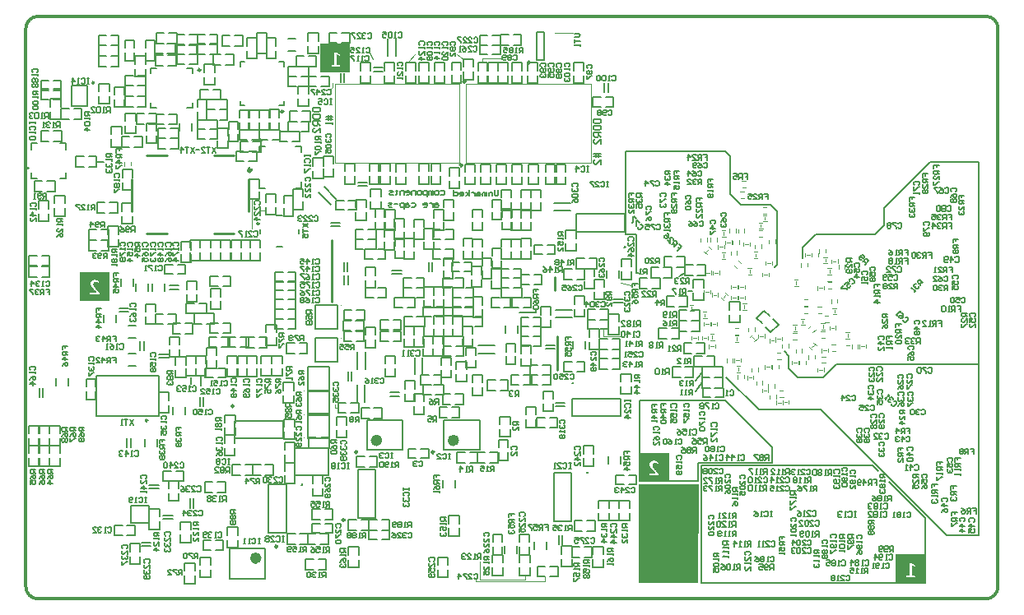
<source format=gbo>
G04 Layer_Color=32896*
%FSLAX44Y44*%
%MOMM*%
G71*
G01*
G75*
%ADD10C,0.3090*%
%ADD11C,0.2000*%
%ADD16C,0.1500*%
%ADD17C,0.3000*%
%ADD98C,0.1000*%
%ADD99C,0.2500*%
%ADD100C,0.3500*%
%ADD101C,0.6000*%
%ADD166C,0.1270*%
%ADD167C,0.2540*%
%ADD168C,0.0254*%
G36*
X692003Y118000D02*
X691861Y16250D01*
X630520D01*
X630520Y118000D01*
X692003Y118000D01*
D02*
G37*
D10*
X12750Y600000D02*
X987350D01*
D11*
X562000Y206250D02*
X612000D01*
X562000Y188250D02*
X612000D01*
X562000D02*
Y206250D01*
X612000Y188250D02*
Y206250D01*
X566000Y378250D02*
Y396250D01*
X616000Y378250D02*
Y396250D01*
X566000D02*
X616000D01*
X566000Y378250D02*
X616000D01*
X543000Y80000D02*
X561000D01*
X543000Y130000D02*
X561000D01*
X543000Y80000D02*
Y130000D01*
X561000Y80000D02*
Y130000D01*
X267750Y67750D02*
Y117750D01*
X249750Y67750D02*
Y117750D01*
X267750D01*
X249750Y67750D02*
X267750D01*
X165500Y505750D02*
X172000D01*
Y510500D01*
X128000Y505750D02*
X134500D01*
X128000D02*
Y510500D01*
Y541500D02*
Y546250D01*
X134500D01*
X165500D02*
X172000D01*
Y541500D02*
Y546250D01*
X47500Y507250D02*
X63500D01*
X47500Y528250D02*
X63500D01*
X47500Y507250D02*
Y528250D01*
X63500Y507250D02*
Y528250D01*
X246500Y21000D02*
Y52000D01*
X209500Y21000D02*
Y52000D01*
X246500D01*
X209500Y21000D02*
X246500D01*
X170250Y221000D02*
Y228500D01*
X180000Y219250D02*
Y229000D01*
X220750Y508375D02*
Y512875D01*
Y508375D02*
X225250D01*
X220750Y548375D02*
Y552875D01*
X225250D01*
X260750D02*
X265250D01*
Y548375D02*
Y552875D01*
Y508375D02*
Y512875D01*
X260750Y508375D02*
X265250D01*
X429750Y153250D02*
Y184250D01*
X466750Y153250D02*
Y184250D01*
X429750Y153250D02*
X466750D01*
X429750Y184250D02*
X466750D01*
X350750Y153250D02*
Y184250D01*
X387750Y153250D02*
Y184250D01*
X350750Y153250D02*
X387750D01*
X350750Y184250D02*
X387750D01*
X215000Y183500D02*
X265000D01*
X215000Y165500D02*
X265000D01*
X215000D02*
Y183500D01*
X265000Y165500D02*
Y183500D01*
X341750Y83500D02*
Y133500D01*
X359750Y83500D02*
Y133500D01*
X341750Y83500D02*
X359750D01*
X341750Y133500D02*
X359750D01*
X290000Y165500D02*
Y190500D01*
X312500D01*
Y165500D02*
Y190500D01*
X290000Y165500D02*
X312500D01*
X290000Y214000D02*
Y239000D01*
X312500D01*
Y214000D02*
Y239000D01*
X290000Y214000D02*
X312500D01*
X290000Y189500D02*
Y214500D01*
X312500D01*
Y189500D02*
Y214500D01*
X290000Y189500D02*
X312500D01*
X5250Y469000D02*
X11500D01*
X5250Y462750D02*
Y469000D01*
X35000D02*
X41250D01*
Y462750D02*
Y469000D01*
Y433000D02*
Y439250D01*
X35000Y433000D02*
X41250D01*
X5250Y432750D02*
X11500D01*
X5250D02*
Y439000D01*
X320250Y278000D02*
Y303000D01*
X297750Y278000D02*
X320250D01*
X297750D02*
Y303000D01*
X320250D01*
Y244000D02*
Y269000D01*
X297750Y244000D02*
X320250D01*
X297750D02*
X297750Y269000D01*
X320250Y269000D01*
X283250Y459750D02*
Y466000D01*
X277000D02*
X283250D01*
Y423000D02*
Y429250D01*
X277000Y423000D02*
X283250D01*
X240250D02*
X246500D01*
X240250D02*
Y429250D01*
Y459750D02*
Y466000D01*
X246500D01*
X584251Y494326D02*
X591249D01*
Y490827D01*
X590083Y489661D01*
X585417D01*
X584251Y490827D01*
Y494326D01*
Y487328D02*
X591249D01*
Y483829D01*
X590083Y482663D01*
X585417D01*
X584251Y483829D01*
Y487328D01*
X591249Y480330D02*
X584251D01*
Y476832D01*
X585417Y475665D01*
X587750D01*
X588916Y476832D01*
Y480330D01*
Y477998D02*
X591249Y475665D01*
Y468667D02*
Y473333D01*
X586584Y468667D01*
X585417D01*
X584251Y469834D01*
Y472166D01*
X585417Y473333D01*
X591249Y458171D02*
X584251D01*
Y455838D02*
X591249D01*
X586584Y459337D02*
Y455838D01*
Y454672D01*
X588916Y459337D02*
Y454672D01*
X591249Y447674D02*
Y452339D01*
X586584Y447674D01*
X585417D01*
X584251Y448840D01*
Y451173D01*
X585417Y452339D01*
X295555Y506000D02*
X302553D01*
Y502501D01*
X301386Y501335D01*
X296721D01*
X295555Y502501D01*
Y506000D01*
Y499002D02*
X302553D01*
Y495503D01*
X301386Y494337D01*
X296721D01*
X295555Y495503D01*
Y499002D01*
X302553Y492005D02*
X295555D01*
Y488506D01*
X296721Y487339D01*
X299054D01*
X300220Y488506D01*
Y492005D01*
Y489672D02*
X302553Y487339D01*
Y480342D02*
Y485007D01*
X297888Y480342D01*
X296721D01*
X295555Y481508D01*
Y483840D01*
X296721Y485007D01*
X315750Y496670D02*
X308752D01*
Y494337D02*
X315750D01*
X311085Y497836D02*
Y494337D01*
Y493171D01*
X313417Y497836D02*
Y493171D01*
X315750Y490838D02*
Y488506D01*
Y489672D01*
X308752D01*
X309919Y490838D01*
D16*
X508104Y294750D02*
G03*
X507500Y294500I0J-854D01*
G01*
X276250Y127500D02*
Y155000D01*
X311250D01*
Y127500D02*
Y155000D01*
X276250Y127500D02*
X311250D01*
X780000Y255000D02*
X784500Y250500D01*
Y237000D02*
Y250500D01*
Y237000D02*
X793750Y227750D01*
X689000Y213500D02*
X695500Y222750D01*
X689000Y224750D02*
X694750Y232750D01*
X980250Y280750D02*
Y450000D01*
X930000D02*
X980250D01*
X508104Y294750D02*
X525000D01*
Y298250D01*
X694500Y137250D02*
X871000D01*
X694500Y16500D02*
X924750D01*
Y83500D01*
X694500Y16500D02*
Y137250D01*
X719750Y204000D02*
X767750Y156000D01*
Y140250D02*
Y156000D01*
X691250Y140250D02*
X767750D01*
X691250Y121500D02*
Y140250D01*
X631000Y121500D02*
X691250D01*
X631000D02*
Y204000D01*
X719750D01*
X108375Y78125D02*
X126375Y78125D01*
X108375Y78125D02*
Y96125D01*
X126375Y96125D01*
Y78125D02*
Y96125D01*
X833750Y241250D02*
X980250D01*
Y280750D01*
X882750Y402750D02*
X930000Y450000D01*
X820250Y227750D02*
X833750Y241250D01*
X793750Y227750D02*
X820250D01*
X681500Y317250D02*
X685500D01*
X672250Y332000D02*
X678000Y335250D01*
X724750Y416750D02*
Y455750D01*
Y416750D02*
X735250Y406250D01*
X766250D01*
X773000Y399500D01*
Y344250D02*
Y399500D01*
X770500Y341750D02*
X773000Y344250D01*
X719250Y461250D02*
X724750Y455750D01*
X616750Y461250D02*
X719250D01*
X616750Y375500D02*
Y461250D01*
Y375500D02*
X628000D01*
Y336000D02*
Y375500D01*
Y336000D02*
X630500D01*
X980250Y65750D02*
Y245750D01*
X947250Y65750D02*
X980250D01*
X818000Y195000D02*
X947250Y65750D01*
X753750Y195000D02*
X818000D01*
X720250Y228500D02*
X753750Y195000D01*
X882750Y384750D02*
Y402750D01*
X873500Y375500D02*
X882750Y384750D01*
X812750Y375500D02*
X873500D01*
X73500Y450000D02*
X79750D01*
X257750Y394500D02*
X263750D01*
X240750Y376500D02*
Y380500D01*
X257750Y362500D02*
X263750D01*
X280750Y376500D02*
Y380500D01*
X887750Y120500D02*
X924750Y83500D01*
X871000Y137250D02*
X876750Y131500D01*
X799250Y362000D02*
X812750Y375500D01*
X799250Y350750D02*
Y362000D01*
X632000Y280750D02*
Y286248D01*
X629251D01*
X628335Y285332D01*
Y283499D01*
X629251Y282583D01*
X632000D01*
X630167D02*
X628335Y280750D01*
X626502D02*
X624669D01*
X625585D01*
Y286248D01*
X626502Y285332D01*
X621920D02*
X621004Y286248D01*
X619171D01*
X618255Y285332D01*
Y284415D01*
X619171Y283499D01*
X618255Y282583D01*
Y281666D01*
X619171Y280750D01*
X621004D01*
X621920Y281666D01*
Y282583D01*
X621004Y283499D01*
X621920Y284415D01*
Y285332D01*
X621004Y283499D02*
X619171D01*
X612756Y280750D02*
X616422D01*
X612756Y284415D01*
Y285332D01*
X613673Y286248D01*
X615505D01*
X616422Y285332D01*
X160750Y24750D02*
Y30248D01*
X158001D01*
X157085Y29332D01*
Y27499D01*
X158001Y26583D01*
X160750D01*
X158917D02*
X157085Y24750D01*
X155252Y30248D02*
X151586D01*
Y29332D01*
X155252Y25666D01*
Y24750D01*
X146088D02*
X149754D01*
X146088Y28416D01*
Y29332D01*
X147004Y30248D01*
X148837D01*
X149754Y29332D01*
X273750Y238750D02*
X268252D01*
Y236001D01*
X269168Y235084D01*
X271001D01*
X271917Y236001D01*
Y238750D01*
Y236917D02*
X273750Y235084D01*
X268252Y233252D02*
Y229586D01*
X269168D01*
X272834Y233252D01*
X273750D01*
Y227754D02*
Y225921D01*
Y226837D01*
X268252D01*
X269168Y227754D01*
X176750Y41750D02*
Y47248D01*
X174001D01*
X173085Y46332D01*
Y44499D01*
X174001Y43583D01*
X176750D01*
X174917D02*
X173085Y41750D01*
X171252Y47248D02*
X167586D01*
Y46332D01*
X171252Y42666D01*
Y41750D01*
X165754Y46332D02*
X164837Y47248D01*
X163004D01*
X162088Y46332D01*
Y42666D01*
X163004Y41750D01*
X164837D01*
X165754Y42666D01*
Y46332D01*
X309418Y475335D02*
X308502Y476251D01*
Y478084D01*
X309418Y479000D01*
X313084D01*
X314000Y478084D01*
Y476251D01*
X313084Y475335D01*
X309418Y473502D02*
X308502Y472585D01*
Y470753D01*
X309418Y469836D01*
X310334D01*
X311251Y470753D01*
Y471669D01*
Y470753D01*
X312167Y469836D01*
X313084D01*
X314000Y470753D01*
Y472585D01*
X313084Y473502D01*
X309418Y468004D02*
X308502Y467087D01*
Y465255D01*
X309418Y464338D01*
X313084D01*
X314000Y465255D01*
Y467087D01*
X313084Y468004D01*
X309418D01*
X308502Y458840D02*
Y462505D01*
X311251D01*
X310334Y460673D01*
Y459756D01*
X311251Y458840D01*
X313084D01*
X314000Y459756D01*
Y461589D01*
X313084Y462505D01*
X382835Y582582D02*
X383751Y583498D01*
X385584D01*
X386500Y582582D01*
Y578916D01*
X385584Y578000D01*
X383751D01*
X382835Y578916D01*
X381002Y578000D02*
X379169D01*
X380085D01*
Y583498D01*
X381002Y582582D01*
X376420D02*
X375504Y583498D01*
X373671D01*
X372754Y582582D01*
Y578916D01*
X373671Y578000D01*
X375504D01*
X376420Y578916D01*
Y582582D01*
X367256Y583498D02*
X370922D01*
Y580749D01*
X369089Y581665D01*
X368173D01*
X367256Y580749D01*
Y578916D01*
X368173Y578000D01*
X370005D01*
X370922Y578916D01*
X177750Y79000D02*
X172252D01*
Y76251D01*
X173168Y75335D01*
X175001D01*
X175917Y76251D01*
Y79000D01*
Y77167D02*
X177750Y75335D01*
Y73502D02*
Y71669D01*
Y72585D01*
X172252D01*
X173168Y73502D01*
X177750Y65255D02*
Y68920D01*
X174084Y65255D01*
X173168D01*
X172252Y66171D01*
Y68004D01*
X173168Y68920D01*
X177750Y59756D02*
Y63422D01*
X174084Y59756D01*
X173168D01*
X172252Y60673D01*
Y62505D01*
X173168Y63422D01*
X84334Y73082D02*
X85251Y73998D01*
X87084D01*
X88000Y73082D01*
Y69416D01*
X87084Y68500D01*
X85251D01*
X84334Y69416D01*
X82502Y68500D02*
X80669D01*
X81585D01*
Y73998D01*
X82502Y73082D01*
X77920D02*
X77004Y73998D01*
X75171D01*
X74254Y73082D01*
Y72165D01*
X75171Y71249D01*
X76087D01*
X75171D01*
X74254Y70333D01*
Y69416D01*
X75171Y68500D01*
X77004D01*
X77920Y69416D01*
X68756Y68500D02*
X72422D01*
X68756Y72165D01*
Y73082D01*
X69673Y73998D01*
X71505D01*
X72422Y73082D01*
X99918Y51585D02*
X99002Y52501D01*
Y54334D01*
X99918Y55250D01*
X103584D01*
X104500Y54334D01*
Y52501D01*
X103584Y51585D01*
X104500Y46086D02*
Y49752D01*
X100835Y46086D01*
X99918D01*
X99002Y47003D01*
Y48835D01*
X99918Y49752D01*
Y44254D02*
X99002Y43337D01*
Y41505D01*
X99918Y40588D01*
X100835D01*
X101751Y41505D01*
Y42421D01*
Y41505D01*
X102667Y40588D01*
X103584D01*
X104500Y41505D01*
Y43337D01*
X103584Y44254D01*
X99002Y38755D02*
Y35090D01*
X99918D01*
X103584Y38755D01*
X104500D01*
X176084Y115082D02*
X177001Y115998D01*
X178834D01*
X179750Y115082D01*
Y111416D01*
X178834Y110500D01*
X177001D01*
X176084Y111416D01*
X170586Y110500D02*
X174252D01*
X170586Y114165D01*
Y115082D01*
X171503Y115998D01*
X173335D01*
X174252Y115082D01*
X168754D02*
X167837Y115998D01*
X166005D01*
X165088Y115082D01*
Y114165D01*
X166005Y113249D01*
X166921D01*
X166005D01*
X165088Y112333D01*
Y111416D01*
X166005Y110500D01*
X167837D01*
X168754Y111416D01*
X159590Y115998D02*
X161423Y115082D01*
X163255Y113249D01*
Y111416D01*
X162339Y110500D01*
X160506D01*
X159590Y111416D01*
Y112333D01*
X160506Y113249D01*
X163255D01*
X215750Y91500D02*
X210252D01*
Y88751D01*
X211168Y87835D01*
X213001D01*
X213917Y88751D01*
Y91500D01*
Y89667D02*
X215750Y87835D01*
X211168Y86002D02*
X210252Y85085D01*
Y83253D01*
X211168Y82336D01*
X212085D01*
X213001Y83253D01*
X213917Y82336D01*
X214834D01*
X215750Y83253D01*
Y85085D01*
X214834Y86002D01*
X213917D01*
X213001Y85085D01*
X212085Y86002D01*
X211168D01*
X213001Y85085D02*
Y83253D01*
X214834Y80504D02*
X215750Y79587D01*
Y77755D01*
X214834Y76838D01*
X211168D01*
X210252Y77755D01*
Y79587D01*
X211168Y80504D01*
X212085D01*
X213001Y79587D01*
Y76838D01*
X332750Y139748D02*
X330917D01*
X331834D01*
Y134250D01*
X332750D01*
X330917D01*
X324503Y138832D02*
X325419Y139748D01*
X327252D01*
X328168Y138832D01*
Y135166D01*
X327252Y134250D01*
X325419D01*
X324503Y135166D01*
X322670Y134250D02*
X320837D01*
X321754D01*
Y139748D01*
X322670Y138832D01*
X318088D02*
X317172Y139748D01*
X315339D01*
X314423Y138832D01*
Y137915D01*
X315339Y136999D01*
X314423Y136083D01*
Y135166D01*
X315339Y134250D01*
X317172D01*
X318088Y135166D01*
Y136083D01*
X317172Y136999D01*
X318088Y137915D01*
Y138832D01*
X317172Y136999D02*
X315339D01*
X401334Y254832D02*
X402251Y255748D01*
X404084D01*
X405000Y254832D01*
Y251166D01*
X404084Y250250D01*
X402251D01*
X401334Y251166D01*
X399502Y254832D02*
X398585Y255748D01*
X396753D01*
X395836Y254832D01*
Y253916D01*
X396753Y252999D01*
X397669D01*
X396753D01*
X395836Y252083D01*
Y251166D01*
X396753Y250250D01*
X398585D01*
X399502Y251166D01*
X394004Y250250D02*
X392171D01*
X393087D01*
Y255748D01*
X394004Y254832D01*
X389422Y250250D02*
X387589D01*
X388505D01*
Y255748D01*
X389422Y254832D01*
X260585Y124582D02*
X261501Y125498D01*
X263334D01*
X264250Y124582D01*
Y120916D01*
X263334Y120000D01*
X261501D01*
X260585Y120916D01*
X255086Y120000D02*
X258752D01*
X255086Y123666D01*
Y124582D01*
X256003Y125498D01*
X257835D01*
X258752Y124582D01*
X253254D02*
X252337Y125498D01*
X250504D01*
X249588Y124582D01*
Y123666D01*
X250504Y122749D01*
X251421D01*
X250504D01*
X249588Y121833D01*
Y120916D01*
X250504Y120000D01*
X252337D01*
X253254Y120916D01*
X247755Y124582D02*
X246839Y125498D01*
X245006D01*
X244090Y124582D01*
Y120916D01*
X245006Y120000D01*
X246839D01*
X247755Y120916D01*
Y124582D01*
X279168Y173584D02*
X278252Y174501D01*
Y176334D01*
X279168Y177250D01*
X282834D01*
X283750Y176334D01*
Y174501D01*
X282834Y173584D01*
X283750Y168086D02*
Y171752D01*
X280084Y168086D01*
X279168D01*
X278252Y169003D01*
Y170835D01*
X279168Y171752D01*
X283750Y162588D02*
Y166254D01*
X280084Y162588D01*
X279168D01*
X278252Y163505D01*
Y165337D01*
X279168Y166254D01*
X282834Y160755D02*
X283750Y159839D01*
Y158006D01*
X282834Y157090D01*
X279168D01*
X278252Y158006D01*
Y159839D01*
X279168Y160755D01*
X280084D01*
X281001Y159839D01*
Y157090D01*
X564752Y582000D02*
X568417D01*
X570250Y580167D01*
X568417Y578335D01*
X564752D01*
Y576502D02*
Y572836D01*
Y574669D01*
X570250D01*
Y571004D02*
Y569171D01*
Y570087D01*
X564752D01*
X565668Y571004D01*
X329000Y51750D02*
X323502D01*
Y49001D01*
X324418Y48085D01*
X326251D01*
X327167Y49001D01*
Y51750D01*
Y49917D02*
X329000Y48085D01*
Y46252D02*
Y44419D01*
Y45335D01*
X323502D01*
X324418Y46252D01*
X323502Y38005D02*
X324418Y39837D01*
X326251Y41670D01*
X328084D01*
X329000Y40754D01*
Y38921D01*
X328084Y38005D01*
X327167D01*
X326251Y38921D01*
Y41670D01*
X324418Y36172D02*
X323502Y35255D01*
Y33423D01*
X324418Y32506D01*
X325335D01*
X326251Y33423D01*
Y34339D01*
Y33423D01*
X327167Y32506D01*
X328084D01*
X329000Y33423D01*
Y35255D01*
X328084Y36172D01*
X511000Y562250D02*
Y567748D01*
X508251D01*
X507335Y566832D01*
Y564999D01*
X508251Y564083D01*
X511000D01*
X509167D02*
X507335Y562250D01*
X505502D02*
X503669D01*
X504585D01*
Y567748D01*
X505502Y566832D01*
X500920D02*
X500004Y567748D01*
X498171D01*
X497254Y566832D01*
Y565915D01*
X498171Y564999D01*
X497254Y564083D01*
Y563166D01*
X498171Y562250D01*
X500004D01*
X500920Y563166D01*
Y564083D01*
X500004Y564999D01*
X500920Y565915D01*
Y566832D01*
X500004Y564999D02*
X498171D01*
X491756Y567748D02*
X495422D01*
Y564999D01*
X493589Y565915D01*
X492673D01*
X491756Y564999D01*
Y563166D01*
X492673Y562250D01*
X494505D01*
X495422Y563166D01*
X602500Y316500D02*
X597002D01*
Y313751D01*
X597918Y312834D01*
X599751D01*
X600667Y313751D01*
Y316500D01*
Y314667D02*
X602500Y312834D01*
X601584Y311002D02*
X602500Y310085D01*
Y308253D01*
X601584Y307336D01*
X597918D01*
X597002Y308253D01*
Y310085D01*
X597918Y311002D01*
X598834D01*
X599751Y310085D01*
Y307336D01*
X602500Y301838D02*
Y305504D01*
X598834Y301838D01*
X597918D01*
X597002Y302754D01*
Y304587D01*
X597918Y305504D01*
X866250Y26250D02*
Y31748D01*
X863501D01*
X862585Y30832D01*
Y28999D01*
X863501Y28083D01*
X866250D01*
X864417D02*
X862585Y26250D01*
X860752D02*
X858919D01*
X859835D01*
Y31748D01*
X860752Y30832D01*
X856170Y26250D02*
X854337D01*
X855254D01*
Y31748D01*
X856170Y30832D01*
X847923Y31748D02*
X851588D01*
Y28999D01*
X849755Y29915D01*
X848839D01*
X847923Y28999D01*
Y27166D01*
X848839Y26250D01*
X850672D01*
X851588Y27166D01*
X549918Y180835D02*
X549002Y181751D01*
Y183584D01*
X549918Y184500D01*
X553584D01*
X554500Y183584D01*
Y181751D01*
X553584Y180835D01*
X549918Y179002D02*
X549002Y178085D01*
Y176253D01*
X549918Y175336D01*
X550835D01*
X551751Y176253D01*
Y177169D01*
Y176253D01*
X552667Y175336D01*
X553584D01*
X554500Y176253D01*
Y178085D01*
X553584Y179002D01*
X554500Y173504D02*
Y171671D01*
Y172587D01*
X549002D01*
X549918Y173504D01*
Y168922D02*
X549002Y168005D01*
Y166173D01*
X549918Y165256D01*
X550835D01*
X551751Y166173D01*
X552667Y165256D01*
X553584D01*
X554500Y166173D01*
Y168005D01*
X553584Y168922D01*
X552667D01*
X551751Y168005D01*
X550835Y168922D01*
X549918D01*
X551751Y168005D02*
Y166173D01*
X616918Y312584D02*
X616002Y313501D01*
Y315334D01*
X616918Y316250D01*
X620584D01*
X621500Y315334D01*
Y313501D01*
X620584Y312584D01*
X616918Y310752D02*
X616002Y309835D01*
Y308003D01*
X616918Y307086D01*
X617835D01*
X618751Y308003D01*
Y308919D01*
Y308003D01*
X619667Y307086D01*
X620584D01*
X621500Y308003D01*
Y309835D01*
X620584Y310752D01*
X621500Y301588D02*
Y305254D01*
X617835Y301588D01*
X616918D01*
X616002Y302505D01*
Y304337D01*
X616918Y305254D01*
Y299755D02*
X616002Y298839D01*
Y297006D01*
X616918Y296090D01*
X617835D01*
X618751Y297006D01*
Y297923D01*
Y297006D01*
X619667Y296090D01*
X620584D01*
X621500Y297006D01*
Y298839D01*
X620584Y299755D01*
X562918Y424585D02*
X562002Y425501D01*
Y427334D01*
X562918Y428250D01*
X566584D01*
X567500Y427334D01*
Y425501D01*
X566584Y424585D01*
X562918Y422752D02*
X562002Y421835D01*
Y420003D01*
X562918Y419086D01*
X563834D01*
X564751Y420003D01*
Y420919D01*
Y420003D01*
X565667Y419086D01*
X566584D01*
X567500Y420003D01*
Y421835D01*
X566584Y422752D01*
X562918Y417254D02*
X562002Y416337D01*
Y414505D01*
X562918Y413588D01*
X566584D01*
X567500Y414505D01*
Y416337D01*
X566584Y417254D01*
X562918D01*
X562002Y408090D02*
X562918Y409923D01*
X564751Y411755D01*
X566584D01*
X567500Y410839D01*
Y409006D01*
X566584Y408090D01*
X565667D01*
X564751Y409006D01*
Y411755D01*
X364585Y226582D02*
X365501Y227498D01*
X367334D01*
X368250Y226582D01*
Y222916D01*
X367334Y222000D01*
X365501D01*
X364585Y222916D01*
X362752Y226582D02*
X361835Y227498D01*
X360003D01*
X359086Y226582D01*
Y225665D01*
X360003Y224749D01*
X360919D01*
X360003D01*
X359086Y223833D01*
Y222916D01*
X360003Y222000D01*
X361835D01*
X362752Y222916D01*
X357254Y222000D02*
X355421D01*
X356337D01*
Y227498D01*
X357254Y226582D01*
X349006Y227498D02*
X350839Y226582D01*
X352672Y224749D01*
Y222916D01*
X351755Y222000D01*
X349923D01*
X349006Y222916D01*
Y223833D01*
X349923Y224749D01*
X352672D01*
X591834Y305082D02*
X592751Y305998D01*
X594584D01*
X595500Y305082D01*
Y301416D01*
X594584Y300500D01*
X592751D01*
X591834Y301416D01*
X590002Y305082D02*
X589085Y305998D01*
X587253D01*
X586336Y305082D01*
Y304165D01*
X587253Y303249D01*
X588169D01*
X587253D01*
X586336Y302333D01*
Y301416D01*
X587253Y300500D01*
X589085D01*
X590002Y301416D01*
X584504Y305082D02*
X583587Y305998D01*
X581754D01*
X580838Y305082D01*
Y301416D01*
X581754Y300500D01*
X583587D01*
X584504Y301416D01*
Y305082D01*
X576256Y300500D02*
Y305998D01*
X579005Y303249D01*
X575340D01*
X309834Y523832D02*
X310751Y524748D01*
X312584D01*
X313500Y523832D01*
Y520166D01*
X312584Y519250D01*
X310751D01*
X309834Y520166D01*
X304336Y519250D02*
X308002D01*
X304336Y522915D01*
Y523832D01*
X305253Y524748D01*
X307085D01*
X308002Y523832D01*
X299755Y519250D02*
Y524748D01*
X302504Y521999D01*
X298838D01*
X297005Y524748D02*
X293340D01*
Y523832D01*
X297005Y520166D01*
Y519250D01*
X533335Y76498D02*
X537000D01*
Y73749D01*
X535167D01*
X537000D01*
Y71000D01*
X531502D02*
Y76498D01*
X528753D01*
X527836Y75582D01*
Y73749D01*
X528753Y72833D01*
X531502D01*
X529669D02*
X527836Y71000D01*
X522338Y76498D02*
X526004D01*
Y73749D01*
X524171Y74665D01*
X523255D01*
X522338Y73749D01*
Y71916D01*
X523255Y71000D01*
X525087D01*
X526004Y71916D01*
X520505Y76498D02*
X516840D01*
Y75582D01*
X520505Y71916D01*
Y71000D01*
X460835Y25082D02*
X461751Y25998D01*
X463584D01*
X464500Y25082D01*
Y21416D01*
X463584Y20500D01*
X461751D01*
X460835Y21416D01*
X455336Y20500D02*
X459002D01*
X455336Y24165D01*
Y25082D01*
X456253Y25998D01*
X458085D01*
X459002Y25082D01*
X453504Y25998D02*
X449838D01*
Y25082D01*
X453504Y21416D01*
Y20500D01*
X445256D02*
Y25998D01*
X448005Y23249D01*
X444340D01*
X240750Y62248D02*
X238917D01*
X239834D01*
Y56750D01*
X240750D01*
X238917D01*
X232503Y61332D02*
X233419Y62248D01*
X235252D01*
X236168Y61332D01*
Y57667D01*
X235252Y56750D01*
X233419D01*
X232503Y57667D01*
X230670Y56750D02*
X228837D01*
X229753D01*
Y62248D01*
X230670Y61332D01*
X226088Y56750D02*
X224255D01*
X225172D01*
Y62248D01*
X226088Y61332D01*
X197834Y67832D02*
X198751Y68748D01*
X200584D01*
X201500Y67832D01*
Y64166D01*
X200584Y63250D01*
X198751D01*
X197834Y64166D01*
X196002Y63250D02*
X194169D01*
X195085D01*
Y68748D01*
X196002Y67832D01*
X191420D02*
X190504Y68748D01*
X188671D01*
X187754Y67832D01*
Y66915D01*
X188671Y65999D01*
X189587D01*
X188671D01*
X187754Y65083D01*
Y64166D01*
X188671Y63250D01*
X190504D01*
X191420Y64166D01*
X185922D02*
X185005Y63250D01*
X183173D01*
X182256Y64166D01*
Y67832D01*
X183173Y68748D01*
X185005D01*
X185922Y67832D01*
Y66915D01*
X185005Y65999D01*
X182256D01*
X137000Y68500D02*
X131502D01*
Y65751D01*
X132418Y64834D01*
X134251D01*
X135167Y65751D01*
Y68500D01*
Y66667D02*
X137000Y64834D01*
Y63002D02*
Y61169D01*
Y62085D01*
X131502D01*
X132418Y63002D01*
X137000Y54754D02*
Y58420D01*
X133335Y54754D01*
X132418D01*
X131502Y55671D01*
Y57503D01*
X132418Y58420D01*
X137000Y50173D02*
X131502D01*
X134251Y52922D01*
Y49256D01*
X284752Y386500D02*
X290250Y382835D01*
X284752D02*
X290250Y386500D01*
X284752Y381002D02*
Y377336D01*
Y379169D01*
X290250D01*
X284752Y371838D02*
Y375504D01*
X287501D01*
X286584Y373671D01*
Y372755D01*
X287501Y371838D01*
X289334D01*
X290250Y372755D01*
Y374587D01*
X289334Y375504D01*
X303250Y476500D02*
X297752D01*
Y473751D01*
X298668Y472835D01*
X300501D01*
X301417Y473751D01*
Y476500D01*
Y474667D02*
X303250Y472835D01*
Y471002D02*
Y469169D01*
Y470085D01*
X297752D01*
X298668Y471002D01*
Y466420D02*
X297752Y465504D01*
Y463671D01*
X298668Y462755D01*
X302334D01*
X303250Y463671D01*
Y465504D01*
X302334Y466420D01*
X298668D01*
X297752Y460922D02*
Y457256D01*
X298668D01*
X302334Y460922D01*
X303250D01*
X124500Y104748D02*
X122667D01*
X123584D01*
Y99250D01*
X124500D01*
X122667D01*
X116253Y103832D02*
X117169Y104748D01*
X119002D01*
X119918Y103832D01*
Y100166D01*
X119002Y99250D01*
X117169D01*
X116253Y100166D01*
X114420Y99250D02*
X112587D01*
X113504D01*
Y104748D01*
X114420Y103832D01*
X109838Y100166D02*
X108922Y99250D01*
X107089D01*
X106173Y100166D01*
Y103832D01*
X107089Y104748D01*
X108922D01*
X109838Y103832D01*
Y102915D01*
X108922Y101999D01*
X106173D01*
X122668Y37085D02*
X121752Y38001D01*
Y39834D01*
X122668Y40750D01*
X126334D01*
X127250Y39834D01*
Y38001D01*
X126334Y37085D01*
X127250Y31586D02*
Y35252D01*
X123584Y31586D01*
X122668D01*
X121752Y32503D01*
Y34335D01*
X122668Y35252D01*
Y29754D02*
X121752Y28837D01*
Y27004D01*
X122668Y26088D01*
X123584D01*
X124501Y27004D01*
Y27921D01*
Y27004D01*
X125417Y26088D01*
X126334D01*
X127250Y27004D01*
Y28837D01*
X126334Y29754D01*
Y24255D02*
X127250Y23339D01*
Y21506D01*
X126334Y20590D01*
X122668D01*
X121752Y21506D01*
Y23339D01*
X122668Y24255D01*
X123584D01*
X124501Y23339D01*
Y20590D01*
X236168Y406085D02*
X235252Y407001D01*
Y408834D01*
X236168Y409750D01*
X239834D01*
X240750Y408834D01*
Y407001D01*
X239834Y406085D01*
X240750Y400586D02*
Y404252D01*
X237085Y400586D01*
X236168D01*
X235252Y401503D01*
Y403335D01*
X236168Y404252D01*
X240750Y395088D02*
Y398754D01*
X237085Y395088D01*
X236168D01*
X235252Y396004D01*
Y397837D01*
X236168Y398754D01*
X240750Y390506D02*
X235252D01*
X238001Y393255D01*
Y389590D01*
X296835Y393582D02*
X297751Y394498D01*
X299584D01*
X300500Y393582D01*
Y389916D01*
X299584Y389000D01*
X297751D01*
X296835Y389916D01*
X291336Y389000D02*
X295002D01*
X291336Y392665D01*
Y393582D01*
X292253Y394498D01*
X294085D01*
X295002Y393582D01*
X285838Y389000D02*
X289504D01*
X285838Y392665D01*
Y393582D01*
X286754Y394498D01*
X288587D01*
X289504Y393582D01*
X284005D02*
X283089Y394498D01*
X281256D01*
X280340Y393582D01*
Y392665D01*
X281256Y391749D01*
X282173D01*
X281256D01*
X280340Y390833D01*
Y389916D01*
X281256Y389000D01*
X283089D01*
X284005Y389916D01*
X288418Y430084D02*
X287502Y431001D01*
Y432834D01*
X288418Y433750D01*
X292084D01*
X293000Y432834D01*
Y431001D01*
X292084Y430084D01*
X293000Y424586D02*
Y428252D01*
X289335Y424586D01*
X288418D01*
X287502Y425503D01*
Y427335D01*
X288418Y428252D01*
X293000Y419088D02*
Y422754D01*
X289335Y419088D01*
X288418D01*
X287502Y420005D01*
Y421837D01*
X288418Y422754D01*
X293000Y413590D02*
Y417255D01*
X289335Y413590D01*
X288418D01*
X287502Y414506D01*
Y416339D01*
X288418Y417255D01*
X60000Y176500D02*
X54502D01*
Y173751D01*
X55418Y172834D01*
X57251D01*
X58167Y173751D01*
Y176500D01*
Y174667D02*
X60000Y172834D01*
X54502Y167336D02*
X55418Y169169D01*
X57251Y171002D01*
X59083D01*
X60000Y170085D01*
Y168253D01*
X59083Y167336D01*
X58167D01*
X57251Y168253D01*
Y171002D01*
X59083Y165504D02*
X60000Y164587D01*
Y162754D01*
X59083Y161838D01*
X55418D01*
X54502Y162754D01*
Y164587D01*
X55418Y165504D01*
X56335D01*
X57251Y164587D01*
Y161838D01*
X42750Y176250D02*
X37252D01*
Y173501D01*
X38168Y172584D01*
X40001D01*
X40917Y173501D01*
Y176250D01*
Y174417D02*
X42750Y172584D01*
X37252Y167086D02*
X38168Y168919D01*
X40001Y170752D01*
X41834D01*
X42750Y169835D01*
Y168003D01*
X41834Y167086D01*
X40917D01*
X40001Y168003D01*
Y170752D01*
X38168Y165254D02*
X37252Y164337D01*
Y162504D01*
X38168Y161588D01*
X39084D01*
X40001Y162504D01*
X40917Y161588D01*
X41834D01*
X42750Y162504D01*
Y164337D01*
X41834Y165254D01*
X40917D01*
X40001Y164337D01*
X39084Y165254D01*
X38168D01*
X40001Y164337D02*
Y162504D01*
X51250Y176500D02*
X45752D01*
Y173751D01*
X46668Y172834D01*
X48501D01*
X49417Y173751D01*
Y176500D01*
Y174667D02*
X51250Y172834D01*
X45752Y167336D02*
X46668Y169169D01*
X48501Y171002D01*
X50334D01*
X51250Y170085D01*
Y168253D01*
X50334Y167336D01*
X49417D01*
X48501Y168253D01*
Y171002D01*
X45752Y165504D02*
Y161838D01*
X46668D01*
X50334Y165504D01*
X51250D01*
X19250Y133000D02*
X13752D01*
Y130251D01*
X14668Y129334D01*
X16501D01*
X17417Y130251D01*
Y133000D01*
Y131167D02*
X19250Y129334D01*
X13752Y123836D02*
X14668Y125669D01*
X16501Y127502D01*
X18334D01*
X19250Y126585D01*
Y124753D01*
X18334Y123836D01*
X17417D01*
X16501Y124753D01*
Y127502D01*
X13752Y118338D02*
X14668Y120171D01*
X16501Y122003D01*
X18334D01*
X19250Y121087D01*
Y119254D01*
X18334Y118338D01*
X17417D01*
X16501Y119254D01*
Y122003D01*
X10000Y133000D02*
X4502D01*
Y130251D01*
X5418Y129334D01*
X7251D01*
X8167Y130251D01*
Y133000D01*
Y131167D02*
X10000Y129334D01*
X4502Y123836D02*
X5418Y125669D01*
X7251Y127502D01*
X9083D01*
X10000Y126585D01*
Y124753D01*
X9083Y123836D01*
X8167D01*
X7251Y124753D01*
Y127502D01*
X4502Y118338D02*
Y122003D01*
X7251D01*
X6334Y120171D01*
Y119254D01*
X7251Y118338D01*
X9083D01*
X10000Y119254D01*
Y121087D01*
X9083Y122003D01*
X28000Y133000D02*
X22502D01*
Y130251D01*
X23418Y129334D01*
X25251D01*
X26167Y130251D01*
Y133000D01*
Y131167D02*
X28000Y129334D01*
X22502Y123836D02*
X23418Y125669D01*
X25251Y127502D01*
X27084D01*
X28000Y126585D01*
Y124753D01*
X27084Y123836D01*
X26167D01*
X25251Y124753D01*
Y127502D01*
X28000Y119254D02*
X22502D01*
X25251Y122003D01*
Y118338D01*
X476500Y43750D02*
X471002D01*
Y41001D01*
X471918Y40085D01*
X473751D01*
X474667Y41001D01*
Y43750D01*
Y41917D02*
X476500Y40085D01*
Y38252D02*
Y36419D01*
Y37335D01*
X471002D01*
X471918Y38252D01*
X476500Y30004D02*
Y33670D01*
X472835Y30004D01*
X471918D01*
X471002Y30921D01*
Y32754D01*
X471918Y33670D01*
X471002Y24506D02*
Y28172D01*
X473751D01*
X472835Y26339D01*
Y25423D01*
X473751Y24506D01*
X475584D01*
X476500Y25423D01*
Y27255D01*
X475584Y28172D01*
X468000Y41000D02*
Y46498D01*
X465251D01*
X464334Y45582D01*
Y43749D01*
X465251Y42833D01*
X468000D01*
X466167D02*
X464334Y41000D01*
X462502D02*
X460669D01*
X461585D01*
Y46498D01*
X462502Y45582D01*
X454254Y41000D02*
X457920D01*
X454254Y44665D01*
Y45582D01*
X455171Y46498D01*
X457004D01*
X457920Y45582D01*
X452422D02*
X451505Y46498D01*
X449673D01*
X448756Y45582D01*
Y44665D01*
X449673Y43749D01*
X450589D01*
X449673D01*
X448756Y42833D01*
Y41916D01*
X449673Y41000D01*
X451505D01*
X452422Y41916D01*
X496752Y83834D02*
Y87500D01*
X499501D01*
Y85667D01*
Y87500D01*
X502250D01*
Y82002D02*
X496752D01*
Y79253D01*
X497668Y78336D01*
X499501D01*
X500417Y79253D01*
Y82002D01*
Y80169D02*
X502250Y78336D01*
X496752Y72838D02*
Y76504D01*
X499501D01*
X498585Y74671D01*
Y73755D01*
X499501Y72838D01*
X501334D01*
X502250Y73755D01*
Y75587D01*
X501334Y76504D01*
X497668Y71005D02*
X496752Y70089D01*
Y68256D01*
X497668Y67340D01*
X498585D01*
X499501Y68256D01*
Y69173D01*
Y68256D01*
X500417Y67340D01*
X501334D01*
X502250Y68256D01*
Y70089D01*
X501334Y71005D01*
X93252Y459585D02*
Y463250D01*
X96001D01*
Y461417D01*
Y463250D01*
X98750D01*
Y457752D02*
X93252D01*
Y455003D01*
X94168Y454086D01*
X96001D01*
X96917Y455003D01*
Y457752D01*
Y455919D02*
X98750Y454086D01*
Y449505D02*
X93252D01*
X96001Y452254D01*
Y448588D01*
X93252Y446755D02*
Y443090D01*
X94168D01*
X97834Y446755D01*
X98750D01*
X508668Y85335D02*
X507752Y86251D01*
Y88084D01*
X508668Y89000D01*
X512334D01*
X513250Y88084D01*
Y86251D01*
X512334Y85335D01*
X513250Y79836D02*
Y83502D01*
X509585Y79836D01*
X508668D01*
X507752Y80753D01*
Y82585D01*
X508668Y83502D01*
X513250Y74338D02*
Y78004D01*
X509585Y74338D01*
X508668D01*
X507752Y75255D01*
Y77087D01*
X508668Y78004D01*
X507752Y68840D02*
Y72505D01*
X510501D01*
X509585Y70673D01*
Y69756D01*
X510501Y68840D01*
X512334D01*
X513250Y69756D01*
Y71589D01*
X512334Y72505D01*
X472168Y64335D02*
X471252Y65251D01*
Y67084D01*
X472168Y68000D01*
X475834D01*
X476750Y67084D01*
Y65251D01*
X475834Y64335D01*
X476750Y58836D02*
Y62502D01*
X473084Y58836D01*
X472168D01*
X471252Y59753D01*
Y61585D01*
X472168Y62502D01*
X476750Y53338D02*
Y57004D01*
X473084Y53338D01*
X472168D01*
X471252Y54254D01*
Y56087D01*
X472168Y57004D01*
X471252Y47840D02*
X472168Y49673D01*
X474001Y51505D01*
X475834D01*
X476750Y50589D01*
Y48756D01*
X475834Y47840D01*
X474917D01*
X474001Y48756D01*
Y51505D01*
X83500Y350500D02*
Y355998D01*
X80751D01*
X79834Y355082D01*
Y353249D01*
X80751Y352333D01*
X83500D01*
X81667D02*
X79834Y350500D01*
X78002Y351416D02*
X77085Y350500D01*
X75253D01*
X74336Y351416D01*
Y355082D01*
X75253Y355998D01*
X77085D01*
X78002Y355082D01*
Y354165D01*
X77085Y353249D01*
X74336D01*
X72504Y355082D02*
X71587Y355998D01*
X69755D01*
X68838Y355082D01*
Y354165D01*
X69755Y353249D01*
X70671D01*
X69755D01*
X68838Y352333D01*
Y351416D01*
X69755Y350500D01*
X71587D01*
X72504Y351416D01*
X80750Y383000D02*
Y388498D01*
X78001D01*
X77084Y387582D01*
Y385749D01*
X78001Y384833D01*
X80750D01*
X78917D02*
X77084Y383000D01*
X75252Y383916D02*
X74335Y383000D01*
X72503D01*
X71586Y383916D01*
Y387582D01*
X72503Y388498D01*
X74335D01*
X75252Y387582D01*
Y386665D01*
X74335Y385749D01*
X71586D01*
X67004Y383000D02*
Y388498D01*
X69754Y385749D01*
X66088D01*
X119418Y124085D02*
X118502Y125001D01*
Y126834D01*
X119418Y127750D01*
X123084D01*
X124000Y126834D01*
Y125001D01*
X123084Y124085D01*
X124000Y118586D02*
Y122252D01*
X120335Y118586D01*
X119418D01*
X118502Y119503D01*
Y121335D01*
X119418Y122252D01*
X124000Y114004D02*
X118502D01*
X121251Y116754D01*
Y113088D01*
X124000Y111255D02*
Y109423D01*
Y110339D01*
X118502D01*
X119418Y111255D01*
X143918Y65085D02*
X143002Y66001D01*
Y67834D01*
X143918Y68750D01*
X147584D01*
X148500Y67834D01*
Y66001D01*
X147584Y65085D01*
X148500Y59586D02*
Y63252D01*
X144834Y59586D01*
X143918D01*
X143002Y60503D01*
Y62335D01*
X143918Y63252D01*
Y57754D02*
X143002Y56837D01*
Y55005D01*
X143918Y54088D01*
X144834D01*
X145751Y55005D01*
Y55921D01*
Y55005D01*
X146667Y54088D01*
X147584D01*
X148500Y55005D01*
Y56837D01*
X147584Y57754D01*
X143918Y52255D02*
X143002Y51339D01*
Y49506D01*
X143918Y48590D01*
X144834D01*
X145751Y49506D01*
Y50423D01*
Y49506D01*
X146667Y48590D01*
X147584D01*
X148500Y49506D01*
Y51339D01*
X147584Y52255D01*
X177834Y90082D02*
X178751Y90998D01*
X180584D01*
X181500Y90082D01*
Y86416D01*
X180584Y85500D01*
X178751D01*
X177834Y86416D01*
X172336Y85500D02*
X176002D01*
X172336Y89165D01*
Y90082D01*
X173253Y90998D01*
X175085D01*
X176002Y90082D01*
X170504D02*
X169587Y90998D01*
X167754D01*
X166838Y90082D01*
Y89165D01*
X167754Y88249D01*
X168671D01*
X167754D01*
X166838Y87333D01*
Y86416D01*
X167754Y85500D01*
X169587D01*
X170504Y86416D01*
X162256Y85500D02*
Y90998D01*
X165005Y88249D01*
X161340D01*
X393335Y67332D02*
X394251Y68248D01*
X396084D01*
X397000Y67332D01*
Y63666D01*
X396084Y62750D01*
X394251D01*
X393335Y63666D01*
X391502Y67332D02*
X390585Y68248D01*
X388753D01*
X387836Y67332D01*
Y66416D01*
X388753Y65499D01*
X389669D01*
X388753D01*
X387836Y64583D01*
Y63666D01*
X388753Y62750D01*
X390585D01*
X391502Y63666D01*
X382338Y62750D02*
X386004D01*
X382338Y66416D01*
Y67332D01*
X383255Y68248D01*
X385087D01*
X386004Y67332D01*
X376840Y68248D02*
X378673Y67332D01*
X380505Y65499D01*
Y63666D01*
X379589Y62750D01*
X377756D01*
X376840Y63666D01*
Y64583D01*
X377756Y65499D01*
X380505D01*
X628084Y274582D02*
X629001Y275498D01*
X630834D01*
X631750Y274582D01*
Y270916D01*
X630834Y270000D01*
X629001D01*
X628084Y270916D01*
X626252Y270000D02*
X624419D01*
X625335D01*
Y275498D01*
X626252Y274582D01*
X618921Y270000D02*
Y275498D01*
X621670Y272749D01*
X618004D01*
X616172Y274582D02*
X615255Y275498D01*
X613423D01*
X612506Y274582D01*
Y270916D01*
X613423Y270000D01*
X615255D01*
X616172Y270916D01*
Y274582D01*
X288500Y48250D02*
Y53748D01*
X285751D01*
X284834Y52832D01*
Y50999D01*
X285751Y50083D01*
X288500D01*
X286667D02*
X284834Y48250D01*
X283002D02*
X281169D01*
X282085D01*
Y53748D01*
X283002Y52832D01*
X274755Y53748D02*
X278420D01*
Y50999D01*
X276587Y51915D01*
X275671D01*
X274755Y50999D01*
Y49166D01*
X275671Y48250D01*
X277504D01*
X278420Y49166D01*
X272922D02*
X272005Y48250D01*
X270173D01*
X269256Y49166D01*
Y52832D01*
X270173Y53748D01*
X272005D01*
X272922Y52832D01*
Y51915D01*
X272005Y50999D01*
X269256D01*
X312500Y48000D02*
Y53498D01*
X309751D01*
X308834Y52582D01*
Y50749D01*
X309751Y49833D01*
X312500D01*
X310667D02*
X308834Y48000D01*
X307002D02*
X305169D01*
X306085D01*
Y53498D01*
X307002Y52582D01*
X298755Y53498D02*
X302420D01*
Y50749D01*
X300587Y51666D01*
X299671D01*
X298755Y50749D01*
Y48916D01*
X299671Y48000D01*
X301504D01*
X302420Y48916D01*
X293256Y53498D02*
X295089Y52582D01*
X296922Y50749D01*
Y48916D01*
X296005Y48000D01*
X294173D01*
X293256Y48916D01*
Y49833D01*
X294173Y50749D01*
X296922D01*
X312500Y94750D02*
Y100248D01*
X309751D01*
X308834Y99332D01*
Y97499D01*
X309751Y96583D01*
X312500D01*
X310667D02*
X308834Y94750D01*
X307002D02*
X305169D01*
X306085D01*
Y100248D01*
X307002Y99332D01*
X298755Y100248D02*
X302420D01*
Y97499D01*
X300587Y98415D01*
X299671D01*
X298755Y97499D01*
Y95666D01*
X299671Y94750D01*
X301504D01*
X302420Y95666D01*
X293256Y100248D02*
X296922D01*
Y97499D01*
X295089Y98415D01*
X294173D01*
X293256Y97499D01*
Y95666D01*
X294173Y94750D01*
X296005D01*
X296922Y95666D01*
X265750Y64498D02*
X263917D01*
X264834D01*
Y59000D01*
X265750D01*
X263917D01*
X257503Y63582D02*
X258419Y64498D01*
X260252D01*
X261168Y63582D01*
Y59916D01*
X260252Y59000D01*
X258419D01*
X257503Y59916D01*
X252004Y59000D02*
X255670D01*
X252004Y62666D01*
Y63582D01*
X252921Y64498D01*
X254753D01*
X255670Y63582D01*
X250172D02*
X249255Y64498D01*
X247423D01*
X246506Y63582D01*
Y62666D01*
X247423Y61749D01*
X246506Y60833D01*
Y59916D01*
X247423Y59000D01*
X249255D01*
X250172Y59916D01*
Y60833D01*
X249255Y61749D01*
X250172Y62666D01*
Y63582D01*
X249255Y61749D02*
X247423D01*
X319418Y73584D02*
X318502Y74501D01*
Y76334D01*
X319418Y77250D01*
X323084D01*
X324000Y76334D01*
Y74501D01*
X323084Y73584D01*
X324000Y68086D02*
Y71752D01*
X320335Y68086D01*
X319418D01*
X318502Y69003D01*
Y70835D01*
X319418Y71752D01*
X318502Y66254D02*
Y62588D01*
X319418D01*
X323084Y66254D01*
X324000D01*
X319418Y60755D02*
X318502Y59839D01*
Y58006D01*
X319418Y57090D01*
X323084D01*
X324000Y58006D01*
Y59839D01*
X323084Y60755D01*
X319418D01*
X308418Y121084D02*
X307502Y122001D01*
Y123834D01*
X308418Y124750D01*
X312084D01*
X313000Y123834D01*
Y122001D01*
X312084Y121084D01*
X313000Y115586D02*
Y119252D01*
X309335Y115586D01*
X308418D01*
X307502Y116503D01*
Y118335D01*
X308418Y119252D01*
X307502Y110088D02*
X308418Y111921D01*
X310251Y113754D01*
X312084D01*
X313000Y112837D01*
Y111004D01*
X312084Y110088D01*
X311167D01*
X310251Y111004D01*
Y113754D01*
X312084Y108255D02*
X313000Y107339D01*
Y105506D01*
X312084Y104590D01*
X308418D01*
X307502Y105506D01*
Y107339D01*
X308418Y108255D01*
X309335D01*
X310251Y107339D01*
Y104590D01*
X604000Y52250D02*
X598502D01*
Y49501D01*
X599418Y48584D01*
X601251D01*
X602167Y49501D01*
Y52250D01*
Y50417D02*
X604000Y48584D01*
Y46752D02*
Y44919D01*
Y45835D01*
X598502D01*
X599418Y46752D01*
X598502Y38505D02*
X599418Y40337D01*
X601251Y42170D01*
X603084D01*
X604000Y41254D01*
Y39421D01*
X603084Y38505D01*
X602167D01*
X601251Y39421D01*
Y42170D01*
X604000Y36672D02*
Y34839D01*
Y35755D01*
X598502D01*
X599418Y36672D01*
X579500Y40500D02*
X574002D01*
Y37751D01*
X574918Y36834D01*
X576751D01*
X577667Y37751D01*
Y40500D01*
Y38667D02*
X579500Y36834D01*
Y35002D02*
Y33169D01*
Y34085D01*
X574002D01*
X574918Y35002D01*
X574002Y26755D02*
Y30420D01*
X576751D01*
X575835Y28587D01*
Y27671D01*
X576751Y26755D01*
X578584D01*
X579500Y27671D01*
Y29504D01*
X578584Y30420D01*
X574918Y24922D02*
X574002Y24005D01*
Y22173D01*
X574918Y21256D01*
X575835D01*
X576751Y22173D01*
X577667Y21256D01*
X578584D01*
X579500Y22173D01*
Y24005D01*
X578584Y24922D01*
X577667D01*
X576751Y24005D01*
X575835Y24922D01*
X574918D01*
X576751Y24005D02*
Y22173D01*
X561500Y70500D02*
Y75998D01*
X558751D01*
X557835Y75082D01*
Y73249D01*
X558751Y72333D01*
X561500D01*
X559667D02*
X557835Y70500D01*
X556002D02*
X554169D01*
X555085D01*
Y75998D01*
X556002Y75082D01*
X551420D02*
X550504Y75998D01*
X548671D01*
X547755Y75082D01*
Y74166D01*
X548671Y73249D01*
X549587D01*
X548671D01*
X547755Y72333D01*
Y71416D01*
X548671Y70500D01*
X550504D01*
X551420Y71416D01*
X542256Y75998D02*
X545922D01*
Y73249D01*
X544089Y74166D01*
X543173D01*
X542256Y73249D01*
Y71416D01*
X543173Y70500D01*
X545005D01*
X545922Y71416D01*
X308500Y22000D02*
Y27498D01*
X305751D01*
X304834Y26582D01*
Y24749D01*
X305751Y23833D01*
X308500D01*
X306667D02*
X304834Y22000D01*
X303002D02*
X301169D01*
X302085D01*
Y27498D01*
X303002Y26582D01*
X298420D02*
X297504Y27498D01*
X295671D01*
X294755Y26582D01*
Y25666D01*
X295671Y24749D01*
X296587D01*
X295671D01*
X294755Y23833D01*
Y22916D01*
X295671Y22000D01*
X297504D01*
X298420Y22916D01*
X292922Y26582D02*
X292005Y27498D01*
X290173D01*
X289256Y26582D01*
Y22916D01*
X290173Y22000D01*
X292005D01*
X292922Y22916D01*
Y26582D01*
X597500Y77500D02*
X592002D01*
Y74751D01*
X592918Y73835D01*
X594751D01*
X595667Y74751D01*
Y77500D01*
Y75667D02*
X597500Y73835D01*
Y72002D02*
Y70169D01*
Y71085D01*
X592002D01*
X592918Y72002D01*
Y67420D02*
X592002Y66504D01*
Y64671D01*
X592918Y63755D01*
X593834D01*
X594751Y64671D01*
Y65587D01*
Y64671D01*
X595667Y63755D01*
X596584D01*
X597500Y64671D01*
Y66504D01*
X596584Y67420D01*
X597500Y59173D02*
X592002D01*
X594751Y61922D01*
Y58256D01*
X618750Y77000D02*
X613252D01*
Y74251D01*
X614168Y73334D01*
X616001D01*
X616917Y74251D01*
Y77000D01*
Y75167D02*
X618750Y73334D01*
Y71502D02*
Y69669D01*
Y70585D01*
X613252D01*
X614168Y71502D01*
Y66920D02*
X613252Y66004D01*
Y64171D01*
X614168Y63254D01*
X615084D01*
X616001Y64171D01*
Y65087D01*
Y64171D01*
X616917Y63254D01*
X617834D01*
X618750Y64171D01*
Y66004D01*
X617834Y66920D01*
X618750Y57756D02*
Y61422D01*
X615084Y57756D01*
X614168D01*
X613252Y58673D01*
Y60505D01*
X614168Y61422D01*
X553000Y377750D02*
X547502D01*
Y375001D01*
X548418Y374085D01*
X550251D01*
X551167Y375001D01*
Y377750D01*
Y375917D02*
X553000Y374085D01*
Y372252D02*
Y370419D01*
Y371335D01*
X547502D01*
X548418Y372252D01*
X547502Y364005D02*
Y367670D01*
X550251D01*
X549334Y365837D01*
Y364921D01*
X550251Y364005D01*
X552084D01*
X553000Y364921D01*
Y366754D01*
X552084Y367670D01*
X553000Y358506D02*
Y362172D01*
X549334Y358506D01*
X548418D01*
X547502Y359423D01*
Y361255D01*
X548418Y362172D01*
X563750Y343750D02*
Y349248D01*
X561001D01*
X560084Y348332D01*
Y346499D01*
X561001Y345583D01*
X563750D01*
X561917D02*
X560084Y343750D01*
X558252D02*
X556419D01*
X557335D01*
Y349248D01*
X558252Y348332D01*
X550921Y343750D02*
Y349248D01*
X553670Y346499D01*
X550004D01*
X548172Y348332D02*
X547255Y349248D01*
X545423D01*
X544506Y348332D01*
Y347416D01*
X545423Y346499D01*
X544506Y345583D01*
Y344666D01*
X545423Y343750D01*
X547255D01*
X548172Y344666D01*
Y345583D01*
X547255Y346499D01*
X548172Y347416D01*
Y348332D01*
X547255Y346499D02*
X545423D01*
X551500Y336500D02*
Y341998D01*
X548751D01*
X547835Y341082D01*
Y339249D01*
X548751Y338333D01*
X551500D01*
X549667D02*
X547835Y336500D01*
X546002D02*
X544169D01*
X545085D01*
Y341998D01*
X546002Y341082D01*
X538671Y336500D02*
Y341998D01*
X541420Y339249D01*
X537754D01*
X532256Y341998D02*
X534089Y341082D01*
X535922Y339249D01*
Y337416D01*
X535005Y336500D01*
X533173D01*
X532256Y337416D01*
Y338333D01*
X533173Y339249D01*
X535922D01*
X569500Y37000D02*
X564002D01*
Y34251D01*
X564918Y33335D01*
X566751D01*
X567667Y34251D01*
Y37000D01*
Y35167D02*
X569500Y33335D01*
Y31502D02*
Y29669D01*
Y30585D01*
X564002D01*
X564918Y31502D01*
X564002Y23254D02*
Y26920D01*
X566751D01*
X565835Y25087D01*
Y24171D01*
X566751Y23254D01*
X568584D01*
X569500Y24171D01*
Y26004D01*
X568584Y26920D01*
X564002Y21422D02*
Y17756D01*
X564918D01*
X568584Y21422D01*
X569500D01*
X631750Y230750D02*
X626252D01*
Y228001D01*
X627168Y227085D01*
X629001D01*
X629917Y228001D01*
Y230750D01*
Y228917D02*
X631750Y227085D01*
Y225252D02*
Y223419D01*
Y224335D01*
X626252D01*
X627168Y225252D01*
X631750Y217921D02*
X626252D01*
X629001Y220670D01*
Y217005D01*
X631750Y212423D02*
X626252D01*
X629001Y215172D01*
Y211506D01*
X634000Y239000D02*
Y244498D01*
X631251D01*
X630335Y243582D01*
Y241749D01*
X631251Y240833D01*
X634000D01*
X632167D02*
X630335Y239000D01*
X628502D02*
X626669D01*
X627585D01*
Y244498D01*
X628502Y243582D01*
X621171Y239000D02*
Y244498D01*
X623920Y241749D01*
X620255D01*
X618422Y243582D02*
X617505Y244498D01*
X615673D01*
X614756Y243582D01*
Y242666D01*
X615673Y241749D01*
X616589D01*
X615673D01*
X614756Y240833D01*
Y239916D01*
X615673Y239000D01*
X617505D01*
X618422Y239916D01*
X634250Y260000D02*
Y265498D01*
X631501D01*
X630584Y264582D01*
Y262749D01*
X631501Y261833D01*
X634250D01*
X632417D02*
X630584Y260000D01*
X628752D02*
X626919D01*
X627835D01*
Y265498D01*
X628752Y264582D01*
X621421Y260000D02*
Y265498D01*
X624170Y262749D01*
X620504D01*
X618672Y260000D02*
X616839D01*
X617755D01*
Y265498D01*
X618672Y264582D01*
X560750Y139998D02*
X558917D01*
X559834D01*
Y134500D01*
X560750D01*
X558917D01*
X552503Y139082D02*
X553419Y139998D01*
X555252D01*
X556168Y139082D01*
Y135416D01*
X555252Y134500D01*
X553419D01*
X552503Y135416D01*
X547005Y134500D02*
X550670D01*
X547005Y138166D01*
Y139082D01*
X547921Y139998D01*
X549754D01*
X550670Y139082D01*
X545172Y134500D02*
X543339D01*
X544255D01*
Y139998D01*
X545172Y139082D01*
X599500Y429998D02*
X597667D01*
X598584D01*
Y424500D01*
X599500D01*
X597667D01*
X591253Y429082D02*
X592169Y429998D01*
X594002D01*
X594918Y429082D01*
Y425416D01*
X594002Y424500D01*
X592169D01*
X591253Y425416D01*
X585755Y424500D02*
X589420D01*
X585755Y428166D01*
Y429082D01*
X586671Y429998D01*
X588503D01*
X589420Y429082D01*
X583922Y429998D02*
X580256D01*
Y429082D01*
X583922Y425416D01*
Y424500D01*
X616502Y205250D02*
Y203417D01*
Y204334D01*
X622000D01*
Y205250D01*
Y203417D01*
X617418Y197003D02*
X616502Y197919D01*
Y199752D01*
X617418Y200668D01*
X621084D01*
X622000Y199752D01*
Y197919D01*
X621084Y197003D01*
X622000Y191504D02*
Y195170D01*
X618335Y191504D01*
X617418D01*
X616502Y192421D01*
Y194254D01*
X617418Y195170D01*
X622000Y186923D02*
X616502D01*
X619251Y189672D01*
Y186006D01*
X615502Y148584D02*
Y152250D01*
X618251D01*
Y150417D01*
Y152250D01*
X621000D01*
Y146752D02*
X615502D01*
Y144003D01*
X616418Y143086D01*
X618251D01*
X619167Y144003D01*
Y146752D01*
Y144919D02*
X621000Y143086D01*
X615502Y137588D02*
Y141254D01*
X618251D01*
X617335Y139421D01*
Y138504D01*
X618251Y137588D01*
X620084D01*
X621000Y138504D01*
Y140337D01*
X620084Y141254D01*
X621000Y133006D02*
X615502D01*
X618251Y135755D01*
Y132090D01*
X623752Y320835D02*
Y324500D01*
X626501D01*
Y322667D01*
Y324500D01*
X629250D01*
Y319002D02*
X623752D01*
Y316253D01*
X624668Y315336D01*
X626501D01*
X627417Y316253D01*
Y319002D01*
Y317169D02*
X629250Y315336D01*
X623752Y309838D02*
Y313504D01*
X626501D01*
X625584Y311671D01*
Y310755D01*
X626501Y309838D01*
X628334D01*
X629250Y310755D01*
Y312587D01*
X628334Y313504D01*
X623752Y304340D02*
X624668Y306173D01*
X626501Y308005D01*
X628334D01*
X629250Y307089D01*
Y305256D01*
X628334Y304340D01*
X627417D01*
X626501Y305256D01*
Y308005D01*
X555252Y266334D02*
Y270000D01*
X558001D01*
Y268167D01*
Y270000D01*
X560750D01*
Y264502D02*
X555252D01*
Y261753D01*
X556168Y260836D01*
X558001D01*
X558917Y261753D01*
Y264502D01*
Y262669D02*
X560750Y260836D01*
X555252Y255338D02*
Y259004D01*
X558001D01*
X557085Y257171D01*
Y256255D01*
X558001Y255338D01*
X559834D01*
X560750Y256255D01*
Y258087D01*
X559834Y259004D01*
X555252Y249840D02*
Y253505D01*
X558001D01*
X557085Y251673D01*
Y250756D01*
X558001Y249840D01*
X559834D01*
X560750Y250756D01*
Y252589D01*
X559834Y253505D01*
X581085Y62082D02*
X582001Y62998D01*
X583834D01*
X584750Y62082D01*
Y58416D01*
X583834Y57500D01*
X582001D01*
X581085Y58416D01*
X575586Y57500D02*
X579252D01*
X575586Y61165D01*
Y62082D01*
X576503Y62998D01*
X578335D01*
X579252Y62082D01*
X573754Y62998D02*
X570088D01*
Y62082D01*
X573754Y58416D01*
Y57500D01*
X564590Y62998D02*
X568255D01*
Y60249D01*
X566423Y61165D01*
X565506D01*
X564590Y60249D01*
Y58416D01*
X565506Y57500D01*
X567339D01*
X568255Y58416D01*
X602918Y73835D02*
X602002Y74751D01*
Y76584D01*
X602918Y77500D01*
X606584D01*
X607500Y76584D01*
Y74751D01*
X606584Y73835D01*
X607500Y68336D02*
Y72002D01*
X603834Y68336D01*
X602918D01*
X602002Y69253D01*
Y71085D01*
X602918Y72002D01*
X607500Y63755D02*
X602002D01*
X604751Y66504D01*
Y62838D01*
X607500Y58256D02*
X602002D01*
X604751Y61005D01*
Y57340D01*
X622584Y114082D02*
X623501Y114998D01*
X625334D01*
X626250Y114082D01*
Y110416D01*
X625334Y109500D01*
X623501D01*
X622584Y110416D01*
X617086Y109500D02*
X620752D01*
X617086Y113166D01*
Y114082D01*
X618003Y114998D01*
X619835D01*
X620752Y114082D01*
X612505Y109500D02*
Y114998D01*
X615254Y112249D01*
X611588D01*
X609755Y114082D02*
X608839Y114998D01*
X607006D01*
X606090Y114082D01*
Y113166D01*
X607006Y112249D01*
X607923D01*
X607006D01*
X606090Y111333D01*
Y110416D01*
X607006Y109500D01*
X608839D01*
X609755Y110416D01*
X565668Y153584D02*
X564752Y154501D01*
Y156334D01*
X565668Y157250D01*
X569334D01*
X570250Y156334D01*
Y154501D01*
X569334Y153584D01*
X570250Y148086D02*
Y151752D01*
X566585Y148086D01*
X565668D01*
X564752Y149003D01*
Y150835D01*
X565668Y151752D01*
X570250Y143504D02*
X564752D01*
X567501Y146254D01*
Y142588D01*
X570250Y137090D02*
Y140755D01*
X566585Y137090D01*
X565668D01*
X564752Y138006D01*
Y139839D01*
X565668Y140755D01*
X460835Y577332D02*
X461751Y578248D01*
X463584D01*
X464500Y577332D01*
Y573666D01*
X463584Y572750D01*
X461751D01*
X460835Y573666D01*
X455336Y572750D02*
X459002D01*
X455336Y576415D01*
Y577332D01*
X456253Y578248D01*
X458085D01*
X459002Y577332D01*
X449838Y572750D02*
X453504D01*
X449838Y576415D01*
Y577332D01*
X450755Y578248D01*
X452587D01*
X453504Y577332D01*
X448005Y578248D02*
X444340D01*
Y577332D01*
X448005Y573666D01*
Y572750D01*
X568585Y322082D02*
X569501Y322998D01*
X571334D01*
X572250Y322082D01*
Y318416D01*
X571334Y317500D01*
X569501D01*
X568585Y318416D01*
X563086Y317500D02*
X566752D01*
X563086Y321166D01*
Y322082D01*
X564003Y322998D01*
X565835D01*
X566752Y322082D01*
X557588Y322998D02*
X559421Y322082D01*
X561254Y320249D01*
Y318416D01*
X560337Y317500D01*
X558504D01*
X557588Y318416D01*
Y319333D01*
X558504Y320249D01*
X561254D01*
X552090Y322998D02*
X555755D01*
Y320249D01*
X553923Y321166D01*
X553006D01*
X552090Y320249D01*
Y318416D01*
X553006Y317500D01*
X554839D01*
X555755Y318416D01*
X620668Y368834D02*
X619752Y369751D01*
Y371584D01*
X620668Y372500D01*
X624334D01*
X625250Y371584D01*
Y369751D01*
X624334Y368834D01*
X625250Y363336D02*
Y367002D01*
X621585Y363336D01*
X620668D01*
X619752Y364253D01*
Y366085D01*
X620668Y367002D01*
X619752Y357838D02*
X620668Y359671D01*
X622501Y361504D01*
X624334D01*
X625250Y360587D01*
Y358755D01*
X624334Y357838D01*
X623417D01*
X622501Y358755D01*
Y361504D01*
X625250Y353256D02*
X619752D01*
X622501Y356005D01*
Y352340D01*
X590418Y347584D02*
X589502Y348501D01*
Y350334D01*
X590418Y351250D01*
X594084D01*
X595000Y350334D01*
Y348501D01*
X594084Y347584D01*
X595000Y342086D02*
Y345752D01*
X591334Y342086D01*
X590418D01*
X589502Y343003D01*
Y344835D01*
X590418Y345752D01*
X589502Y336588D02*
X590418Y338421D01*
X592251Y340254D01*
X594084D01*
X595000Y339337D01*
Y337505D01*
X594084Y336588D01*
X593167D01*
X592251Y337505D01*
Y340254D01*
X590418Y334755D02*
X589502Y333839D01*
Y332006D01*
X590418Y331090D01*
X591334D01*
X592251Y332006D01*
Y332923D01*
Y332006D01*
X593167Y331090D01*
X594084D01*
X595000Y332006D01*
Y333839D01*
X594084Y334755D01*
X630835Y253832D02*
X631751Y254748D01*
X633584D01*
X634500Y253832D01*
Y250166D01*
X633584Y249250D01*
X631751D01*
X630835Y250166D01*
X625336Y249250D02*
X629002D01*
X625336Y252915D01*
Y253832D01*
X626253Y254748D01*
X628085D01*
X629002Y253832D01*
X619838Y254748D02*
X623504D01*
Y251999D01*
X621671Y252915D01*
X620755D01*
X619838Y251999D01*
Y250166D01*
X620755Y249250D01*
X622587D01*
X623504Y250166D01*
X618005Y249250D02*
X616173D01*
X617089D01*
Y254748D01*
X618005Y253832D01*
X559835Y230582D02*
X560751Y231498D01*
X562584D01*
X563500Y230582D01*
Y226916D01*
X562584Y226000D01*
X560751D01*
X559835Y226916D01*
X554336Y226000D02*
X558002D01*
X554336Y229666D01*
Y230582D01*
X555253Y231498D01*
X557085D01*
X558002Y230582D01*
X548838Y231498D02*
X552504D01*
Y228749D01*
X550671Y229666D01*
X549754D01*
X548838Y228749D01*
Y226916D01*
X549754Y226000D01*
X551587D01*
X552504Y226916D01*
X547005Y230582D02*
X546089Y231498D01*
X544256D01*
X543340Y230582D01*
Y226916D01*
X544256Y226000D01*
X546089D01*
X547005Y226916D01*
Y230582D01*
X582168Y251084D02*
X581252Y252001D01*
Y253834D01*
X582168Y254750D01*
X585834D01*
X586750Y253834D01*
Y252001D01*
X585834Y251084D01*
X586750Y245586D02*
Y249252D01*
X583084Y245586D01*
X582168D01*
X581252Y246503D01*
Y248335D01*
X582168Y249252D01*
X586750Y241005D02*
X581252D01*
X584001Y243754D01*
Y240088D01*
X585834Y238255D02*
X586750Y237339D01*
Y235506D01*
X585834Y234590D01*
X582168D01*
X581252Y235506D01*
Y237339D01*
X582168Y238255D01*
X583084D01*
X584001Y237339D01*
Y234590D01*
X206000Y100500D02*
Y105998D01*
X203251D01*
X202334Y105082D01*
Y103249D01*
X203251Y102333D01*
X206000D01*
X204167D02*
X202334Y100500D01*
X200502D02*
X198669D01*
X199585D01*
Y105998D01*
X200502Y105082D01*
X195920D02*
X195004Y105998D01*
X193171D01*
X192255Y105082D01*
Y104165D01*
X193171Y103249D01*
X194087D01*
X193171D01*
X192255Y102333D01*
Y101416D01*
X193171Y100500D01*
X195004D01*
X195920Y101416D01*
X190422Y105082D02*
X189505Y105998D01*
X187673D01*
X186756Y105082D01*
Y104165D01*
X187673Y103249D01*
X186756Y102333D01*
Y101416D01*
X187673Y100500D01*
X189505D01*
X190422Y101416D01*
Y102333D01*
X189505Y103249D01*
X190422Y104165D01*
Y105082D01*
X189505Y103249D02*
X187673D01*
X158584Y139582D02*
X159501Y140498D01*
X161334D01*
X162250Y139582D01*
Y135916D01*
X161334Y135000D01*
X159501D01*
X158584Y135916D01*
X153086Y135000D02*
X156752D01*
X153086Y138666D01*
Y139582D01*
X154003Y140498D01*
X155835D01*
X156752Y139582D01*
X148504Y135000D02*
Y140498D01*
X151254Y137749D01*
X147588D01*
X145755Y139582D02*
X144839Y140498D01*
X143006D01*
X142090Y139582D01*
Y135916D01*
X143006Y135000D01*
X144839D01*
X145755Y135916D01*
Y139582D01*
X20584Y318998D02*
X24250D01*
Y316249D01*
X22417D01*
X24250D01*
Y313500D01*
X18752D02*
Y318998D01*
X16003D01*
X15086Y318082D01*
Y316249D01*
X16003Y315333D01*
X18752D01*
X16919D02*
X15086Y313500D01*
X13254Y318082D02*
X12337Y318998D01*
X10504D01*
X9588Y318082D01*
Y317166D01*
X10504Y316249D01*
X11421D01*
X10504D01*
X9588Y315333D01*
Y314416D01*
X10504Y313500D01*
X12337D01*
X13254Y314416D01*
X7755Y318998D02*
X4090D01*
Y318082D01*
X7755Y314416D01*
Y313500D01*
X20584Y326582D02*
X21501Y327498D01*
X23334D01*
X24250Y326582D01*
Y322916D01*
X23334Y322000D01*
X21501D01*
X20584Y322916D01*
X18752Y322000D02*
X16919D01*
X17835D01*
Y327498D01*
X18752Y326582D01*
X14170D02*
X13254Y327498D01*
X11421D01*
X10504Y326582D01*
Y325666D01*
X11421Y324749D01*
X12337D01*
X11421D01*
X10504Y323833D01*
Y322916D01*
X11421Y322000D01*
X13254D01*
X14170Y322916D01*
X5923Y322000D02*
Y327498D01*
X8672Y324749D01*
X5006D01*
X854000Y89748D02*
X852167D01*
X853084D01*
Y84250D01*
X854000D01*
X852167D01*
X845753Y88832D02*
X846669Y89748D01*
X848502D01*
X849418Y88832D01*
Y85166D01*
X848502Y84250D01*
X846669D01*
X845753Y85166D01*
X843920Y84250D02*
X842087D01*
X843003D01*
Y89748D01*
X843920Y88832D01*
X839338D02*
X838422Y89748D01*
X836589D01*
X835673Y88832D01*
Y87915D01*
X836589Y86999D01*
X837505D01*
X836589D01*
X835673Y86083D01*
Y85166D01*
X836589Y84250D01*
X838422D01*
X839338Y85166D01*
X884334Y36082D02*
X885251Y36998D01*
X887084D01*
X888000Y36082D01*
Y32416D01*
X887084Y31500D01*
X885251D01*
X884334Y32416D01*
X882502Y31500D02*
X880669D01*
X881585D01*
Y36998D01*
X882502Y36082D01*
X877920Y32416D02*
X877004Y31500D01*
X875171D01*
X874255Y32416D01*
Y36082D01*
X875171Y36998D01*
X877004D01*
X877920Y36082D01*
Y35166D01*
X877004Y34249D01*
X874255D01*
X872422Y31500D02*
X870589D01*
X871505D01*
Y36998D01*
X872422Y36082D01*
X602835Y538082D02*
X603751Y538998D01*
X605584D01*
X606500Y538082D01*
Y534416D01*
X605584Y533500D01*
X603751D01*
X602835Y534416D01*
X601002Y533500D02*
X599169D01*
X600085D01*
Y538998D01*
X601002Y538082D01*
X596420D02*
X595504Y538998D01*
X593671D01*
X592755Y538082D01*
Y534416D01*
X593671Y533500D01*
X595504D01*
X596420Y534416D01*
Y538082D01*
X590922D02*
X590005Y538998D01*
X588173D01*
X587256Y538082D01*
Y534416D01*
X588173Y533500D01*
X590005D01*
X590922Y534416D01*
Y538082D01*
X554918Y548084D02*
X554002Y549001D01*
Y550834D01*
X554918Y551750D01*
X558584D01*
X559500Y550834D01*
Y549001D01*
X558584Y548084D01*
X559500Y546252D02*
Y544419D01*
Y545335D01*
X554002D01*
X554918Y546252D01*
Y541670D02*
X554002Y540754D01*
Y538921D01*
X554918Y538004D01*
X558584D01*
X559500Y538921D01*
Y540754D01*
X558584Y541670D01*
X554918D01*
Y536172D02*
X554002Y535255D01*
Y533423D01*
X554918Y532506D01*
X555835D01*
X556751Y533423D01*
Y534339D01*
Y533423D01*
X557667Y532506D01*
X558584D01*
X559500Y533423D01*
Y535255D01*
X558584Y536172D01*
X415668Y38835D02*
X414752Y39751D01*
Y41584D01*
X415668Y42500D01*
X419334D01*
X420250Y41584D01*
Y39751D01*
X419334Y38835D01*
X420250Y33336D02*
Y37002D01*
X416585Y33336D01*
X415668D01*
X414752Y34253D01*
Y36085D01*
X415668Y37002D01*
X414752Y27838D02*
Y31504D01*
X417501D01*
X416585Y29671D01*
Y28754D01*
X417501Y27838D01*
X419334D01*
X420250Y28754D01*
Y30587D01*
X419334Y31504D01*
Y26005D02*
X420250Y25089D01*
Y23256D01*
X419334Y22340D01*
X415668D01*
X414752Y23256D01*
Y25089D01*
X415668Y26005D01*
X416585D01*
X417501Y25089D01*
Y22340D01*
X432250Y84000D02*
X426752D01*
Y81251D01*
X427668Y80335D01*
X429501D01*
X430417Y81251D01*
Y84000D01*
Y82167D02*
X432250Y80335D01*
Y78502D02*
Y76669D01*
Y77585D01*
X426752D01*
X427668Y78502D01*
X426752Y70255D02*
Y73920D01*
X429501D01*
X428585Y72087D01*
Y71171D01*
X429501Y70255D01*
X431334D01*
X432250Y71171D01*
Y73004D01*
X431334Y73920D01*
X427668Y68422D02*
X426752Y67505D01*
Y65673D01*
X427668Y64756D01*
X428585D01*
X429501Y65673D01*
Y66589D01*
Y65673D01*
X430417Y64756D01*
X431334D01*
X432250Y65673D01*
Y67505D01*
X431334Y68422D01*
X937204Y137545D02*
Y141211D01*
X939953D01*
Y139378D01*
Y141211D01*
X942702D01*
Y135712D02*
X937204D01*
Y132963D01*
X938120Y132047D01*
X939953D01*
X940870Y132963D01*
Y135712D01*
Y133880D02*
X942702Y132047D01*
Y130214D02*
Y128381D01*
Y129298D01*
X937204D01*
X938120Y130214D01*
X937204Y125632D02*
Y121967D01*
X938120D01*
X941786Y125632D01*
X942702D01*
X724084Y214082D02*
X725001Y214998D01*
X726834D01*
X727750Y214082D01*
Y210416D01*
X726834Y209500D01*
X725001D01*
X724084Y210416D01*
X722252Y209500D02*
X720419D01*
X721335D01*
Y214998D01*
X722252Y214082D01*
X500418Y153335D02*
X499502Y154251D01*
Y156084D01*
X500418Y157000D01*
X504084D01*
X505000Y156084D01*
Y154251D01*
X504084Y153335D01*
X505000Y147836D02*
Y151502D01*
X501334Y147836D01*
X500418D01*
X499502Y148753D01*
Y150585D01*
X500418Y151502D01*
X404334Y140832D02*
X405251Y141748D01*
X407084D01*
X408000Y140832D01*
Y137166D01*
X407084Y136250D01*
X405251D01*
X404334Y137166D01*
X402502Y140832D02*
X401585Y141748D01*
X399753D01*
X398836Y140832D01*
Y139916D01*
X399753Y138999D01*
X400669D01*
X399753D01*
X398836Y138083D01*
Y137166D01*
X399753Y136250D01*
X401585D01*
X402502Y137166D01*
X140168Y184834D02*
X139252Y185751D01*
Y187584D01*
X140168Y188500D01*
X143834D01*
X144750Y187584D01*
Y185751D01*
X143834Y184834D01*
X144750Y183002D02*
Y181169D01*
Y182085D01*
X139252D01*
X140168Y183002D01*
Y178420D02*
X139252Y177504D01*
Y175671D01*
X140168Y174755D01*
X141084D01*
X142001Y175671D01*
Y176587D01*
Y175671D01*
X142917Y174755D01*
X143834D01*
X144750Y175671D01*
Y177504D01*
X143834Y178420D01*
X139252Y169256D02*
Y172922D01*
X142001D01*
X141084Y171089D01*
Y170173D01*
X142001Y169256D01*
X143834D01*
X144750Y170173D01*
Y172005D01*
X143834Y172922D01*
X65418Y245334D02*
X64502Y246251D01*
Y248084D01*
X65418Y249000D01*
X69084D01*
X70000Y248084D01*
Y246251D01*
X69084Y245334D01*
X70000Y243502D02*
Y241669D01*
Y242585D01*
X64502D01*
X65418Y243502D01*
Y238920D02*
X64502Y238004D01*
Y236171D01*
X65418Y235254D01*
X66335D01*
X67251Y236171D01*
Y237087D01*
Y236171D01*
X68167Y235254D01*
X69084D01*
X70000Y236171D01*
Y238004D01*
X69084Y238920D01*
X64502Y233422D02*
Y229756D01*
X65418D01*
X69084Y233422D01*
X70000D01*
X197168Y162834D02*
X196252Y163751D01*
Y165584D01*
X197168Y166500D01*
X200834D01*
X201750Y165584D01*
Y163751D01*
X200834Y162834D01*
X201750Y161002D02*
Y159169D01*
Y160085D01*
X196252D01*
X197168Y161002D01*
Y156420D02*
X196252Y155504D01*
Y153671D01*
X197168Y152754D01*
X198085D01*
X199001Y153671D01*
Y154587D01*
Y153671D01*
X199917Y152754D01*
X200834D01*
X201750Y153671D01*
Y155504D01*
X200834Y156420D01*
X196252Y147256D02*
X197168Y149089D01*
X199001Y150922D01*
X200834D01*
X201750Y150005D01*
Y148173D01*
X200834Y147256D01*
X199917D01*
X199001Y148173D01*
Y150922D01*
X677918Y197334D02*
X677002Y198251D01*
Y200084D01*
X677918Y201000D01*
X681584D01*
X682500Y200084D01*
Y198251D01*
X681584Y197334D01*
X682500Y195502D02*
Y193669D01*
Y194585D01*
X677002D01*
X677918Y195502D01*
X677002Y187254D02*
Y190920D01*
X679751D01*
X678835Y189087D01*
Y188171D01*
X679751Y187254D01*
X681584D01*
X682500Y188171D01*
Y190004D01*
X681584Y190920D01*
X677002Y185422D02*
Y181756D01*
X677918D01*
X681584Y185422D01*
X682500D01*
X685835Y173832D02*
X686751Y174748D01*
X688584D01*
X689500Y173832D01*
Y170166D01*
X688584Y169250D01*
X686751D01*
X685835Y170166D01*
X684002Y169250D02*
X682169D01*
X683085D01*
Y174748D01*
X684002Y173832D01*
X675754Y174748D02*
X679420D01*
Y171999D01*
X677587Y172915D01*
X676671D01*
X675754Y171999D01*
Y170166D01*
X676671Y169250D01*
X678504D01*
X679420Y170166D01*
X670256Y174748D02*
X672089Y173832D01*
X673922Y171999D01*
Y170166D01*
X673005Y169250D01*
X671173D01*
X670256Y170166D01*
Y171083D01*
X671173Y171999D01*
X673922D01*
X664668Y197085D02*
X663752Y198001D01*
Y199834D01*
X664668Y200750D01*
X668334D01*
X669250Y199834D01*
Y198001D01*
X668334Y197085D01*
X669250Y195252D02*
Y193419D01*
Y194335D01*
X663752D01*
X664668Y195252D01*
X663752Y187005D02*
Y190670D01*
X666501D01*
X665584Y188837D01*
Y187921D01*
X666501Y187005D01*
X668334D01*
X669250Y187921D01*
Y189753D01*
X668334Y190670D01*
X663752Y181506D02*
Y185172D01*
X666501D01*
X665584Y183339D01*
Y182423D01*
X666501Y181506D01*
X668334D01*
X669250Y182423D01*
Y184255D01*
X668334Y185172D01*
X5168Y235585D02*
X4252Y236501D01*
Y238334D01*
X5168Y239250D01*
X8834D01*
X9750Y238334D01*
Y236501D01*
X8834Y235585D01*
X9750Y233752D02*
Y231919D01*
Y232835D01*
X4252D01*
X5168Y233752D01*
X4252Y225504D02*
X5168Y227337D01*
X7001Y229170D01*
X8834D01*
X9750Y228253D01*
Y226421D01*
X8834Y225504D01*
X7917D01*
X7001Y226421D01*
Y229170D01*
X9750Y220923D02*
X4252D01*
X7001Y223672D01*
Y220006D01*
X670168Y143834D02*
X669252Y144751D01*
Y146584D01*
X670168Y147500D01*
X673834D01*
X674750Y146584D01*
Y144751D01*
X673834Y143834D01*
X674750Y142002D02*
Y140169D01*
Y141085D01*
X669252D01*
X670168Y142002D01*
X669252Y133754D02*
Y137420D01*
X672001D01*
X671085Y135587D01*
Y134671D01*
X672001Y133754D01*
X673834D01*
X674750Y134671D01*
Y136503D01*
X673834Y137420D01*
Y131922D02*
X674750Y131005D01*
Y129173D01*
X673834Y128256D01*
X670168D01*
X669252Y129173D01*
Y131005D01*
X670168Y131922D01*
X671085D01*
X672001Y131005D01*
Y128256D01*
X129168Y249585D02*
X128252Y250501D01*
Y252334D01*
X129168Y253250D01*
X132834D01*
X133750Y252334D01*
Y250501D01*
X132834Y249585D01*
X133750Y247752D02*
Y245919D01*
Y246835D01*
X128252D01*
X129168Y247752D01*
X128252Y239504D02*
Y243170D01*
X131001D01*
X130084Y241337D01*
Y240421D01*
X131001Y239504D01*
X132834D01*
X133750Y240421D01*
Y242253D01*
X132834Y243170D01*
X129168Y237672D02*
X128252Y236755D01*
Y234923D01*
X129168Y234006D01*
X130084D01*
X131001Y234923D01*
X131917Y234006D01*
X132834D01*
X133750Y234923D01*
Y236755D01*
X132834Y237672D01*
X131917D01*
X131001Y236755D01*
X130084Y237672D01*
X129168D01*
X131001Y236755D02*
Y234923D01*
X671085Y164082D02*
X672001Y164998D01*
X673834D01*
X674750Y164082D01*
Y160416D01*
X673834Y159500D01*
X672001D01*
X671085Y160416D01*
X669252Y159500D02*
X667419D01*
X668335D01*
Y164998D01*
X669252Y164082D01*
X661004Y164998D02*
X662837Y164082D01*
X664670Y162249D01*
Y160416D01*
X663754Y159500D01*
X661921D01*
X661004Y160416D01*
Y161333D01*
X661921Y162249D01*
X664670D01*
X659172Y164082D02*
X658255Y164998D01*
X656423D01*
X655506Y164082D01*
Y160416D01*
X656423Y159500D01*
X658255D01*
X659172Y160416D01*
Y164082D01*
X96585Y261832D02*
X97501Y262748D01*
X99334D01*
X100250Y261832D01*
Y258166D01*
X99334Y257250D01*
X97501D01*
X96585Y258166D01*
X94752Y257250D02*
X92919D01*
X93835D01*
Y262748D01*
X94752Y261832D01*
X86504Y262748D02*
X88337Y261832D01*
X90170Y259999D01*
Y258166D01*
X89254Y257250D01*
X87421D01*
X86504Y258166D01*
Y259083D01*
X87421Y259999D01*
X90170D01*
X84672Y257250D02*
X82839D01*
X83755D01*
Y262748D01*
X84672Y261832D01*
X646668Y173834D02*
X645752Y174751D01*
Y176584D01*
X646668Y177500D01*
X650334D01*
X651250Y176584D01*
Y174751D01*
X650334Y173834D01*
X651250Y172002D02*
Y170169D01*
Y171085D01*
X645752D01*
X646668Y172002D01*
X645752Y163754D02*
X646668Y165587D01*
X648501Y167420D01*
X650334D01*
X651250Y166504D01*
Y164671D01*
X650334Y163754D01*
X649417D01*
X648501Y164671D01*
Y167420D01*
X651250Y158256D02*
Y161922D01*
X647585Y158256D01*
X646668D01*
X645752Y159173D01*
Y161005D01*
X646668Y161922D01*
X108418Y300835D02*
X107502Y301751D01*
Y303584D01*
X108418Y304500D01*
X112084D01*
X113000Y303584D01*
Y301751D01*
X112084Y300835D01*
X113000Y299002D02*
Y297169D01*
Y298085D01*
X107502D01*
X108418Y299002D01*
X107502Y290755D02*
X108418Y292587D01*
X110251Y294420D01*
X112084D01*
X113000Y293504D01*
Y291671D01*
X112084Y290755D01*
X111167D01*
X110251Y291671D01*
Y294420D01*
X108418Y288922D02*
X107502Y288005D01*
Y286173D01*
X108418Y285256D01*
X109334D01*
X110251Y286173D01*
Y287089D01*
Y286173D01*
X111167Y285256D01*
X112084D01*
X113000Y286173D01*
Y288005D01*
X112084Y288922D01*
X111834Y151582D02*
X112751Y152498D01*
X114584D01*
X115500Y151582D01*
Y147916D01*
X114584Y147000D01*
X112751D01*
X111834Y147916D01*
X110002Y147000D02*
X108169D01*
X109085D01*
Y152498D01*
X110002Y151582D01*
X102671Y147000D02*
Y152498D01*
X105420Y149749D01*
X101755D01*
X99922Y151582D02*
X99005Y152498D01*
X97173D01*
X96256Y151582D01*
Y150666D01*
X97173Y149749D01*
X98089D01*
X97173D01*
X96256Y148833D01*
Y147916D01*
X97173Y147000D01*
X99005D01*
X99922Y147916D01*
X187834Y194332D02*
X188751Y195248D01*
X190584D01*
X191500Y194332D01*
Y190666D01*
X190584Y189750D01*
X188751D01*
X187834Y190666D01*
X186002Y189750D02*
X184169D01*
X185085D01*
Y195248D01*
X186002Y194332D01*
X177754Y195248D02*
X181420D01*
Y192499D01*
X179587Y193416D01*
X178671D01*
X177754Y192499D01*
Y190666D01*
X178671Y189750D01*
X180504D01*
X181420Y190666D01*
X175922Y194332D02*
X175005Y195248D01*
X173173D01*
X172256Y194332D01*
Y190666D01*
X173173Y189750D01*
X175005D01*
X175922Y190666D01*
Y194332D01*
X735584Y147513D02*
X736501Y148429D01*
X738334D01*
X739250Y147513D01*
Y143848D01*
X738334Y142931D01*
X736501D01*
X735584Y143848D01*
X733752Y142931D02*
X731919D01*
X732835D01*
Y148429D01*
X733752Y147513D01*
X726421Y142931D02*
Y148429D01*
X729170Y145680D01*
X725504D01*
X720923Y142931D02*
Y148429D01*
X723672Y145680D01*
X720006D01*
X298085Y349332D02*
X299001Y350248D01*
X300834D01*
X301750Y349332D01*
Y345666D01*
X300834Y344750D01*
X299001D01*
X298085Y345666D01*
X296252Y344750D02*
X294419D01*
X295335D01*
Y350248D01*
X296252Y349332D01*
X288921Y344750D02*
Y350248D01*
X291670Y347499D01*
X288004D01*
X282506Y350248D02*
X286172D01*
Y347499D01*
X284339Y348415D01*
X283423D01*
X282506Y347499D01*
Y345666D01*
X283423Y344750D01*
X285255D01*
X286172Y345666D01*
X713085Y147263D02*
X714001Y148179D01*
X715834D01*
X716750Y147263D01*
Y143598D01*
X715834Y142681D01*
X714001D01*
X713085Y143598D01*
X711252Y142681D02*
X709419D01*
X710335D01*
Y148179D01*
X711252Y147263D01*
X703921Y142681D02*
Y148179D01*
X706670Y145430D01*
X703005D01*
X697506Y148179D02*
X699339Y147263D01*
X701172Y145430D01*
Y143598D01*
X700255Y142681D01*
X698423D01*
X697506Y143598D01*
Y144514D01*
X698423Y145430D01*
X701172D01*
X298085Y341582D02*
X299001Y342498D01*
X300834D01*
X301750Y341582D01*
Y337916D01*
X300834Y337000D01*
X299001D01*
X298085Y337916D01*
X296252Y337000D02*
X294419D01*
X295335D01*
Y342498D01*
X296252Y341582D01*
X288921Y337000D02*
Y342498D01*
X291670Y339749D01*
X288004D01*
X286172Y342498D02*
X282506D01*
Y341582D01*
X286172Y337916D01*
Y337000D01*
X136918Y363084D02*
X136002Y364001D01*
Y365834D01*
X136918Y366750D01*
X140584D01*
X141500Y365834D01*
Y364001D01*
X140584Y363084D01*
X141500Y361252D02*
Y359419D01*
Y360335D01*
X136002D01*
X136918Y361252D01*
X141500Y353921D02*
X136002D01*
X138751Y356670D01*
Y353004D01*
X136918Y351172D02*
X136002Y350255D01*
Y348423D01*
X136918Y347506D01*
X137835D01*
X138751Y348423D01*
X139667Y347506D01*
X140584D01*
X141500Y348423D01*
Y350255D01*
X140584Y351172D01*
X139667D01*
X138751Y350255D01*
X137835Y351172D01*
X136918D01*
X138751Y350255D02*
Y348423D01*
X211918Y223335D02*
X211002Y224251D01*
Y226084D01*
X211918Y227000D01*
X215584D01*
X216500Y226084D01*
Y224251D01*
X215584Y223335D01*
X216500Y221502D02*
Y219669D01*
Y220585D01*
X211002D01*
X211918Y221502D01*
X216500Y214171D02*
X211002D01*
X213751Y216920D01*
Y213255D01*
X215584Y211422D02*
X216500Y210505D01*
Y208673D01*
X215584Y207756D01*
X211918D01*
X211002Y208673D01*
Y210505D01*
X211918Y211422D01*
X212834D01*
X213751Y210505D01*
Y207756D01*
X203584Y223832D02*
X204501Y224748D01*
X206334D01*
X207250Y223832D01*
Y220166D01*
X206334Y219250D01*
X204501D01*
X203584Y220166D01*
X201752Y219250D02*
X199919D01*
X200835D01*
Y224748D01*
X201752Y223832D01*
X193505Y224748D02*
X197170D01*
Y221999D01*
X195337Y222915D01*
X194421D01*
X193505Y221999D01*
Y220166D01*
X194421Y219250D01*
X196254D01*
X197170Y220166D01*
X191672Y219250D02*
X189839D01*
X190755D01*
Y224748D01*
X191672Y223832D01*
X195835Y215582D02*
X196751Y216498D01*
X198584D01*
X199500Y215582D01*
Y211916D01*
X198584Y211000D01*
X196751D01*
X195835Y211916D01*
X194002Y211000D02*
X192169D01*
X193085D01*
Y216498D01*
X194002Y215582D01*
X185755Y216498D02*
X189420D01*
Y213749D01*
X187587Y214666D01*
X186671D01*
X185755Y213749D01*
Y211916D01*
X186671Y211000D01*
X188504D01*
X189420Y211916D01*
X180256Y211000D02*
X183922D01*
X180256Y214666D01*
Y215582D01*
X181173Y216498D01*
X183005D01*
X183922Y215582D01*
X171334Y218332D02*
X172251Y219248D01*
X174084D01*
X175000Y218332D01*
Y214666D01*
X174084Y213750D01*
X172251D01*
X171334Y214666D01*
X169502Y213750D02*
X167669D01*
X168585D01*
Y219248D01*
X169502Y218332D01*
X161255Y219248D02*
X164920D01*
Y216499D01*
X163087Y217416D01*
X162171D01*
X161255Y216499D01*
Y214666D01*
X162171Y213750D01*
X164004D01*
X164920Y214666D01*
X159422Y218332D02*
X158505Y219248D01*
X156673D01*
X155756Y218332D01*
Y217416D01*
X156673Y216499D01*
X157589D01*
X156673D01*
X155756Y215583D01*
Y214666D01*
X156673Y213750D01*
X158505D01*
X159422Y214666D01*
X105418Y363084D02*
X104502Y364001D01*
Y365834D01*
X105418Y366750D01*
X109084D01*
X110000Y365834D01*
Y364001D01*
X109084Y363084D01*
X110000Y361252D02*
Y359419D01*
Y360335D01*
X104502D01*
X105418Y361252D01*
X104502Y353004D02*
Y356670D01*
X107251D01*
X106334Y354837D01*
Y353921D01*
X107251Y353004D01*
X109084D01*
X110000Y353921D01*
Y355754D01*
X109084Y356670D01*
X110000Y348423D02*
X104502D01*
X107251Y351172D01*
Y347506D01*
X120918Y363084D02*
X120002Y364001D01*
Y365834D01*
X120918Y366750D01*
X124584D01*
X125500Y365834D01*
Y364001D01*
X124584Y363084D01*
X125500Y361252D02*
Y359419D01*
Y360335D01*
X120002D01*
X120918Y361252D01*
X120002Y353004D02*
X120918Y354837D01*
X122751Y356670D01*
X124584D01*
X125500Y355754D01*
Y353921D01*
X124584Y353004D01*
X123667D01*
X122751Y353921D01*
Y356670D01*
X120002Y347506D02*
Y351172D01*
X122751D01*
X121834Y349339D01*
Y348423D01*
X122751Y347506D01*
X124584D01*
X125500Y348423D01*
Y350255D01*
X124584Y351172D01*
X144918Y363084D02*
X144002Y364001D01*
Y365834D01*
X144918Y366750D01*
X148584D01*
X149500Y365834D01*
Y364001D01*
X148584Y363084D01*
X149500Y361252D02*
Y359419D01*
Y360335D01*
X144002D01*
X144918Y361252D01*
X144002Y353004D02*
X144918Y354837D01*
X146751Y356670D01*
X148584D01*
X149500Y355754D01*
Y353921D01*
X148584Y353004D01*
X147667D01*
X146751Y353921D01*
Y356670D01*
X144002Y347506D02*
X144918Y349339D01*
X146751Y351172D01*
X148584D01*
X149500Y350255D01*
Y348423D01*
X148584Y347506D01*
X147667D01*
X146751Y348423D01*
Y351172D01*
X298335Y333582D02*
X299251Y334498D01*
X301084D01*
X302000Y333582D01*
Y329916D01*
X301084Y329000D01*
X299251D01*
X298335Y329916D01*
X296502Y329000D02*
X294669D01*
X295585D01*
Y334498D01*
X296502Y333582D01*
X288255Y334498D02*
X290087Y333582D01*
X291920Y331749D01*
Y329916D01*
X291004Y329000D01*
X289171D01*
X288255Y329916D01*
Y330833D01*
X289171Y331749D01*
X291920D01*
X286422Y334498D02*
X282756D01*
Y333582D01*
X286422Y329916D01*
Y329000D01*
X298085Y309582D02*
X299001Y310498D01*
X300834D01*
X301750Y309582D01*
Y305916D01*
X300834Y305000D01*
X299001D01*
X298085Y305916D01*
X296252Y305000D02*
X294419D01*
X295335D01*
Y310498D01*
X296252Y309582D01*
X288004Y310498D02*
X289837Y309582D01*
X291670Y307749D01*
Y305916D01*
X290753Y305000D01*
X288921D01*
X288004Y305916D01*
Y306833D01*
X288921Y307749D01*
X291670D01*
X286172Y309582D02*
X285255Y310498D01*
X283423D01*
X282506Y309582D01*
Y308666D01*
X283423Y307749D01*
X282506Y306833D01*
Y305916D01*
X283423Y305000D01*
X285255D01*
X286172Y305916D01*
Y306833D01*
X285255Y307749D01*
X286172Y308666D01*
Y309582D01*
X285255Y307749D02*
X283423D01*
X225168Y223085D02*
X224252Y224001D01*
Y225834D01*
X225168Y226750D01*
X228834D01*
X229750Y225834D01*
Y224001D01*
X228834Y223085D01*
X229750Y221252D02*
Y219419D01*
Y220335D01*
X224252D01*
X225168Y221252D01*
X224252Y213004D02*
X225168Y214837D01*
X227001Y216670D01*
X228834D01*
X229750Y215753D01*
Y213921D01*
X228834Y213004D01*
X227917D01*
X227001Y213921D01*
Y216670D01*
X228834Y211172D02*
X229750Y210255D01*
Y208423D01*
X228834Y207506D01*
X225168D01*
X224252Y208423D01*
Y210255D01*
X225168Y211172D01*
X226084D01*
X227001Y210255D01*
Y207506D01*
X693918Y188834D02*
X693002Y189751D01*
Y191584D01*
X693918Y192500D01*
X697584D01*
X698500Y191584D01*
Y189751D01*
X697584Y188834D01*
X698500Y187002D02*
Y185169D01*
Y186085D01*
X693002D01*
X693918Y187002D01*
X693002Y182420D02*
Y178755D01*
X693918D01*
X697584Y182420D01*
X698500D01*
X693918Y176922D02*
X693002Y176005D01*
Y174173D01*
X693918Y173256D01*
X697584D01*
X698500Y174173D01*
Y176005D01*
X697584Y176922D01*
X693918D01*
X136334Y342332D02*
X137251Y343248D01*
X139084D01*
X140000Y342332D01*
Y338666D01*
X139084Y337750D01*
X137251D01*
X136334Y338666D01*
X134502Y337750D02*
X132669D01*
X133585D01*
Y343248D01*
X134502Y342332D01*
X129920Y343248D02*
X126255D01*
Y342332D01*
X129920Y338666D01*
Y337750D01*
X124422D02*
X122589D01*
X123505D01*
Y343248D01*
X124422Y342332D01*
X706168Y177584D02*
X705252Y178501D01*
Y180334D01*
X706168Y181250D01*
X709834D01*
X710750Y180334D01*
Y178501D01*
X709834Y177584D01*
X710750Y175752D02*
Y173919D01*
Y174835D01*
X705252D01*
X706168Y175752D01*
X705252Y171170D02*
Y167505D01*
X706168D01*
X709834Y171170D01*
X710750D01*
Y162006D02*
Y165672D01*
X707085Y162006D01*
X706168D01*
X705252Y162923D01*
Y164755D01*
X706168Y165672D01*
X128918Y363084D02*
X128002Y364001D01*
Y365834D01*
X128918Y366750D01*
X132584D01*
X133500Y365834D01*
Y364001D01*
X132584Y363084D01*
X133500Y361252D02*
Y359419D01*
Y360335D01*
X128002D01*
X128918Y361252D01*
X128002Y356670D02*
Y353004D01*
X128918D01*
X132584Y356670D01*
X133500D01*
X128918Y351172D02*
X128002Y350255D01*
Y348423D01*
X128918Y347506D01*
X129834D01*
X130751Y348423D01*
Y349339D01*
Y348423D01*
X131667Y347506D01*
X132584D01*
X133500Y348423D01*
Y350255D01*
X132584Y351172D01*
X152418Y363335D02*
X151502Y364251D01*
Y366084D01*
X152418Y367000D01*
X156084D01*
X157000Y366084D01*
Y364251D01*
X156084Y363335D01*
X157000Y361502D02*
Y359669D01*
Y360585D01*
X151502D01*
X152418Y361502D01*
X151502Y356920D02*
Y353255D01*
X152418D01*
X156084Y356920D01*
X157000D01*
Y348673D02*
X151502D01*
X154251Y351422D01*
Y347756D01*
X298335Y325332D02*
X299251Y326248D01*
X301084D01*
X302000Y325332D01*
Y321666D01*
X301084Y320750D01*
X299251D01*
X298335Y321666D01*
X296502Y320750D02*
X294669D01*
X295585D01*
Y326248D01*
X296502Y325332D01*
X291920Y326248D02*
X288255D01*
Y325332D01*
X291920Y321666D01*
Y320750D01*
X282756Y326248D02*
X286422D01*
Y323499D01*
X284589Y324416D01*
X283673D01*
X282756Y323499D01*
Y321666D01*
X283673Y320750D01*
X285505D01*
X286422Y321666D01*
X298335Y317332D02*
X299251Y318248D01*
X301084D01*
X302000Y317332D01*
Y313666D01*
X301084Y312750D01*
X299251D01*
X298335Y313666D01*
X296502Y312750D02*
X294669D01*
X295585D01*
Y318248D01*
X296502Y317332D01*
X291920Y318248D02*
X288255D01*
Y317332D01*
X291920Y313666D01*
Y312750D01*
X282756Y318248D02*
X284589Y317332D01*
X286422Y315499D01*
Y313666D01*
X285505Y312750D01*
X283673D01*
X282756Y313666D01*
Y314583D01*
X283673Y315499D01*
X286422D01*
X238418Y223085D02*
X237502Y224001D01*
Y225834D01*
X238418Y226750D01*
X242084D01*
X243000Y225834D01*
Y224001D01*
X242084Y223085D01*
X243000Y221252D02*
Y219419D01*
Y220335D01*
X237502D01*
X238418Y221252D01*
X237502Y216670D02*
Y213004D01*
X238418D01*
X242084Y216670D01*
X243000D01*
X237502Y211172D02*
Y207506D01*
X238418D01*
X242084Y211172D01*
X243000D01*
X709084Y200582D02*
X710001Y201498D01*
X711834D01*
X712750Y200582D01*
Y196916D01*
X711834Y196000D01*
X710001D01*
X709084Y196916D01*
X707252Y196000D02*
X705419D01*
X706335D01*
Y201498D01*
X707252Y200582D01*
X702670Y201498D02*
X699005D01*
Y200582D01*
X702670Y196916D01*
Y196000D01*
X697172Y200582D02*
X696255Y201498D01*
X694423D01*
X693506Y200582D01*
Y199666D01*
X694423Y198749D01*
X693506Y197833D01*
Y196916D01*
X694423Y196000D01*
X696255D01*
X697172Y196916D01*
Y197833D01*
X696255Y198749D01*
X697172Y199666D01*
Y200582D01*
X696255Y198749D02*
X694423D01*
X97918Y363335D02*
X97002Y364251D01*
Y366084D01*
X97918Y367000D01*
X101584D01*
X102500Y366084D01*
Y364251D01*
X101584Y363335D01*
X102500Y361502D02*
Y359669D01*
Y360585D01*
X97002D01*
X97918Y361502D01*
X97002Y356920D02*
Y353255D01*
X97918D01*
X101584Y356920D01*
X102500D01*
X101584Y351422D02*
X102500Y350505D01*
Y348673D01*
X101584Y347756D01*
X97918D01*
X97002Y348673D01*
Y350505D01*
X97918Y351422D01*
X98834D01*
X99751Y350505D01*
Y347756D01*
X714585Y156332D02*
X715501Y157248D01*
X717334D01*
X718250Y156332D01*
Y152666D01*
X717334Y151750D01*
X715501D01*
X714585Y152666D01*
X712752Y151750D02*
X710919D01*
X711835D01*
Y157248D01*
X712752Y156332D01*
X708170D02*
X707254Y157248D01*
X705421D01*
X704504Y156332D01*
Y155415D01*
X705421Y154499D01*
X704504Y153583D01*
Y152666D01*
X705421Y151750D01*
X707254D01*
X708170Y152666D01*
Y153583D01*
X707254Y154499D01*
X708170Y155415D01*
Y156332D01*
X707254Y154499D02*
X705421D01*
X702672Y156332D02*
X701755Y157248D01*
X699923D01*
X699006Y156332D01*
Y152666D01*
X699923Y151750D01*
X701755D01*
X702672Y152666D01*
Y156332D01*
X887834Y44832D02*
X888751Y45748D01*
X890584D01*
X891500Y44832D01*
Y41166D01*
X890584Y40250D01*
X888751D01*
X887834Y41166D01*
X886002Y40250D02*
X884169D01*
X885085D01*
Y45748D01*
X886002Y44832D01*
X881420Y41166D02*
X880503Y40250D01*
X878671D01*
X877755Y41166D01*
Y44832D01*
X878671Y45748D01*
X880503D01*
X881420Y44832D01*
Y43916D01*
X880503Y42999D01*
X877755D01*
X873173Y40250D02*
Y45748D01*
X875922Y42999D01*
X872256D01*
X644002Y196835D02*
Y200500D01*
X646751D01*
Y198667D01*
Y200500D01*
X649500D01*
Y195002D02*
X644002D01*
Y192253D01*
X644918Y191336D01*
X646751D01*
X647667Y192253D01*
Y195002D01*
Y193169D02*
X649500Y191336D01*
Y186754D02*
X644002D01*
X646751Y189504D01*
Y185838D01*
X649500Y184005D02*
Y182173D01*
Y183089D01*
X644002D01*
X644918Y184005D01*
X653252Y197085D02*
Y200750D01*
X656001D01*
Y198917D01*
Y200750D01*
X658750D01*
Y195252D02*
X653252D01*
Y192503D01*
X654168Y191586D01*
X656001D01*
X656917Y192503D01*
Y195252D01*
Y193419D02*
X658750Y191586D01*
Y187005D02*
X653252D01*
X656001Y189754D01*
Y186088D01*
X654168Y184255D02*
X653252Y183339D01*
Y181506D01*
X654168Y180590D01*
X657834D01*
X658750Y181506D01*
Y183339D01*
X657834Y184255D01*
X654168D01*
X88834Y248748D02*
X92500D01*
Y245999D01*
X90667D01*
X92500D01*
Y243250D01*
X87002D02*
Y248748D01*
X84253D01*
X83336Y247832D01*
Y245999D01*
X84253Y245083D01*
X87002D01*
X85169D02*
X83336Y243250D01*
X78755D02*
Y248748D01*
X81504Y245999D01*
X77838D01*
X72340Y243250D02*
X76005D01*
X72340Y246915D01*
Y247832D01*
X73256Y248748D01*
X75089D01*
X76005Y247832D01*
X89085Y270498D02*
X92750D01*
Y267749D01*
X90917D01*
X92750D01*
Y265000D01*
X87252D02*
Y270498D01*
X84503D01*
X83586Y269582D01*
Y267749D01*
X84503Y266833D01*
X87252D01*
X85419D02*
X83586Y265000D01*
X79005D02*
Y270498D01*
X81754Y267749D01*
X78088D01*
X76255Y269582D02*
X75339Y270498D01*
X73506D01*
X72590Y269582D01*
Y268666D01*
X73506Y267749D01*
X74423D01*
X73506D01*
X72590Y266833D01*
Y265916D01*
X73506Y265000D01*
X75339D01*
X76255Y265916D01*
X72252Y295334D02*
Y299000D01*
X75001D01*
Y297167D01*
Y299000D01*
X77750D01*
Y293502D02*
X72252D01*
Y290753D01*
X73168Y289836D01*
X75001D01*
X75917Y290753D01*
Y293502D01*
Y291669D02*
X77750Y289836D01*
Y285254D02*
X72252D01*
X75001Y288004D01*
Y284338D01*
X77750Y279756D02*
X72252D01*
X75001Y282505D01*
Y278840D01*
X90252Y331585D02*
Y335250D01*
X93001D01*
Y333417D01*
Y335250D01*
X95750D01*
Y329752D02*
X90252D01*
Y327003D01*
X91168Y326086D01*
X93001D01*
X93917Y327003D01*
Y329752D01*
Y327919D02*
X95750Y326086D01*
Y321505D02*
X90252D01*
X93001Y324254D01*
Y320588D01*
X90252Y315090D02*
Y318755D01*
X93001D01*
X92085Y316923D01*
Y316006D01*
X93001Y315090D01*
X94834D01*
X95750Y316006D01*
Y317839D01*
X94834Y318755D01*
X137502Y160334D02*
Y164000D01*
X140251D01*
Y162167D01*
Y164000D01*
X143000D01*
Y158502D02*
X137502D01*
Y155753D01*
X138418Y154836D01*
X140251D01*
X141167Y155753D01*
Y158502D01*
Y156669D02*
X143000Y154836D01*
X138418Y153004D02*
X137502Y152087D01*
Y150254D01*
X138418Y149338D01*
X139334D01*
X140251Y150254D01*
Y151171D01*
Y150254D01*
X141167Y149338D01*
X142084D01*
X143000Y150254D01*
Y152087D01*
X142084Y153004D01*
X138418Y147505D02*
X137502Y146589D01*
Y144756D01*
X138418Y143840D01*
X139334D01*
X140251Y144756D01*
X141167Y143840D01*
X142084D01*
X143000Y144756D01*
Y146589D01*
X142084Y147505D01*
X141167D01*
X140251Y146589D01*
X139334Y147505D01*
X138418D01*
X140251Y146589D02*
Y144756D01*
X154502Y173085D02*
Y176750D01*
X157251D01*
Y174917D01*
Y176750D01*
X160000D01*
Y171252D02*
X154502D01*
Y168503D01*
X155418Y167586D01*
X157251D01*
X158167Y168503D01*
Y171252D01*
Y169419D02*
X160000Y167586D01*
X155418Y165754D02*
X154502Y164837D01*
Y163004D01*
X155418Y162088D01*
X156334D01*
X157251Y163004D01*
Y163921D01*
Y163004D01*
X158167Y162088D01*
X159084D01*
X160000Y163004D01*
Y164837D01*
X159084Y165754D01*
Y160255D02*
X160000Y159339D01*
Y157506D01*
X159084Y156590D01*
X155418D01*
X154502Y157506D01*
Y159339D01*
X155418Y160255D01*
X156334D01*
X157251Y159339D01*
Y156590D01*
X437000Y149498D02*
X435167D01*
X436084D01*
Y144000D01*
X437000D01*
X435167D01*
X428753Y148582D02*
X429669Y149498D01*
X431502D01*
X432418Y148582D01*
Y144916D01*
X431502Y144000D01*
X429669D01*
X428753Y144916D01*
X423254Y144000D02*
X426920D01*
X423254Y147666D01*
Y148582D01*
X424171Y149498D01*
X426003D01*
X426920Y148582D01*
X377750Y150248D02*
X375917D01*
X376834D01*
Y144750D01*
X377750D01*
X375917D01*
X369503Y149332D02*
X370419Y150248D01*
X372252D01*
X373168Y149332D01*
Y145666D01*
X372252Y144750D01*
X370419D01*
X369503Y145666D01*
X367670Y149332D02*
X366754Y150248D01*
X364921D01*
X364005Y149332D01*
Y148415D01*
X364921Y147499D01*
X365837D01*
X364921D01*
X364005Y146583D01*
Y145666D01*
X364921Y144750D01*
X366754D01*
X367670Y145666D01*
X210000Y144248D02*
X208167D01*
X209084D01*
Y138750D01*
X210000D01*
X208167D01*
X201753Y143332D02*
X202669Y144248D01*
X204502D01*
X205418Y143332D01*
Y139666D01*
X204502Y138750D01*
X202669D01*
X201753Y139666D01*
X199920Y143332D02*
X199004Y144248D01*
X197171D01*
X196255Y143332D01*
Y142416D01*
X197171Y141499D01*
X196255Y140583D01*
Y139666D01*
X197171Y138750D01*
X199004D01*
X199920Y139666D01*
Y140583D01*
X199004Y141499D01*
X199920Y142416D01*
Y143332D01*
X199004Y141499D02*
X197171D01*
X388502Y114250D02*
Y112417D01*
Y113334D01*
X394000D01*
Y114250D01*
Y112417D01*
X389418Y106003D02*
X388502Y106919D01*
Y108752D01*
X389418Y109668D01*
X393084D01*
X394000Y108752D01*
Y106919D01*
X393084Y106003D01*
X389418Y104170D02*
X388502Y103253D01*
Y101421D01*
X389418Y100504D01*
X390335D01*
X391251Y101421D01*
Y102337D01*
Y101421D01*
X392167Y100504D01*
X393084D01*
X394000Y101421D01*
Y103253D01*
X393084Y104170D01*
X389418Y98672D02*
X388502Y97755D01*
Y95923D01*
X389418Y95006D01*
X390335D01*
X391251Y95923D01*
Y96839D01*
Y95923D01*
X392167Y95006D01*
X393084D01*
X394000Y95923D01*
Y97755D01*
X393084Y98672D01*
X638750Y334500D02*
Y339998D01*
X636001D01*
X635084Y339082D01*
Y337249D01*
X636001Y336333D01*
X638750D01*
X636917D02*
X635084Y334500D01*
X633252D02*
X631419D01*
X632335D01*
Y339998D01*
X633252Y339082D01*
X506750Y182750D02*
X501252D01*
Y180001D01*
X502168Y179084D01*
X504001D01*
X504917Y180001D01*
Y182750D01*
Y180917D02*
X506750Y179084D01*
Y173586D02*
Y177252D01*
X503084Y173586D01*
X502168D01*
X501252Y174503D01*
Y176335D01*
X502168Y177252D01*
X506750Y208750D02*
Y214248D01*
X504001D01*
X503084Y213332D01*
Y211499D01*
X504001Y210583D01*
X506750D01*
X504917D02*
X503084Y208750D01*
X501252Y213332D02*
X500335Y214248D01*
X498503D01*
X497586Y213332D01*
Y212416D01*
X498503Y211499D01*
X499419D01*
X498503D01*
X497586Y210583D01*
Y209666D01*
X498503Y208750D01*
X500335D01*
X501252Y209666D01*
X657000Y302500D02*
Y307998D01*
X654251D01*
X653335Y307082D01*
Y305249D01*
X654251Y304333D01*
X657000D01*
X655167D02*
X653335Y302500D01*
X648753D02*
Y307998D01*
X651502Y305249D01*
X647836D01*
X422500Y182500D02*
Y187998D01*
X419751D01*
X418834Y187082D01*
Y185249D01*
X419751Y184333D01*
X422500D01*
X420667D02*
X418834Y182500D01*
X413336Y187998D02*
X417002D01*
Y185249D01*
X415169Y186166D01*
X414253D01*
X413336Y185249D01*
Y183416D01*
X414253Y182500D01*
X416085D01*
X417002Y183416D01*
X424500Y200500D02*
Y205998D01*
X421751D01*
X420835Y205082D01*
Y203249D01*
X421751Y202333D01*
X424500D01*
X422667D02*
X420835Y200500D01*
X415336Y205998D02*
X417169Y205082D01*
X419002Y203249D01*
Y201416D01*
X418085Y200500D01*
X416253D01*
X415336Y201416D01*
Y202333D01*
X416253Y203249D01*
X419002D01*
X342500Y182250D02*
Y187748D01*
X339751D01*
X338834Y186832D01*
Y184999D01*
X339751Y184083D01*
X342500D01*
X340667D02*
X338834Y182250D01*
X337002Y186832D02*
X336085Y187748D01*
X334253D01*
X333336Y186832D01*
Y185916D01*
X334253Y184999D01*
X333336Y184083D01*
Y183166D01*
X334253Y182250D01*
X336085D01*
X337002Y183166D01*
Y184083D01*
X336085Y184999D01*
X337002Y185916D01*
Y186832D01*
X336085Y184999D02*
X334253D01*
X661500Y231500D02*
Y236998D01*
X658751D01*
X657834Y236082D01*
Y234249D01*
X658751Y233333D01*
X661500D01*
X659667D02*
X657834Y231500D01*
X656002D02*
X654169D01*
X655085D01*
Y236998D01*
X656002Y236082D01*
X651420D02*
X650504Y236998D01*
X648671D01*
X647755Y236082D01*
Y232416D01*
X648671Y231500D01*
X650504D01*
X651420Y232416D01*
Y236082D01*
X685500Y210250D02*
Y215748D01*
X682751D01*
X681834Y214832D01*
Y212999D01*
X682751Y212083D01*
X685500D01*
X683667D02*
X681834Y210250D01*
X680002D02*
X678169D01*
X679085D01*
Y215748D01*
X680002Y214832D01*
X675420Y210250D02*
X673587D01*
X674504D01*
Y215748D01*
X675420Y214832D01*
X684000Y242500D02*
Y247998D01*
X681251D01*
X680334Y247082D01*
Y245249D01*
X681251Y244333D01*
X684000D01*
X682167D02*
X680334Y242500D01*
X678502D02*
X676669D01*
X677585D01*
Y247998D01*
X678502Y247082D01*
X670255Y242500D02*
X673920D01*
X670255Y246166D01*
Y247082D01*
X671171Y247998D01*
X673004D01*
X673920Y247082D01*
X686250Y219250D02*
Y224748D01*
X683501D01*
X682585Y223832D01*
Y221999D01*
X683501Y221083D01*
X686250D01*
X684417D02*
X682585Y219250D01*
X680752D02*
X678919D01*
X679835D01*
Y224748D01*
X680752Y223832D01*
X676170D02*
X675254Y224748D01*
X673421D01*
X672505Y223832D01*
Y222915D01*
X673421Y221999D01*
X674337D01*
X673421D01*
X672505Y221083D01*
Y220166D01*
X673421Y219250D01*
X675254D01*
X676170Y220166D01*
X459750Y131000D02*
Y136498D01*
X457001D01*
X456085Y135582D01*
Y133749D01*
X457001Y132833D01*
X459750D01*
X457917D02*
X456085Y131000D01*
X454252D02*
X452419D01*
X453335D01*
Y136498D01*
X454252Y135582D01*
X446921Y131000D02*
Y136498D01*
X449670Y133749D01*
X446004D01*
X481500Y131250D02*
Y136748D01*
X478751D01*
X477835Y135832D01*
Y133999D01*
X478751Y133083D01*
X481500D01*
X479667D02*
X477835Y131250D01*
X476002D02*
X474169D01*
X475085D01*
Y136748D01*
X476002Y135832D01*
X467755Y136748D02*
X471420D01*
Y133999D01*
X469587Y134916D01*
X468671D01*
X467755Y133999D01*
Y132166D01*
X468671Y131250D01*
X470504D01*
X471420Y132166D01*
X674000Y255250D02*
Y260748D01*
X671251D01*
X670334Y259832D01*
Y257999D01*
X671251Y257083D01*
X674000D01*
X672167D02*
X670334Y255250D01*
X664836D02*
X668502D01*
X664836Y258916D01*
Y259832D01*
X665753Y260748D01*
X667585D01*
X668502Y259832D01*
X663004Y255250D02*
X661171D01*
X662087D01*
Y260748D01*
X663004Y259832D01*
X319500Y163750D02*
X314002D01*
Y161001D01*
X314918Y160084D01*
X316751D01*
X317667Y161001D01*
Y163750D01*
Y161917D02*
X319500Y160084D01*
X314002Y154586D02*
X314918Y156419D01*
X316751Y158252D01*
X318584D01*
X319500Y157335D01*
Y155503D01*
X318584Y154586D01*
X317667D01*
X316751Y155503D01*
Y158252D01*
X314918Y152754D02*
X314002Y151837D01*
Y150005D01*
X314918Y149088D01*
X318584D01*
X319500Y150005D01*
Y151837D01*
X318584Y152754D01*
X314918D01*
X283750Y194250D02*
X278252D01*
Y191501D01*
X279168Y190585D01*
X281001D01*
X281917Y191501D01*
Y194250D01*
Y192417D02*
X283750Y190585D01*
X278252Y185086D02*
X279168Y186919D01*
X281001Y188752D01*
X282834D01*
X283750Y187835D01*
Y186003D01*
X282834Y185086D01*
X281917D01*
X281001Y186003D01*
Y188752D01*
X283750Y183254D02*
Y181421D01*
Y182337D01*
X278252D01*
X279168Y183254D01*
X151250Y235000D02*
X145752D01*
Y232251D01*
X146668Y231334D01*
X148501D01*
X149417Y232251D01*
Y235000D01*
Y233167D02*
X151250Y231334D01*
X146668Y229502D02*
X145752Y228585D01*
Y226753D01*
X146668Y225836D01*
X147584D01*
X148501Y226753D01*
X149417Y225836D01*
X150334D01*
X151250Y226753D01*
Y228585D01*
X150334Y229502D01*
X149417D01*
X148501Y228585D01*
X147584Y229502D01*
X146668D01*
X148501Y228585D02*
Y226753D01*
X146668Y224004D02*
X145752Y223087D01*
Y221255D01*
X146668Y220338D01*
X147584D01*
X148501Y221255D01*
Y222171D01*
Y221255D01*
X149417Y220338D01*
X150334D01*
X151250Y221255D01*
Y223087D01*
X150334Y224004D01*
X286000Y234750D02*
X280502D01*
Y232001D01*
X281418Y231085D01*
X283251D01*
X284167Y232001D01*
Y234750D01*
Y232917D02*
X286000Y231085D01*
X280502Y225586D02*
X281418Y227419D01*
X283251Y229252D01*
X285084D01*
X286000Y228335D01*
Y226503D01*
X285084Y225586D01*
X284167D01*
X283251Y226503D01*
Y229252D01*
X286000Y220088D02*
Y223754D01*
X282334Y220088D01*
X281418D01*
X280502Y221005D01*
Y222837D01*
X281418Y223754D01*
X689500Y150500D02*
Y155998D01*
X686751D01*
X685835Y155082D01*
Y153249D01*
X686751Y152333D01*
X689500D01*
X687667D02*
X685835Y150500D01*
X684002Y155082D02*
X683085Y155998D01*
X681253D01*
X680336Y155082D01*
Y154165D01*
X681253Y153249D01*
X680336Y152333D01*
Y151416D01*
X681253Y150500D01*
X683085D01*
X684002Y151416D01*
Y152333D01*
X683085Y153249D01*
X684002Y154165D01*
Y155082D01*
X683085Y153249D02*
X681253D01*
X674838Y155998D02*
X676671Y155082D01*
X678504Y153249D01*
Y151416D01*
X677587Y150500D01*
X675754D01*
X674838Y151416D01*
Y152333D01*
X675754Y153249D01*
X678504D01*
X764000Y142931D02*
Y148429D01*
X761251D01*
X760334Y147513D01*
Y145680D01*
X761251Y144764D01*
X764000D01*
X762167D02*
X760334Y142931D01*
X758502Y147513D02*
X757585Y148429D01*
X755753D01*
X754836Y147513D01*
Y146597D01*
X755753Y145680D01*
X754836Y144764D01*
Y143848D01*
X755753Y142931D01*
X757585D01*
X758502Y143848D01*
Y144764D01*
X757585Y145680D01*
X758502Y146597D01*
Y147513D01*
X757585Y145680D02*
X755753D01*
X753004Y148429D02*
X749338D01*
Y147513D01*
X753004Y143848D01*
Y142931D01*
X252000Y226500D02*
X246502D01*
Y223751D01*
X247418Y222834D01*
X249251D01*
X250167Y223751D01*
Y226500D01*
Y224667D02*
X252000Y222834D01*
X246502Y221002D02*
Y217336D01*
X247418D01*
X251084Y221002D01*
X252000D01*
X246502Y211838D02*
Y215504D01*
X249251D01*
X248335Y213671D01*
Y212754D01*
X249251Y211838D01*
X251084D01*
X252000Y212754D01*
Y214587D01*
X251084Y215504D01*
X262250Y226500D02*
X256752D01*
Y223751D01*
X257668Y222834D01*
X259501D01*
X260417Y223751D01*
Y226500D01*
Y224667D02*
X262250Y222834D01*
X256752Y221002D02*
Y217336D01*
X257668D01*
X261334Y221002D01*
X262250D01*
X256752Y211838D02*
X257668Y213671D01*
X259501Y215504D01*
X261334D01*
X262250Y214587D01*
Y212754D01*
X261334Y211838D01*
X260417D01*
X259501Y212754D01*
Y215504D01*
X265750Y273500D02*
X260252D01*
Y270751D01*
X261168Y269834D01*
X263001D01*
X263917Y270751D01*
Y273500D01*
Y271667D02*
X265750Y269834D01*
X260252Y268002D02*
Y264336D01*
X261168D01*
X264834Y268002D01*
X265750D01*
X260252Y262504D02*
Y258838D01*
X261168D01*
X264834Y262504D01*
X265750D01*
X283500Y213000D02*
X278002D01*
Y210251D01*
X278918Y209335D01*
X280751D01*
X281667Y210251D01*
Y213000D01*
Y211167D02*
X283500Y209335D01*
X278002Y203836D02*
X278918Y205669D01*
X280751Y207502D01*
X282584D01*
X283500Y206585D01*
Y204753D01*
X282584Y203836D01*
X281667D01*
X280751Y204753D01*
Y207502D01*
X278918Y202004D02*
X278002Y201087D01*
Y199254D01*
X278918Y198338D01*
X279834D01*
X280751Y199254D01*
Y200171D01*
Y199254D01*
X281667Y198338D01*
X282584D01*
X283500Y199254D01*
Y201087D01*
X282584Y202004D01*
X285500Y266000D02*
Y271498D01*
X282751D01*
X281835Y270582D01*
Y268749D01*
X282751Y267833D01*
X285500D01*
X283667D02*
X281835Y266000D01*
X280002Y271498D02*
X276336D01*
Y270582D01*
X280002Y266916D01*
Y266000D01*
X274504Y266916D02*
X273587Y266000D01*
X271754D01*
X270838Y266916D01*
Y270582D01*
X271754Y271498D01*
X273587D01*
X274504Y270582D01*
Y269665D01*
X273587Y268749D01*
X270838D01*
X117750Y366750D02*
X112252D01*
Y364001D01*
X113168Y363084D01*
X115001D01*
X115917Y364001D01*
Y366750D01*
Y364917D02*
X117750Y363084D01*
X112252Y357586D02*
Y361252D01*
X115001D01*
X114085Y359419D01*
Y358503D01*
X115001Y357586D01*
X116834D01*
X117750Y358503D01*
Y360335D01*
X116834Y361252D01*
X117750Y353004D02*
X112252D01*
X115001Y355754D01*
Y352088D01*
X700500Y159750D02*
Y165248D01*
X697751D01*
X696834Y164332D01*
Y162499D01*
X697751Y161583D01*
X700500D01*
X698667D02*
X696834Y159750D01*
X691336Y165248D02*
X695002D01*
Y162499D01*
X693169Y163415D01*
X692253D01*
X691336Y162499D01*
Y160666D01*
X692253Y159750D01*
X694085D01*
X695002Y160666D01*
X685838Y165248D02*
X687671Y164332D01*
X689504Y162499D01*
Y160666D01*
X688587Y159750D01*
X686755D01*
X685838Y160666D01*
Y161583D01*
X686755Y162499D01*
X689504D01*
X240250Y118500D02*
Y123998D01*
X237501D01*
X236584Y123082D01*
Y121249D01*
X237501Y120333D01*
X240250D01*
X238417D02*
X236584Y118500D01*
X234752Y123998D02*
X231086D01*
Y123082D01*
X234752Y119416D01*
Y118500D01*
X226504D02*
Y123998D01*
X229254Y121249D01*
X225588D01*
X201000Y186500D02*
X195502D01*
Y183751D01*
X196418Y182834D01*
X198251D01*
X199167Y183751D01*
Y186500D01*
Y184667D02*
X201000Y182834D01*
X196418Y181002D02*
X195502Y180085D01*
Y178253D01*
X196418Y177336D01*
X197334D01*
X198251Y178253D01*
X199167Y177336D01*
X200084D01*
X201000Y178253D01*
Y180085D01*
X200084Y181002D01*
X199167D01*
X198251Y180085D01*
X197334Y181002D01*
X196418D01*
X198251Y180085D02*
Y178253D01*
X201000Y175504D02*
Y173671D01*
Y174587D01*
X195502D01*
X196418Y175504D01*
X209500Y130000D02*
Y135498D01*
X206751D01*
X205835Y134582D01*
Y132749D01*
X206751Y131833D01*
X209500D01*
X207667D02*
X205835Y130000D01*
X204002Y134582D02*
X203085Y135498D01*
X201253D01*
X200336Y134582D01*
Y133666D01*
X201253Y132749D01*
X200336Y131833D01*
Y130916D01*
X201253Y130000D01*
X203085D01*
X204002Y130916D01*
Y131833D01*
X203085Y132749D01*
X204002Y133666D01*
Y134582D01*
X203085Y132749D02*
X201253D01*
X194838Y130000D02*
X198504D01*
X194838Y133666D01*
Y134582D01*
X195755Y135498D01*
X197587D01*
X198504Y134582D01*
X273000Y201500D02*
X267502D01*
Y198751D01*
X268418Y197834D01*
X270251D01*
X271167Y198751D01*
Y201500D01*
Y199667D02*
X273000Y197834D01*
X268418Y196002D02*
X267502Y195085D01*
Y193253D01*
X268418Y192336D01*
X269335D01*
X270251Y193253D01*
X271167Y192336D01*
X272084D01*
X273000Y193253D01*
Y195085D01*
X272084Y196002D01*
X271167D01*
X270251Y195085D01*
X269335Y196002D01*
X268418D01*
X270251Y195085D02*
Y193253D01*
X267502Y186838D02*
Y190504D01*
X270251D01*
X269335Y188671D01*
Y187754D01*
X270251Y186838D01*
X272084D01*
X273000Y187754D01*
Y189587D01*
X272084Y190504D01*
X349750Y62750D02*
Y68248D01*
X347001D01*
X346085Y67332D01*
Y65499D01*
X347001Y64583D01*
X349750D01*
X347917D02*
X346085Y62750D01*
X344252D02*
X342419D01*
X343335D01*
Y68248D01*
X344252Y67332D01*
X339670D02*
X338754Y68248D01*
X336921D01*
X336004Y67332D01*
Y66416D01*
X336921Y65499D01*
X336004Y64583D01*
Y63666D01*
X336921Y62750D01*
X338754D01*
X339670Y63666D01*
Y64583D01*
X338754Y65499D01*
X339670Y66416D01*
Y67332D01*
X338754Y65499D02*
X336921D01*
X334172Y67332D02*
X333255Y68248D01*
X331423D01*
X330506Y67332D01*
Y66416D01*
X331423Y65499D01*
X330506Y64583D01*
Y63666D01*
X331423Y62750D01*
X333255D01*
X334172Y63666D01*
Y64583D01*
X333255Y65499D01*
X334172Y66416D01*
Y67332D01*
X333255Y65499D02*
X331423D01*
X396500Y74000D02*
Y79498D01*
X393751D01*
X392835Y78582D01*
Y76749D01*
X393751Y75833D01*
X396500D01*
X394667D02*
X392835Y74000D01*
X391002D02*
X389169D01*
X390085D01*
Y79498D01*
X391002Y78582D01*
X386420D02*
X385504Y79498D01*
X383671D01*
X382755Y78582D01*
Y77666D01*
X383671Y76749D01*
X382755Y75833D01*
Y74916D01*
X383671Y74000D01*
X385504D01*
X386420Y74916D01*
Y75833D01*
X385504Y76749D01*
X386420Y77666D01*
Y78582D01*
X385504Y76749D02*
X383671D01*
X380922Y74916D02*
X380005Y74000D01*
X378173D01*
X377256Y74916D01*
Y78582D01*
X378173Y79498D01*
X380005D01*
X380922Y78582D01*
Y77666D01*
X380005Y76749D01*
X377256D01*
X383250Y135750D02*
Y141248D01*
X380501D01*
X379585Y140332D01*
Y138499D01*
X380501Y137583D01*
X383250D01*
X381417D02*
X379585Y135750D01*
X377752D02*
X375919D01*
X376835D01*
Y141248D01*
X377752Y140332D01*
X373170Y136666D02*
X372254Y135750D01*
X370421D01*
X369505Y136666D01*
Y140332D01*
X370421Y141248D01*
X372254D01*
X373170Y140332D01*
Y139416D01*
X372254Y138499D01*
X369505D01*
X367672Y140332D02*
X366755Y141248D01*
X364923D01*
X364006Y140332D01*
Y136666D01*
X364923Y135750D01*
X366755D01*
X367672Y136666D01*
Y140332D01*
X110500Y184748D02*
X106834Y179250D01*
Y184748D02*
X110500Y179250D01*
X105002Y184748D02*
X101336D01*
X103169D01*
Y179250D01*
X99504D02*
X97671D01*
X98587D01*
Y184748D01*
X99504Y183832D01*
X315000Y514748D02*
X313167D01*
X314084D01*
Y509250D01*
X315000D01*
X313167D01*
X306753Y513832D02*
X307669Y514748D01*
X309502D01*
X310418Y513832D01*
Y510166D01*
X309502Y509250D01*
X307669D01*
X306753Y510166D01*
X301255Y514748D02*
X304920D01*
Y511999D01*
X303087Y512915D01*
X302171D01*
X301255Y511999D01*
Y510166D01*
X302171Y509250D01*
X304004D01*
X304920Y510166D01*
X579250Y445498D02*
X577417D01*
X578334D01*
Y440000D01*
X579250D01*
X577417D01*
X571003Y444582D02*
X571919Y445498D01*
X573752D01*
X574668Y444582D01*
Y440916D01*
X573752Y440000D01*
X571919D01*
X571003Y440916D01*
X566421Y440000D02*
Y445498D01*
X569170Y442749D01*
X565504D01*
X460335Y568332D02*
X461251Y569248D01*
X463084D01*
X464000Y568332D01*
Y564666D01*
X463084Y563750D01*
X461251D01*
X460335Y564666D01*
X454836Y563750D02*
X458502D01*
X454836Y567416D01*
Y568332D01*
X455753Y569248D01*
X457585D01*
X458502Y568332D01*
X449338Y569248D02*
X451171Y568332D01*
X453004Y566499D01*
Y564666D01*
X452087Y563750D01*
X450255D01*
X449338Y564666D01*
Y565583D01*
X450255Y566499D01*
X453004D01*
X447505Y563750D02*
X445673D01*
X446589D01*
Y569248D01*
X447505Y568332D01*
X383168Y549085D02*
X382252Y550001D01*
Y551834D01*
X383168Y552750D01*
X386834D01*
X387750Y551834D01*
Y550001D01*
X386834Y549085D01*
X387750Y547252D02*
Y545419D01*
Y546335D01*
X382252D01*
X383168Y547252D01*
X387750Y539005D02*
Y542670D01*
X384085Y539005D01*
X383168D01*
X382252Y539921D01*
Y541754D01*
X383168Y542670D01*
X387750Y537172D02*
Y535339D01*
Y536255D01*
X382252D01*
X383168Y537172D01*
X348834Y558582D02*
X349751Y559498D01*
X351584D01*
X352500Y558582D01*
Y554916D01*
X351584Y554000D01*
X349751D01*
X348834Y554916D01*
X347002Y554000D02*
X345169D01*
X346085D01*
Y559498D01*
X347002Y558582D01*
X342420Y554000D02*
X340587D01*
X341504D01*
Y559498D01*
X342420Y558582D01*
X337838Y559498D02*
X334173D01*
Y558582D01*
X337838Y554916D01*
Y554000D01*
X437168Y570084D02*
X436252Y571001D01*
Y572834D01*
X437168Y573750D01*
X440834D01*
X441750Y572834D01*
Y571001D01*
X440834Y570084D01*
Y568252D02*
X441750Y567335D01*
Y565503D01*
X440834Y564586D01*
X437168D01*
X436252Y565503D01*
Y567335D01*
X437168Y568252D01*
X438084D01*
X439001Y567335D01*
Y564586D01*
X441750Y559088D02*
Y562754D01*
X438084Y559088D01*
X437168D01*
X436252Y560005D01*
Y561837D01*
X437168Y562754D01*
X577668Y546085D02*
X576752Y547001D01*
Y548834D01*
X577668Y549750D01*
X581334D01*
X582250Y548834D01*
Y547001D01*
X581334Y546085D01*
Y544252D02*
X582250Y543335D01*
Y541503D01*
X581334Y540586D01*
X577668D01*
X576752Y541503D01*
Y543335D01*
X577668Y544252D01*
X578585D01*
X579501Y543335D01*
Y540586D01*
X576752Y538754D02*
Y535088D01*
X577668D01*
X581334Y538754D01*
X582250D01*
X530168Y548084D02*
X529252Y549001D01*
Y550834D01*
X530168Y551750D01*
X533834D01*
X534750Y550834D01*
Y549001D01*
X533834Y548084D01*
Y546252D02*
X534750Y545335D01*
Y543503D01*
X533834Y542586D01*
X530168D01*
X529252Y543503D01*
Y545335D01*
X530168Y546252D01*
X531085D01*
X532001Y545335D01*
Y542586D01*
X530168Y540754D02*
X529252Y539837D01*
Y538004D01*
X530168Y537088D01*
X531085D01*
X532001Y538004D01*
Y538921D01*
Y538004D01*
X532917Y537088D01*
X533834D01*
X534750Y538004D01*
Y539837D01*
X533834Y540754D01*
X599085Y502582D02*
X600001Y503498D01*
X601834D01*
X602750Y502582D01*
Y498916D01*
X601834Y498000D01*
X600001D01*
X599085Y498916D01*
X597252D02*
X596335Y498000D01*
X594503D01*
X593586Y498916D01*
Y502582D01*
X594503Y503498D01*
X596335D01*
X597252Y502582D01*
Y501665D01*
X596335Y500749D01*
X593586D01*
X591754Y502582D02*
X590837Y503498D01*
X589005D01*
X588088Y502582D01*
Y501665D01*
X589005Y500749D01*
X588088Y499833D01*
Y498916D01*
X589005Y498000D01*
X590837D01*
X591754Y498916D01*
Y499833D01*
X590837Y500749D01*
X591754Y501665D01*
Y502582D01*
X590837Y500749D02*
X589005D01*
X405418Y570335D02*
X404502Y571251D01*
Y573084D01*
X405418Y574000D01*
X409084D01*
X410000Y573084D01*
Y571251D01*
X409084Y570335D01*
X410000Y568502D02*
Y566669D01*
Y567585D01*
X404502D01*
X405418Y568502D01*
X410000Y560255D02*
Y563920D01*
X406334Y560255D01*
X405418D01*
X404502Y561171D01*
Y563004D01*
X405418Y563920D01*
X410000Y555673D02*
X404502D01*
X407251Y558422D01*
Y554756D01*
X429418Y570084D02*
X428502Y571001D01*
Y572834D01*
X429418Y573750D01*
X433084D01*
X434000Y572834D01*
Y571001D01*
X433084Y570084D01*
X434000Y568252D02*
Y566419D01*
Y567335D01*
X428502D01*
X429418Y568252D01*
X434000Y560005D02*
Y563670D01*
X430335Y560005D01*
X429418D01*
X428502Y560921D01*
Y562754D01*
X429418Y563670D01*
Y558172D02*
X428502Y557255D01*
Y555423D01*
X429418Y554506D01*
X433084D01*
X434000Y555423D01*
Y557255D01*
X433084Y558172D01*
X429418D01*
X421418Y570084D02*
X420502Y571001D01*
Y572834D01*
X421418Y573750D01*
X425084D01*
X426000Y572834D01*
Y571001D01*
X425084Y570084D01*
X426000Y568252D02*
Y566419D01*
Y567335D01*
X420502D01*
X421418Y568252D01*
X426000Y563670D02*
Y561837D01*
Y562754D01*
X420502D01*
X421418Y563670D01*
X426000Y556339D02*
X420502D01*
X423251Y559088D01*
Y555423D01*
X413418Y570084D02*
X412502Y571001D01*
Y572834D01*
X413418Y573750D01*
X417084D01*
X418000Y572834D01*
Y571001D01*
X417084Y570084D01*
X418000Y568252D02*
Y566419D01*
Y567335D01*
X412502D01*
X413418Y568252D01*
Y563670D02*
X412502Y562754D01*
Y560921D01*
X413418Y560005D01*
X417084D01*
X418000Y560921D01*
Y562754D01*
X417084Y563670D01*
X413418D01*
X417084Y558172D02*
X418000Y557255D01*
Y555423D01*
X417084Y554506D01*
X413418D01*
X412502Y555423D01*
Y557255D01*
X413418Y558172D01*
X414334D01*
X415251Y557255D01*
Y554506D01*
X546668Y547584D02*
X545752Y548501D01*
Y550334D01*
X546668Y551250D01*
X550334D01*
X551250Y550334D01*
Y548501D01*
X550334Y547584D01*
Y545752D02*
X551250Y544835D01*
Y543003D01*
X550334Y542086D01*
X546668D01*
X545752Y543003D01*
Y544835D01*
X546668Y545752D01*
X547584D01*
X548501Y544835D01*
Y542086D01*
X550334Y540254D02*
X551250Y539337D01*
Y537505D01*
X550334Y536588D01*
X546668D01*
X545752Y537505D01*
Y539337D01*
X546668Y540254D01*
X547584D01*
X548501Y539337D01*
Y536588D01*
X538418Y548084D02*
X537502Y549001D01*
Y550834D01*
X538418Y551750D01*
X542084D01*
X543000Y550834D01*
Y549001D01*
X542084Y548084D01*
Y546252D02*
X543000Y545335D01*
Y543503D01*
X542084Y542586D01*
X538418D01*
X537502Y543503D01*
Y545335D01*
X538418Y546252D01*
X539334D01*
X540251Y545335D01*
Y542586D01*
X537502Y537088D02*
Y540754D01*
X540251D01*
X539334Y538921D01*
Y538004D01*
X540251Y537088D01*
X542084D01*
X543000Y538004D01*
Y539837D01*
X542084Y540754D01*
X501334Y559082D02*
X502251Y559998D01*
X504084D01*
X505000Y559082D01*
Y555416D01*
X504084Y554500D01*
X502251D01*
X501334Y555416D01*
X499502Y559082D02*
X498585Y559998D01*
X496753D01*
X495836Y559082D01*
Y558166D01*
X496753Y557249D01*
X495836Y556333D01*
Y555416D01*
X496753Y554500D01*
X498585D01*
X499502Y555416D01*
Y556333D01*
X498585Y557249D01*
X499502Y558166D01*
Y559082D01*
X498585Y557249D02*
X496753D01*
X494004Y555416D02*
X493087Y554500D01*
X491255D01*
X490338Y555416D01*
Y559082D01*
X491255Y559998D01*
X493087D01*
X494004Y559082D01*
Y558166D01*
X493087Y557249D01*
X490338D01*
X349835Y567082D02*
X350751Y567998D01*
X352584D01*
X353500Y567082D01*
Y563416D01*
X352584Y562500D01*
X350751D01*
X349835Y563416D01*
X348002Y562500D02*
X346169D01*
X347085D01*
Y567998D01*
X348002Y567082D01*
X339754Y562500D02*
X343420D01*
X339754Y566166D01*
Y567082D01*
X340671Y567998D01*
X342504D01*
X343420Y567082D01*
X334256Y567998D02*
X337922D01*
Y565249D01*
X336089Y566166D01*
X335173D01*
X334256Y565249D01*
Y563416D01*
X335173Y562500D01*
X337005D01*
X337922Y563416D01*
X88500Y458500D02*
X83002D01*
Y455751D01*
X83918Y454835D01*
X85751D01*
X86667Y455751D01*
Y458500D01*
Y456667D02*
X88500Y454835D01*
Y453002D02*
Y451169D01*
Y452085D01*
X83002D01*
X83918Y453002D01*
Y448420D02*
X83002Y447504D01*
Y445671D01*
X83918Y444754D01*
X84834D01*
X85751Y445671D01*
Y446587D01*
Y445671D01*
X86667Y444754D01*
X87584D01*
X88500Y445671D01*
Y447504D01*
X87584Y448420D01*
X83918Y442922D02*
X83002Y442005D01*
Y440173D01*
X83918Y439256D01*
X84834D01*
X85751Y440173D01*
Y441089D01*
Y440173D01*
X86667Y439256D01*
X87584D01*
X88500Y440173D01*
Y442005D01*
X87584Y442922D01*
X234585Y377832D02*
X235501Y378748D01*
X237334D01*
X238250Y377832D01*
Y374166D01*
X237334Y373250D01*
X235501D01*
X234585Y374166D01*
X229086Y373250D02*
X232752D01*
X229086Y376916D01*
Y377832D01*
X230003Y378748D01*
X231835D01*
X232752Y377832D01*
X227254Y373250D02*
X225421D01*
X226337D01*
Y378748D01*
X227254Y377832D01*
X222672Y378748D02*
X219006D01*
Y377832D01*
X222672Y374166D01*
Y373250D01*
X843835Y23332D02*
X844751Y24248D01*
X846584D01*
X847500Y23332D01*
Y19666D01*
X846584Y18750D01*
X844751D01*
X843835Y19666D01*
X838336Y18750D02*
X842002D01*
X838336Y22415D01*
Y23332D01*
X839253Y24248D01*
X841085D01*
X842002Y23332D01*
X836504Y18750D02*
X834671D01*
X835587D01*
Y24248D01*
X836504Y23332D01*
X831922D02*
X831005Y24248D01*
X829173D01*
X828256Y23332D01*
Y22415D01*
X829173Y21499D01*
X828256Y20583D01*
Y19666D01*
X829173Y18750D01*
X831005D01*
X831922Y19666D01*
Y20583D01*
X831005Y21499D01*
X831922Y22415D01*
Y23332D01*
X831005Y21499D02*
X829173D01*
X820168Y57084D02*
X819252Y58001D01*
Y59834D01*
X820168Y60750D01*
X823834D01*
X824750Y59834D01*
Y58001D01*
X823834Y57084D01*
X824750Y55252D02*
Y53419D01*
Y54335D01*
X819252D01*
X820168Y55252D01*
Y50670D02*
X819252Y49753D01*
Y47921D01*
X820168Y47004D01*
X821085D01*
X822001Y47921D01*
X822917Y47004D01*
X823834D01*
X824750Y47921D01*
Y49753D01*
X823834Y50670D01*
X822917D01*
X822001Y49753D01*
X821085Y50670D01*
X820168D01*
X822001Y49753D02*
Y47921D01*
X823834Y45172D02*
X824750Y44255D01*
Y42423D01*
X823834Y41506D01*
X820168D01*
X819252Y42423D01*
Y44255D01*
X820168Y45172D01*
X821085D01*
X822001Y44255D01*
Y41506D01*
X91918Y434085D02*
X91002Y435001D01*
Y436834D01*
X91918Y437750D01*
X95584D01*
X96500Y436834D01*
Y435001D01*
X95584Y434085D01*
X96500Y432252D02*
Y430419D01*
Y431335D01*
X91002D01*
X91918Y432252D01*
Y427670D02*
X91002Y426754D01*
Y424921D01*
X91918Y424005D01*
X92835D01*
X93751Y424921D01*
X94667Y424005D01*
X95584D01*
X96500Y424921D01*
Y426754D01*
X95584Y427670D01*
X94667D01*
X93751Y426754D01*
X92835Y427670D01*
X91918D01*
X93751Y426754D02*
Y424921D01*
X91002Y422172D02*
Y418506D01*
X91918D01*
X95584Y422172D01*
X96500D01*
X4252Y491250D02*
Y489417D01*
Y490334D01*
X9750D01*
Y491250D01*
Y489417D01*
X5168Y483003D02*
X4252Y483919D01*
Y485752D01*
X5168Y486668D01*
X8834D01*
X9750Y485752D01*
Y483919D01*
X8834Y483003D01*
X9750Y481170D02*
Y479337D01*
Y480253D01*
X4252D01*
X5168Y481170D01*
Y476588D02*
X4252Y475672D01*
Y473839D01*
X5168Y472923D01*
X8834D01*
X9750Y473839D01*
Y475672D01*
X8834Y476588D01*
X5168D01*
X294250Y297250D02*
X288752D01*
Y294501D01*
X289668Y293584D01*
X291501D01*
X292417Y294501D01*
Y297250D01*
Y295417D02*
X294250Y293584D01*
X288752Y288086D02*
Y291752D01*
X291501D01*
X290585Y289919D01*
Y289003D01*
X291501Y288086D01*
X293334D01*
X294250Y289003D01*
Y290835D01*
X293334Y291752D01*
X289668Y286254D02*
X288752Y285337D01*
Y283505D01*
X289668Y282588D01*
X290585D01*
X291501Y283505D01*
X292417Y282588D01*
X293334D01*
X294250Y283505D01*
Y285337D01*
X293334Y286254D01*
X292417D01*
X291501Y285337D01*
X290585Y286254D01*
X289668D01*
X291501Y285337D02*
Y283505D01*
X337750Y256750D02*
Y262248D01*
X335001D01*
X334085Y261332D01*
Y259499D01*
X335001Y258583D01*
X337750D01*
X335917D02*
X334085Y256750D01*
X328586Y262248D02*
X332252D01*
Y259499D01*
X330419Y260415D01*
X329503D01*
X328586Y259499D01*
Y257666D01*
X329503Y256750D01*
X331335D01*
X332252Y257666D01*
X323088Y262248D02*
X326754D01*
Y259499D01*
X324921Y260415D01*
X324005D01*
X323088Y259499D01*
Y257666D01*
X324005Y256750D01*
X325837D01*
X326754Y257666D01*
X813500Y111250D02*
Y116748D01*
X810751D01*
X809835Y115832D01*
Y113999D01*
X810751Y113083D01*
X813500D01*
X811667D02*
X809835Y111250D01*
X808002D02*
X806169D01*
X807085D01*
Y116748D01*
X808002Y115832D01*
X803420Y116748D02*
X799754D01*
Y115832D01*
X803420Y112166D01*
Y111250D01*
X794256Y116748D02*
X796089Y115832D01*
X797922Y113999D01*
Y112166D01*
X797005Y111250D01*
X795173D01*
X794256Y112166D01*
Y113083D01*
X795173Y113999D01*
X797922D01*
X828750Y127500D02*
Y132998D01*
X826001D01*
X825085Y132082D01*
Y130249D01*
X826001Y129333D01*
X828750D01*
X826917D02*
X825085Y127500D01*
X823252D02*
X821419D01*
X822335D01*
Y132998D01*
X823252Y132082D01*
X818670D02*
X817754Y132998D01*
X815921D01*
X815005Y132082D01*
Y131166D01*
X815921Y130249D01*
X815005Y129333D01*
Y128416D01*
X815921Y127500D01*
X817754D01*
X818670Y128416D01*
Y129333D01*
X817754Y130249D01*
X818670Y131166D01*
Y132082D01*
X817754Y130249D02*
X815921D01*
X813172Y132082D02*
X812255Y132998D01*
X810423D01*
X809506Y132082D01*
Y128416D01*
X810423Y127500D01*
X812255D01*
X813172Y128416D01*
Y132082D01*
X792000Y111000D02*
X786502D01*
Y108251D01*
X787418Y107334D01*
X789251D01*
X790167Y108251D01*
Y111000D01*
Y109167D02*
X792000Y107334D01*
Y105502D02*
Y103669D01*
Y104585D01*
X786502D01*
X787418Y105502D01*
X786502Y100920D02*
Y97254D01*
X787418D01*
X791084Y100920D01*
X792000D01*
X786502Y95422D02*
Y91756D01*
X787418D01*
X791084Y95422D01*
X792000D01*
X816000Y50500D02*
X810502D01*
Y47751D01*
X811418Y46835D01*
X813251D01*
X814167Y47751D01*
Y50500D01*
Y48667D02*
X816000Y46835D01*
Y45002D02*
Y43169D01*
Y44085D01*
X810502D01*
X811418Y45002D01*
X816000Y40420D02*
Y38587D01*
Y39504D01*
X810502D01*
X811418Y40420D01*
Y35838D02*
X810502Y34922D01*
Y33089D01*
X811418Y32173D01*
X812335D01*
X813251Y33089D01*
Y34005D01*
Y33089D01*
X814167Y32173D01*
X815084D01*
X816000Y33089D01*
Y34922D01*
X815084Y35838D01*
X5918Y404334D02*
X5002Y405251D01*
Y407084D01*
X5918Y408000D01*
X9584D01*
X10500Y407084D01*
Y405251D01*
X9584Y404334D01*
X10500Y402502D02*
Y400669D01*
Y401585D01*
X5002D01*
X5918Y402502D01*
X10500Y395171D02*
X5002D01*
X7751Y397920D01*
Y394254D01*
X10500Y388756D02*
Y392422D01*
X6834Y388756D01*
X5918D01*
X5002Y389673D01*
Y391505D01*
X5918Y392422D01*
X94000Y360250D02*
X88502D01*
Y357501D01*
X89418Y356585D01*
X91251D01*
X92167Y357501D01*
Y360250D01*
Y358417D02*
X94000Y356585D01*
Y354752D02*
Y352919D01*
Y353835D01*
X88502D01*
X89418Y354752D01*
Y350170D02*
X88502Y349254D01*
Y347421D01*
X89418Y346505D01*
X90335D01*
X91251Y347421D01*
X92167Y346505D01*
X93084D01*
X94000Y347421D01*
Y349254D01*
X93084Y350170D01*
X92167D01*
X91251Y349254D01*
X90335Y350170D01*
X89418D01*
X91251Y349254D02*
Y347421D01*
X94000Y344672D02*
Y342839D01*
Y343755D01*
X88502D01*
X89418Y344672D01*
X883750Y128250D02*
X878252D01*
Y125501D01*
X879168Y124585D01*
X881001D01*
X881917Y125501D01*
Y128250D01*
Y126417D02*
X883750Y124585D01*
Y122752D02*
Y120919D01*
Y121835D01*
X878252D01*
X879168Y122752D01*
Y118170D02*
X878252Y117254D01*
Y115421D01*
X879168Y114504D01*
X880085D01*
X881001Y115421D01*
X881917Y114504D01*
X882834D01*
X883750Y115421D01*
Y117254D01*
X882834Y118170D01*
X881917D01*
X881001Y117254D01*
X880085Y118170D01*
X879168D01*
X881001Y117254D02*
Y115421D01*
X879168Y112672D02*
X878252Y111755D01*
Y109923D01*
X879168Y109006D01*
X880085D01*
X881001Y109923D01*
Y110839D01*
Y109923D01*
X881917Y109006D01*
X882834D01*
X883750Y109923D01*
Y111755D01*
X882834Y112672D01*
X21250Y412250D02*
Y417748D01*
X18501D01*
X17585Y416832D01*
Y414999D01*
X18501Y414083D01*
X21250D01*
X19417D02*
X17585Y412250D01*
X15752Y413166D02*
X14835Y412250D01*
X13003D01*
X12086Y413166D01*
Y416832D01*
X13003Y417748D01*
X14835D01*
X15752Y416832D01*
Y415915D01*
X14835Y414999D01*
X12086D01*
X10254Y412250D02*
X8421D01*
X9337D01*
Y417748D01*
X10254Y416832D01*
X716250Y119250D02*
Y124748D01*
X713501D01*
X712585Y123832D01*
Y121999D01*
X713501Y121083D01*
X716250D01*
X714417D02*
X712585Y119250D01*
X710752D02*
X708919D01*
X709835D01*
Y124748D01*
X710752Y123832D01*
X706170Y124748D02*
X702505D01*
Y123832D01*
X706170Y120166D01*
Y119250D01*
X697006D02*
X700672D01*
X697006Y122915D01*
Y123832D01*
X697923Y124748D01*
X699755D01*
X700672Y123832D01*
X716250Y111000D02*
Y116498D01*
X713501D01*
X712585Y115582D01*
Y113749D01*
X713501Y112833D01*
X716250D01*
X714417D02*
X712585Y111000D01*
X710752D02*
X708919D01*
X709835D01*
Y116498D01*
X710752Y115582D01*
X706170Y116498D02*
X702505D01*
Y115582D01*
X706170Y111916D01*
Y111000D01*
X700672Y115582D02*
X699755Y116498D01*
X697923D01*
X697006Y115582D01*
Y114665D01*
X697923Y113749D01*
X698839D01*
X697923D01*
X697006Y112833D01*
Y111916D01*
X697923Y111000D01*
X699755D01*
X700672Y111916D01*
X890000Y101000D02*
Y106498D01*
X887251D01*
X886335Y105582D01*
Y103749D01*
X887251Y102833D01*
X890000D01*
X888167D02*
X886335Y101000D01*
X884502D02*
X882669D01*
X883585D01*
Y106498D01*
X884502Y105582D01*
X879920D02*
X879004Y106498D01*
X877171D01*
X876255Y105582D01*
Y104665D01*
X877171Y103749D01*
X876255Y102833D01*
Y101916D01*
X877171Y101000D01*
X879004D01*
X879920Y101916D01*
Y102833D01*
X879004Y103749D01*
X879920Y104665D01*
Y105582D01*
X879004Y103749D02*
X877171D01*
X870756Y106498D02*
X872589Y105582D01*
X874422Y103749D01*
Y101916D01*
X873505Y101000D01*
X871673D01*
X870756Y101916D01*
Y102833D01*
X871673Y103749D01*
X874422D01*
X732250Y114500D02*
X726752D01*
Y111751D01*
X727668Y110835D01*
X729501D01*
X730417Y111751D01*
Y114500D01*
Y112667D02*
X732250Y110835D01*
Y109002D02*
Y107169D01*
Y108085D01*
X726752D01*
X727668Y109002D01*
X732250Y104420D02*
Y102587D01*
Y103504D01*
X726752D01*
X727668Y104420D01*
X726752Y96173D02*
X727668Y98005D01*
X729501Y99838D01*
X731334D01*
X732250Y98922D01*
Y97089D01*
X731334Y96173D01*
X730417D01*
X729501Y97089D01*
Y99838D01*
X70750Y400500D02*
Y405998D01*
X68001D01*
X67084Y405082D01*
Y403249D01*
X68001Y402333D01*
X70750D01*
X68917D02*
X67084Y400500D01*
X65252D02*
X63419D01*
X64335D01*
Y405998D01*
X65252Y405082D01*
X57004Y400500D02*
X60670D01*
X57004Y404165D01*
Y405082D01*
X57921Y405998D01*
X59754D01*
X60670Y405082D01*
X55172Y405998D02*
X51506D01*
Y405082D01*
X55172Y401416D01*
Y400500D01*
X37750Y391750D02*
X32252D01*
Y389001D01*
X33168Y388084D01*
X35001D01*
X35917Y389001D01*
Y391750D01*
Y389917D02*
X37750Y388084D01*
Y386252D02*
Y384419D01*
Y385335D01*
X32252D01*
X33168Y386252D01*
X37750Y378004D02*
Y381670D01*
X34084Y378004D01*
X33168D01*
X32252Y378921D01*
Y380754D01*
X33168Y381670D01*
X32252Y372506D02*
X33168Y374339D01*
X35001Y376172D01*
X36834D01*
X37750Y375255D01*
Y373423D01*
X36834Y372506D01*
X35917D01*
X35001Y373423D01*
Y376172D01*
X35000Y485500D02*
Y490998D01*
X32251D01*
X31335Y490082D01*
Y488249D01*
X32251Y487333D01*
X35000D01*
X33167D02*
X31335Y485500D01*
X29502D02*
X27669D01*
X28585D01*
Y490998D01*
X29502Y490082D01*
X24920D02*
X24004Y490998D01*
X22171D01*
X21254Y490082D01*
Y489165D01*
X22171Y488249D01*
X23087D01*
X22171D01*
X21254Y487333D01*
Y486416D01*
X22171Y485500D01*
X24004D01*
X24920Y486416D01*
X19422Y485500D02*
X17589D01*
X18505D01*
Y490998D01*
X19422Y490082D01*
X324918Y159334D02*
X324002Y160251D01*
Y162084D01*
X324918Y163000D01*
X328584D01*
X329500Y162084D01*
Y160251D01*
X328584Y159334D01*
X324918Y157502D02*
X324002Y156585D01*
Y154753D01*
X324918Y153836D01*
X325835D01*
X326751Y154753D01*
Y155669D01*
Y154753D01*
X327667Y153836D01*
X328584D01*
X329500Y154753D01*
Y156585D01*
X328584Y157502D01*
X324918Y152004D02*
X324002Y151087D01*
Y149255D01*
X324918Y148338D01*
X325835D01*
X326751Y149255D01*
Y150171D01*
Y149255D01*
X327667Y148338D01*
X328584D01*
X329500Y149255D01*
Y151087D01*
X328584Y152004D01*
Y146505D02*
X329500Y145589D01*
Y143756D01*
X328584Y142840D01*
X324918D01*
X324002Y143756D01*
Y145589D01*
X324918Y146505D01*
X325835D01*
X326751Y145589D01*
Y142840D01*
X316918Y219585D02*
X316002Y220501D01*
Y222334D01*
X316918Y223250D01*
X320584D01*
X321500Y222334D01*
Y220501D01*
X320584Y219585D01*
X316918Y217752D02*
X316002Y216835D01*
Y215003D01*
X316918Y214086D01*
X317834D01*
X318751Y215003D01*
Y215919D01*
Y215003D01*
X319667Y214086D01*
X320584D01*
X321500Y215003D01*
Y216835D01*
X320584Y217752D01*
X316918Y212254D02*
X316002Y211337D01*
Y209505D01*
X316918Y208588D01*
X317834D01*
X318751Y209505D01*
Y210421D01*
Y209505D01*
X319667Y208588D01*
X320584D01*
X321500Y209505D01*
Y211337D01*
X320584Y212254D01*
X316002Y203090D02*
Y206755D01*
X318751D01*
X317834Y204923D01*
Y204006D01*
X318751Y203090D01*
X320584D01*
X321500Y204006D01*
Y205839D01*
X320584Y206755D01*
X419752Y123835D02*
Y127500D01*
X422501D01*
Y125667D01*
Y127500D01*
X425250D01*
Y122002D02*
X419752D01*
Y119253D01*
X420668Y118336D01*
X422501D01*
X423417Y119253D01*
Y122002D01*
Y120169D02*
X425250Y118336D01*
X419752Y112838D02*
X420668Y114671D01*
X422501Y116504D01*
X424334D01*
X425250Y115587D01*
Y113755D01*
X424334Y112838D01*
X423417D01*
X422501Y113755D01*
Y116504D01*
X425250Y111005D02*
Y109173D01*
Y110089D01*
X419752D01*
X420668Y111005D01*
X522002Y315084D02*
Y318750D01*
X524751D01*
Y316917D01*
Y318750D01*
X527500D01*
Y313252D02*
X522002D01*
Y310503D01*
X522918Y309586D01*
X524751D01*
X525667Y310503D01*
Y313252D01*
Y311419D02*
X527500Y309586D01*
X522002Y304088D02*
X522918Y305921D01*
X524751Y307753D01*
X526584D01*
X527500Y306837D01*
Y305004D01*
X526584Y304088D01*
X525667D01*
X524751Y305004D01*
Y307753D01*
X522918Y302255D02*
X522002Y301339D01*
Y299506D01*
X522918Y298590D01*
X526584D01*
X527500Y299506D01*
Y301339D01*
X526584Y302255D01*
X522918D01*
X863000Y344500D02*
X866888Y348388D01*
X864944Y350332D01*
X863648Y350332D01*
X862352Y349036D01*
X862352Y347740D01*
X864296Y345796D01*
X863000Y347092D02*
X860408D01*
X859760Y349036D02*
X858464D01*
X857168Y350332D01*
Y351628D01*
X859760Y354220D01*
X861056Y354220D01*
X862352Y352924D01*
X862352Y351628D01*
X861704Y350980D01*
X860408D01*
X858464Y352924D01*
X351585Y581832D02*
X352501Y582748D01*
X354334D01*
X355250Y581832D01*
Y578166D01*
X354334Y577250D01*
X352501D01*
X351585Y578166D01*
X349752Y581832D02*
X348835Y582748D01*
X347003D01*
X346086Y581832D01*
Y580915D01*
X347003Y579999D01*
X347919D01*
X347003D01*
X346086Y579083D01*
Y578166D01*
X347003Y577250D01*
X348835D01*
X349752Y578166D01*
X340588Y577250D02*
X344254D01*
X340588Y580915D01*
Y581832D01*
X341505Y582748D01*
X343337D01*
X344254Y581832D01*
X338755Y582748D02*
X335090D01*
Y581832D01*
X338755Y578166D01*
Y577250D01*
X971121Y79295D02*
X970204Y80211D01*
Y82044D01*
X971121Y82961D01*
X974786D01*
X975702Y82044D01*
Y80211D01*
X974786Y79295D01*
X975702Y74713D02*
X970204D01*
X972953Y77462D01*
Y73797D01*
X970204Y68299D02*
Y71964D01*
X972953D01*
X972037Y70131D01*
Y69215D01*
X972953Y68299D01*
X974786D01*
X975702Y69215D01*
Y71048D01*
X974786Y71964D01*
X943120Y100295D02*
X942204Y101212D01*
Y103044D01*
X943120Y103961D01*
X946786D01*
X947702Y103044D01*
Y101212D01*
X946786Y100295D01*
X947702Y95713D02*
X942204D01*
X944953Y98462D01*
Y94797D01*
X942204Y89299D02*
X943120Y91131D01*
X944953Y92964D01*
X946786D01*
X947702Y92048D01*
Y90215D01*
X946786Y89299D01*
X945870D01*
X944953Y90215D01*
Y92964D01*
X973537Y93459D02*
X977202D01*
Y90710D01*
X975370D01*
X977202D01*
Y87961D01*
X971704D02*
Y93459D01*
X968955D01*
X968039Y92542D01*
Y90710D01*
X968955Y89793D01*
X971704D01*
X969871D02*
X968039Y87961D01*
X962541Y93459D02*
X964373Y92542D01*
X966206Y90710D01*
Y88877D01*
X965290Y87961D01*
X963457D01*
X962541Y88877D01*
Y89793D01*
X963457Y90710D01*
X966206D01*
X952454Y85545D02*
Y89211D01*
X955203D01*
Y87378D01*
Y89211D01*
X957952D01*
Y83712D02*
X952454D01*
Y80963D01*
X953371Y80047D01*
X955203D01*
X956120Y80963D01*
Y83712D01*
Y81880D02*
X957952Y80047D01*
X952454Y78214D02*
Y74549D01*
X953371D01*
X957036Y78214D01*
X957952D01*
X903335Y350748D02*
X907000D01*
Y347999D01*
X905167D01*
X907000D01*
Y345250D01*
X901502D02*
Y350748D01*
X898753D01*
X897836Y349832D01*
Y347999D01*
X898753Y347083D01*
X901502D01*
X899669D02*
X897836Y345250D01*
X896004D02*
X894171D01*
X895087D01*
Y350748D01*
X896004Y349832D01*
X891422D02*
X890505Y350748D01*
X888673D01*
X887756Y349832D01*
Y348915D01*
X888673Y347999D01*
X887756Y347083D01*
Y346166D01*
X888673Y345250D01*
X890505D01*
X891422Y346166D01*
Y347083D01*
X890505Y347999D01*
X891422Y348915D01*
Y349832D01*
X890505Y347999D02*
X888673D01*
X759334Y416998D02*
X763000D01*
Y414249D01*
X761167D01*
X763000D01*
Y411500D01*
X757502D02*
Y416998D01*
X754753D01*
X753836Y416082D01*
Y414249D01*
X754753Y413333D01*
X757502D01*
X755669D02*
X753836Y411500D01*
X748338D02*
X752004D01*
X748338Y415165D01*
Y416082D01*
X749255Y416998D01*
X751087D01*
X752004Y416082D01*
X742840Y416998D02*
X746505D01*
Y414249D01*
X744673Y415165D01*
X743756D01*
X742840Y414249D01*
Y412416D01*
X743756Y411500D01*
X745589D01*
X746505Y412416D01*
X669250Y281250D02*
Y286748D01*
X666501D01*
X665584Y285832D01*
Y283999D01*
X666501Y283083D01*
X669250D01*
X667417D02*
X665584Y281250D01*
X663752D02*
X661919D01*
X662835D01*
Y286748D01*
X663752Y285832D01*
X655505Y286748D02*
X657337Y285832D01*
X659170Y283999D01*
Y282166D01*
X658253Y281250D01*
X656421D01*
X655505Y282166D01*
Y283083D01*
X656421Y283999D01*
X659170D01*
X655250Y258750D02*
Y264248D01*
X652501D01*
X651584Y263332D01*
Y261499D01*
X652501Y260583D01*
X655250D01*
X653417D02*
X651584Y258750D01*
X649752D02*
X647919D01*
X648835D01*
Y264248D01*
X649752Y263332D01*
X645170D02*
X644254Y264248D01*
X642421D01*
X641505Y263332D01*
Y262416D01*
X642421Y261499D01*
X641505Y260583D01*
Y259666D01*
X642421Y258750D01*
X644254D01*
X645170Y259666D01*
Y260583D01*
X644254Y261499D01*
X645170Y262416D01*
Y263332D01*
X644254Y261499D02*
X642421D01*
X651500Y345750D02*
Y351248D01*
X648751D01*
X647834Y350332D01*
Y348499D01*
X648751Y347583D01*
X651500D01*
X649667D02*
X647834Y345750D01*
X642336D02*
X646002D01*
X642336Y349416D01*
Y350332D01*
X643253Y351248D01*
X645085D01*
X646002Y350332D01*
X640504D02*
X639587Y351248D01*
X637755D01*
X636838Y350332D01*
Y346666D01*
X637755Y345750D01*
X639587D01*
X640504Y346666D01*
Y350332D01*
X648500Y311250D02*
Y316748D01*
X645751D01*
X644835Y315832D01*
Y313999D01*
X645751Y313083D01*
X648500D01*
X646667D02*
X644835Y311250D01*
X639336D02*
X643002D01*
X639336Y314916D01*
Y315832D01*
X640253Y316748D01*
X642085D01*
X643002Y315832D01*
X633838Y311250D02*
X637504D01*
X633838Y314916D01*
Y315832D01*
X634754Y316748D01*
X636587D01*
X637504Y315832D01*
X287002Y457500D02*
Y455667D01*
Y456584D01*
X292500D01*
Y457500D01*
Y455667D01*
X287918Y449253D02*
X287002Y450169D01*
Y452002D01*
X287918Y452918D01*
X291584D01*
X292500Y452002D01*
Y450169D01*
X291584Y449253D01*
X292500Y447420D02*
Y445587D01*
Y446504D01*
X287002D01*
X287918Y447420D01*
X287002Y442838D02*
Y439173D01*
X287918D01*
X291584Y442838D01*
X292500D01*
X895002Y279335D02*
Y283000D01*
X897751D01*
Y281167D01*
Y283000D01*
X900500D01*
Y277502D02*
X895002D01*
Y274753D01*
X895918Y273836D01*
X897751D01*
X898667Y274753D01*
Y277502D01*
Y275669D02*
X900500Y273836D01*
Y268338D02*
Y272004D01*
X896834Y268338D01*
X895918D01*
X895002Y269254D01*
Y271087D01*
X895918Y272004D01*
Y266505D02*
X895002Y265589D01*
Y263756D01*
X895918Y262840D01*
X899584D01*
X900500Y263756D01*
Y265589D01*
X899584Y266505D01*
X895918D01*
X922371Y124795D02*
X921454Y125711D01*
Y127544D01*
X922371Y128461D01*
X926036D01*
X926952Y127544D01*
Y125711D01*
X926036Y124795D01*
X921454Y119297D02*
Y122962D01*
X924203D01*
X923287Y121130D01*
Y120213D01*
X924203Y119297D01*
X926036D01*
X926952Y120213D01*
Y122046D01*
X926036Y122962D01*
X921454Y113799D02*
X922371Y115631D01*
X924203Y117464D01*
X926036D01*
X926952Y116548D01*
Y114715D01*
X926036Y113799D01*
X925120D01*
X924203Y114715D01*
Y117464D01*
X951454Y112295D02*
Y115961D01*
X954203D01*
Y114128D01*
Y115961D01*
X956952D01*
Y110462D02*
X951454D01*
Y107713D01*
X952371Y106797D01*
X954203D01*
X955120Y107713D01*
Y110462D01*
Y108630D02*
X956952Y106797D01*
X952371Y104964D02*
X951454Y104048D01*
Y102215D01*
X952371Y101299D01*
X953287D01*
X954203Y102215D01*
Y103131D01*
Y102215D01*
X955120Y101299D01*
X956036D01*
X956952Y102215D01*
Y104048D01*
X956036Y104964D01*
X931954Y114295D02*
Y117961D01*
X934703D01*
Y116128D01*
Y117961D01*
X937452D01*
Y112462D02*
X931954D01*
Y109713D01*
X932870Y108797D01*
X934703D01*
X935620Y109713D01*
Y112462D01*
Y110630D02*
X937452Y108797D01*
Y106964D02*
Y105131D01*
Y106048D01*
X931954D01*
X932870Y106964D01*
Y102382D02*
X931954Y101466D01*
Y99633D01*
X932870Y98717D01*
X933787D01*
X934703Y99633D01*
Y100550D01*
Y99633D01*
X935620Y98717D01*
X936536D01*
X937452Y99633D01*
Y101466D01*
X936536Y102382D01*
X917952Y128461D02*
X912454D01*
Y125711D01*
X913371Y124795D01*
X915203D01*
X916120Y125711D01*
Y128461D01*
Y126628D02*
X917952Y124795D01*
Y119297D02*
Y122962D01*
X914287Y119297D01*
X913371D01*
X912454Y120213D01*
Y122046D01*
X913371Y122962D01*
X912454Y113799D02*
Y117464D01*
X915203D01*
X914287Y115631D01*
Y114715D01*
X915203Y113799D01*
X917036D01*
X917952Y114715D01*
Y116548D01*
X917036Y117464D01*
X877918Y267085D02*
X877002Y268001D01*
Y269834D01*
X877918Y270750D01*
X881584D01*
X882500Y269834D01*
Y268001D01*
X881584Y267085D01*
X882500Y262503D02*
X877002D01*
X879751Y265252D01*
Y261586D01*
X882500Y256088D02*
Y259754D01*
X878835Y256088D01*
X877918D01*
X877002Y257005D01*
Y258837D01*
X877918Y259754D01*
X961370Y79545D02*
X960454Y80462D01*
Y82294D01*
X961370Y83211D01*
X965036D01*
X965952Y82294D01*
Y80462D01*
X965036Y79545D01*
X965952Y74963D02*
X960454D01*
X963203Y77712D01*
Y74047D01*
X965952Y69465D02*
X960454D01*
X963203Y72214D01*
Y68549D01*
X948621Y141295D02*
X947704Y142212D01*
Y144044D01*
X948621Y144961D01*
X952286D01*
X953202Y144044D01*
Y142212D01*
X952286Y141295D01*
X947704Y135797D02*
Y139462D01*
X950453D01*
X949537Y137630D01*
Y136713D01*
X950453Y135797D01*
X952286D01*
X953202Y136713D01*
Y138546D01*
X952286Y139462D01*
X948621Y133964D02*
X947704Y133048D01*
Y131215D01*
X948621Y130299D01*
X949537D01*
X950453Y131215D01*
Y132131D01*
Y131215D01*
X951370Y130299D01*
X952286D01*
X953202Y131215D01*
Y133048D01*
X952286Y133964D01*
X908668Y256584D02*
X907752Y257501D01*
Y259334D01*
X908668Y260250D01*
X912334D01*
X913250Y259334D01*
Y257501D01*
X912334Y256584D01*
X907752Y251086D02*
X908668Y252919D01*
X910501Y254752D01*
X912334D01*
X913250Y253835D01*
Y252003D01*
X912334Y251086D01*
X911417D01*
X910501Y252003D01*
Y254752D01*
X907752Y245588D02*
Y249254D01*
X910501D01*
X909585Y247421D01*
Y246504D01*
X910501Y245588D01*
X912334D01*
X913250Y246504D01*
Y248337D01*
X912334Y249254D01*
X885502Y267085D02*
Y270750D01*
X888251D01*
Y268917D01*
Y270750D01*
X891000D01*
Y265252D02*
X885502D01*
Y262503D01*
X886418Y261586D01*
X888251D01*
X889167Y262503D01*
Y265252D01*
Y263419D02*
X891000Y261586D01*
Y259754D02*
Y257921D01*
Y258837D01*
X885502D01*
X886418Y259754D01*
X955704Y141295D02*
Y144961D01*
X958453D01*
Y143128D01*
Y144961D01*
X961202D01*
Y139462D02*
X955704D01*
Y136713D01*
X956620Y135797D01*
X958453D01*
X959370Y136713D01*
Y139462D01*
Y137630D02*
X961202Y135797D01*
Y133964D02*
Y132131D01*
Y133048D01*
X955704D01*
X956620Y133964D01*
X961202Y129382D02*
Y127550D01*
Y128466D01*
X955704D01*
X956620Y129382D01*
X878621Y157545D02*
X877704Y158462D01*
Y160294D01*
X878621Y161211D01*
X882286D01*
X883202Y160294D01*
Y158462D01*
X882286Y157545D01*
X878621Y155712D02*
X877704Y154796D01*
Y152963D01*
X878621Y152047D01*
X879537D01*
X880453Y152963D01*
Y153880D01*
Y152963D01*
X881370Y152047D01*
X882286D01*
X883202Y152963D01*
Y154796D01*
X882286Y155712D01*
X878621Y150214D02*
X877704Y149298D01*
Y147465D01*
X878621Y146549D01*
X879537D01*
X880453Y147465D01*
Y148381D01*
Y147465D01*
X881370Y146549D01*
X882286D01*
X883202Y147465D01*
Y149298D01*
X882286Y150214D01*
X855620Y171795D02*
X854704Y172712D01*
Y174544D01*
X855620Y175461D01*
X859286D01*
X860202Y174544D01*
Y172712D01*
X859286Y171795D01*
X855620Y169962D02*
X854704Y169046D01*
Y167213D01*
X855620Y166297D01*
X856537D01*
X857453Y167213D01*
Y168130D01*
Y167213D01*
X858370Y166297D01*
X859286D01*
X860202Y167213D01*
Y169046D01*
X859286Y169962D01*
X855620Y164464D02*
X854704Y163548D01*
Y161715D01*
X855620Y160799D01*
X856537D01*
X857453Y161715D01*
X858370Y160799D01*
X859286D01*
X860202Y161715D01*
Y163548D01*
X859286Y164464D01*
X858370D01*
X857453Y163548D01*
X856537Y164464D01*
X855620D01*
X857453Y163548D02*
Y161715D01*
X863371Y171795D02*
X862454Y172712D01*
Y174544D01*
X863371Y175461D01*
X867036D01*
X867952Y174544D01*
Y172712D01*
X867036Y171795D01*
X863371Y169962D02*
X862454Y169046D01*
Y167213D01*
X863371Y166297D01*
X864287D01*
X865203Y167213D01*
Y168130D01*
Y167213D01*
X866120Y166297D01*
X867036D01*
X867952Y167213D01*
Y169046D01*
X867036Y169962D01*
Y164464D02*
X867952Y163548D01*
Y161715D01*
X867036Y160799D01*
X863371D01*
X862454Y161715D01*
Y163548D01*
X863371Y164464D01*
X864287D01*
X865203Y163548D01*
Y160799D01*
X907620Y152795D02*
X906704Y153712D01*
Y155544D01*
X907620Y156461D01*
X911286D01*
X912202Y155544D01*
Y153712D01*
X911286Y152795D01*
X912202Y148213D02*
X906704D01*
X909453Y150962D01*
Y147297D01*
X907620Y145464D02*
X906704Y144548D01*
Y142715D01*
X907620Y141799D01*
X911286D01*
X912202Y142715D01*
Y144548D01*
X911286Y145464D01*
X907620D01*
X914287Y137292D02*
X915203Y138209D01*
X917036D01*
X917952Y137292D01*
Y133627D01*
X917036Y132711D01*
X915203D01*
X914287Y133627D01*
X909705Y132711D02*
Y138209D01*
X912454Y135460D01*
X908789D01*
X906956Y132711D02*
X905123D01*
X906040D01*
Y138209D01*
X906956Y137292D01*
X896954Y152045D02*
Y155711D01*
X899703D01*
Y153878D01*
Y155711D01*
X902452D01*
Y150212D02*
X896954D01*
Y147463D01*
X897870Y146547D01*
X899703D01*
X900620Y147463D01*
Y150212D01*
Y148380D02*
X902452Y146547D01*
Y141049D02*
Y144714D01*
X898787Y141049D01*
X897870D01*
X896954Y141965D01*
Y143798D01*
X897870Y144714D01*
X914668Y282834D02*
X913752Y283751D01*
Y285584D01*
X914668Y286500D01*
X918334D01*
X919250Y285584D01*
Y283751D01*
X918334Y282834D01*
X919250Y278253D02*
X913752D01*
X916501Y281002D01*
Y277336D01*
X914668Y275504D02*
X913752Y274587D01*
Y272754D01*
X914668Y271838D01*
X915584D01*
X916501Y272754D01*
X917417Y271838D01*
X918334D01*
X919250Y272754D01*
Y274587D01*
X918334Y275504D01*
X917417D01*
X916501Y274587D01*
X915584Y275504D01*
X914668D01*
X916501Y274587D02*
Y272754D01*
X971287Y154709D02*
X974952D01*
Y151960D01*
X973120D01*
X974952D01*
Y149211D01*
X969454D02*
Y154709D01*
X966705D01*
X965789Y153792D01*
Y151960D01*
X966705Y151043D01*
X969454D01*
X967621D02*
X965789Y149211D01*
X963956Y153792D02*
X963040Y154709D01*
X961207D01*
X960291Y153792D01*
Y152876D01*
X961207Y151960D01*
X960291Y151043D01*
Y150127D01*
X961207Y149211D01*
X963040D01*
X963956Y150127D01*
Y151043D01*
X963040Y151960D01*
X963956Y152876D01*
Y153792D01*
X963040Y151960D02*
X961207D01*
X938084Y286498D02*
X941750D01*
Y283749D01*
X939917D01*
X941750D01*
Y281000D01*
X936252D02*
Y286498D01*
X933503D01*
X932586Y285582D01*
Y283749D01*
X933503Y282833D01*
X936252D01*
X934419D02*
X932586Y281000D01*
X930754D02*
X928921D01*
X929837D01*
Y286498D01*
X930754Y285582D01*
X922506Y281000D02*
X926172D01*
X922506Y284666D01*
Y285582D01*
X923423Y286498D01*
X925255D01*
X926172Y285582D01*
X886500Y293500D02*
X881002D01*
Y290751D01*
X881918Y289834D01*
X883751D01*
X884667Y290751D01*
Y293500D01*
Y291667D02*
X886500Y289834D01*
Y284336D02*
Y288002D01*
X882834Y284336D01*
X881918D01*
X881002Y285253D01*
Y287085D01*
X881918Y288002D01*
X881002Y278838D02*
X881918Y280671D01*
X883751Y282504D01*
X885584D01*
X886500Y281587D01*
Y279755D01*
X885584Y278838D01*
X884667D01*
X883751Y279755D01*
Y282504D01*
X919750Y263000D02*
Y268498D01*
X917001D01*
X916085Y267582D01*
Y265749D01*
X917001Y264833D01*
X919750D01*
X917917D02*
X916085Y263000D01*
X914252Y267582D02*
X913335Y268498D01*
X911503D01*
X910586Y267582D01*
Y266665D01*
X911503Y265749D01*
X912419D01*
X911503D01*
X910586Y264833D01*
Y263916D01*
X911503Y263000D01*
X913335D01*
X914252Y263916D01*
X908754Y267582D02*
X907837Y268498D01*
X906004D01*
X905088Y267582D01*
Y266665D01*
X906004Y265749D01*
X906921D01*
X906004D01*
X905088Y264833D01*
Y263916D01*
X906004Y263000D01*
X907837D01*
X908754Y263916D01*
X861168Y333585D02*
X860252Y334501D01*
Y336334D01*
X861168Y337250D01*
X864834D01*
X865750Y336334D01*
Y334501D01*
X864834Y333585D01*
X860252Y328086D02*
Y331752D01*
X863001D01*
X862085Y329919D01*
Y329003D01*
X863001Y328086D01*
X864834D01*
X865750Y329003D01*
Y330835D01*
X864834Y331752D01*
X865750Y326254D02*
Y324421D01*
Y325337D01*
X860252D01*
X861168Y326254D01*
X853168Y341834D02*
X852252Y342751D01*
Y344584D01*
X853168Y345500D01*
X856834D01*
X857750Y344584D01*
Y342751D01*
X856834Y341834D01*
X852252Y336336D02*
Y340002D01*
X855001D01*
X854084Y338169D01*
Y337253D01*
X855001Y336336D01*
X856834D01*
X857750Y337253D01*
Y339085D01*
X856834Y340002D01*
X857750Y331754D02*
X852252D01*
X855001Y334504D01*
Y330838D01*
X846918Y327148D02*
X846918Y328444D01*
X848214Y329740D01*
X849510Y329740D01*
X852102Y327148D01*
Y325852D01*
X850806Y324556D01*
X849510D01*
X842383Y323908D02*
X844974Y326500D01*
X846918Y324556D01*
X844974Y323908D01*
X844326Y323260D01*
Y321964D01*
X845622Y320668D01*
X846918D01*
X848214Y321964D01*
Y323260D01*
X841087Y322612D02*
X838495Y320020D01*
X839143Y319372D01*
X844326D01*
X844974Y318724D01*
X869168Y338084D02*
X868252Y339001D01*
Y340834D01*
X869168Y341750D01*
X872834D01*
X873750Y340834D01*
Y339001D01*
X872834Y338084D01*
X868252Y332586D02*
Y336252D01*
X871001D01*
X870085Y334419D01*
Y333503D01*
X871001Y332586D01*
X872834D01*
X873750Y333503D01*
Y335335D01*
X872834Y336252D01*
X869168Y330754D02*
X868252Y329837D01*
Y328004D01*
X869168Y327088D01*
X870085D01*
X871001Y328004D01*
X871917Y327088D01*
X872834D01*
X873750Y328004D01*
Y329837D01*
X872834Y330754D01*
X871917D01*
X871001Y329837D01*
X870085Y330754D01*
X869168D01*
X871001Y329837D02*
Y328004D01*
X873002Y320084D02*
Y323750D01*
X875751D01*
Y321917D01*
Y323750D01*
X878500D01*
Y318252D02*
X873002D01*
Y315503D01*
X873918Y314586D01*
X875751D01*
X876667Y315503D01*
Y318252D01*
Y316419D02*
X878500Y314586D01*
Y312754D02*
Y310921D01*
Y311837D01*
X873002D01*
X873918Y312754D01*
X878500Y305423D02*
X873002D01*
X875751Y308172D01*
Y304506D01*
X962335Y309582D02*
X963251Y310498D01*
X965084D01*
X966000Y309582D01*
Y305916D01*
X965084Y305000D01*
X963251D01*
X962335Y305916D01*
X956836Y310498D02*
X960502D01*
Y307749D01*
X958669Y308666D01*
X957753D01*
X956836Y307749D01*
Y305916D01*
X957753Y305000D01*
X959585D01*
X960502Y305916D01*
X955004Y309582D02*
X954087Y310498D01*
X952254D01*
X951338Y309582D01*
Y305916D01*
X952254Y305000D01*
X954087D01*
X955004Y305916D01*
Y309582D01*
X971918Y290585D02*
X971002Y291501D01*
Y293334D01*
X971918Y294250D01*
X975584D01*
X976500Y293334D01*
Y291501D01*
X975584Y290585D01*
X971002Y285086D02*
Y288752D01*
X973751D01*
X972834Y286919D01*
Y286003D01*
X973751Y285086D01*
X975584D01*
X976500Y286003D01*
Y287835D01*
X975584Y288752D01*
X976500Y279588D02*
Y283254D01*
X972834Y279588D01*
X971918D01*
X971002Y280504D01*
Y282337D01*
X971918Y283254D01*
X904898Y290082D02*
X906194Y290082D01*
X907490Y288786D01*
X907490Y287490D01*
X904898Y284898D01*
X903602D01*
X902306Y286194D01*
Y287490D01*
X901658Y294618D02*
X902306Y292674D01*
Y290082D01*
X901010Y288786D01*
X899714D01*
X898418Y290082D01*
Y291378D01*
X899066Y292026D01*
X900362Y292026D01*
X902306Y290082D01*
X896474Y292026D02*
X895178Y293322D01*
X895826Y292674D01*
X899714Y296562D01*
X899714Y295266D01*
X957834Y301498D02*
X961500D01*
Y298749D01*
X959667D01*
X961500D01*
Y296000D01*
X956002D02*
Y301498D01*
X953253D01*
X952336Y300582D01*
Y298749D01*
X953253Y297833D01*
X956002D01*
X954169D02*
X952336Y296000D01*
X950504D02*
X948671D01*
X949587D01*
Y301498D01*
X950504Y300582D01*
X945922D02*
X945005Y301498D01*
X943173D01*
X942256Y300582D01*
Y296916D01*
X943173Y296000D01*
X945005D01*
X945922Y296916D01*
Y300582D01*
X968250Y294250D02*
X962752D01*
Y291501D01*
X963668Y290585D01*
X965501D01*
X966417Y291501D01*
Y294250D01*
Y292417D02*
X968250Y290585D01*
Y285086D02*
Y288752D01*
X964585Y285086D01*
X963668D01*
X962752Y286003D01*
Y287835D01*
X963668Y288752D01*
X962752Y283254D02*
Y279588D01*
X963668D01*
X967334Y283254D01*
X968250D01*
X896750Y319500D02*
Y324998D01*
X894001D01*
X893084Y324082D01*
Y322249D01*
X894001Y321333D01*
X896750D01*
X894917D02*
X893084Y319500D01*
X887586D02*
X891252D01*
X887586Y323166D01*
Y324082D01*
X888503Y324998D01*
X890335D01*
X891252Y324082D01*
X885754D02*
X884837Y324998D01*
X883005D01*
X882088Y324082D01*
Y323166D01*
X883005Y322249D01*
X882088Y321333D01*
Y320416D01*
X883005Y319500D01*
X884837D01*
X885754Y320416D01*
Y321333D01*
X884837Y322249D01*
X885754Y323166D01*
Y324082D01*
X884837Y322249D02*
X883005D01*
X954168Y329334D02*
X953252Y330251D01*
Y332084D01*
X954168Y333000D01*
X957834D01*
X958750Y332084D01*
Y330251D01*
X957834Y329334D01*
X953252Y323836D02*
Y327502D01*
X956001D01*
X955085Y325669D01*
Y324753D01*
X956001Y323836D01*
X957834D01*
X958750Y324753D01*
Y326585D01*
X957834Y327502D01*
X953252Y318338D02*
Y322004D01*
X956001D01*
X955085Y320171D01*
Y319254D01*
X956001Y318338D01*
X957834D01*
X958750Y319254D01*
Y321087D01*
X957834Y322004D01*
X944334Y331582D02*
X945251Y332498D01*
X947084D01*
X948000Y331582D01*
Y327916D01*
X947084Y327000D01*
X945251D01*
X944334Y327916D01*
X938836Y332498D02*
X940669Y331582D01*
X942502Y329749D01*
Y327916D01*
X941585Y327000D01*
X939753D01*
X938836Y327916D01*
Y328833D01*
X939753Y329749D01*
X942502D01*
X933338Y327000D02*
X937004D01*
X933338Y330666D01*
Y331582D01*
X934255Y332498D01*
X936087D01*
X937004Y331582D01*
X949334Y341748D02*
X953000D01*
Y338999D01*
X951167D01*
X953000D01*
Y336250D01*
X947502D02*
Y341748D01*
X944753D01*
X943836Y340832D01*
Y338999D01*
X944753Y338083D01*
X947502D01*
X945669D02*
X943836Y336250D01*
X938338D02*
X942004D01*
X938338Y339916D01*
Y340832D01*
X939255Y341748D01*
X941087D01*
X942004Y340832D01*
X936505Y336250D02*
X934673D01*
X935589D01*
Y341748D01*
X936505Y340832D01*
X948250Y317500D02*
Y322998D01*
X945501D01*
X944585Y322082D01*
Y320249D01*
X945501Y319333D01*
X948250D01*
X946417D02*
X944585Y317500D01*
X942752Y322082D02*
X941835Y322998D01*
X940003D01*
X939086Y322082D01*
Y321166D01*
X940003Y320249D01*
X940919D01*
X940003D01*
X939086Y319333D01*
Y318416D01*
X940003Y317500D01*
X941835D01*
X942752Y318416D01*
X937254Y322082D02*
X936337Y322998D01*
X934504D01*
X933588Y322082D01*
Y318416D01*
X934504Y317500D01*
X936337D01*
X937254Y318416D01*
Y322082D01*
X923000Y325250D02*
X919112Y329138D01*
X917168Y327194D01*
X917168Y325898D01*
X918464Y324602D01*
X919760Y324602D01*
X921704Y326546D01*
X920408Y325250D02*
Y322658D01*
X915872Y324602D02*
X914576Y324602D01*
X913280Y323306D01*
X913280Y322010D01*
X913928Y321362D01*
X915224D01*
X915872Y322010D01*
X915224Y321362D01*
X915224Y320066D01*
X915872Y319418D01*
X917168D01*
X918464Y320714D01*
Y322010D01*
X915224Y317474D02*
X913928Y316178D01*
X914576Y316826D01*
X910689Y320714D01*
X911984Y320714D01*
X955835Y351332D02*
X956751Y352248D01*
X958584D01*
X959500Y351332D01*
Y347666D01*
X958584Y346750D01*
X956751D01*
X955835Y347666D01*
X951253Y346750D02*
Y352248D01*
X954002Y349499D01*
X950336D01*
X948504Y347666D02*
X947587Y346750D01*
X945754D01*
X944838Y347666D01*
Y351332D01*
X945754Y352248D01*
X947587D01*
X948504Y351332D01*
Y350415D01*
X947587Y349499D01*
X944838D01*
X892834Y332832D02*
X893751Y333748D01*
X895584D01*
X896500Y332832D01*
Y329166D01*
X895584Y328250D01*
X893751D01*
X892834Y329166D01*
X887336Y333748D02*
X891002D01*
Y330999D01*
X889169Y331916D01*
X888253D01*
X887336Y330999D01*
Y329166D01*
X888253Y328250D01*
X890085D01*
X891002Y329166D01*
X885504D02*
X884587Y328250D01*
X882755D01*
X881838Y329166D01*
Y332832D01*
X882755Y333748D01*
X884587D01*
X885504Y332832D01*
Y331916D01*
X884587Y330999D01*
X881838D01*
X896584Y341082D02*
X897501Y341998D01*
X899334D01*
X900250Y341082D01*
Y337416D01*
X899334Y336500D01*
X897501D01*
X896584Y337416D01*
X894752Y341998D02*
X891086D01*
Y341082D01*
X894752Y337416D01*
Y336500D01*
X885588D02*
X889254D01*
X885588Y340165D01*
Y341082D01*
X886505Y341998D01*
X888337D01*
X889254Y341082D01*
X953502Y366585D02*
Y370250D01*
X956251D01*
Y368417D01*
Y370250D01*
X959000D01*
Y364752D02*
X953502D01*
Y362003D01*
X954418Y361086D01*
X956251D01*
X957167Y362003D01*
Y364752D01*
Y362919D02*
X959000Y361086D01*
X958084Y359254D02*
X959000Y358337D01*
Y356505D01*
X958084Y355588D01*
X954418D01*
X953502Y356505D01*
Y358337D01*
X954418Y359254D01*
X955334D01*
X956251Y358337D01*
Y355588D01*
X903585Y359748D02*
X907250D01*
Y356999D01*
X905417D01*
X907250D01*
Y354250D01*
X901752D02*
Y359748D01*
X899003D01*
X898086Y358832D01*
Y356999D01*
X899003Y356083D01*
X901752D01*
X899919D02*
X898086Y354250D01*
X896254D02*
X894421D01*
X895337D01*
Y359748D01*
X896254Y358832D01*
X888006Y359748D02*
X889839Y358832D01*
X891672Y356999D01*
Y355166D01*
X890755Y354250D01*
X888923D01*
X888006Y355166D01*
Y356083D01*
X888923Y356999D01*
X891672D01*
X927834Y356748D02*
X931500D01*
Y353999D01*
X929667D01*
X931500D01*
Y351250D01*
X926002D02*
Y356748D01*
X923253D01*
X922336Y355832D01*
Y353999D01*
X923253Y353083D01*
X926002D01*
X924169D02*
X922336Y351250D01*
X920504Y355832D02*
X919587Y356748D01*
X917755D01*
X916838Y355832D01*
Y354916D01*
X917755Y353999D01*
X918671D01*
X917755D01*
X916838Y353083D01*
Y352166D01*
X917755Y351250D01*
X919587D01*
X920504Y352166D01*
X915005Y355832D02*
X914089Y356748D01*
X912256D01*
X911340Y355832D01*
Y352166D01*
X912256Y351250D01*
X914089D01*
X915005Y352166D01*
Y355832D01*
X924668Y384334D02*
X923752Y385251D01*
Y387084D01*
X924668Y388000D01*
X928334D01*
X929250Y387084D01*
Y385251D01*
X928334Y384334D01*
X923752Y382502D02*
Y378836D01*
X924668D01*
X928334Y382502D01*
X929250D01*
X928334Y377004D02*
X929250Y376087D01*
Y374254D01*
X928334Y373338D01*
X924668D01*
X923752Y374254D01*
Y376087D01*
X924668Y377004D01*
X925584D01*
X926501Y376087D01*
Y373338D01*
X947834Y403832D02*
X948751Y404748D01*
X950584D01*
X951500Y403832D01*
Y400166D01*
X950584Y399250D01*
X948751D01*
X947834Y400166D01*
X946002Y403832D02*
X945085Y404748D01*
X943253D01*
X942336Y403832D01*
Y402915D01*
X943253Y401999D01*
X942336Y401083D01*
Y400166D01*
X943253Y399250D01*
X945085D01*
X946002Y400166D01*
Y401083D01*
X945085Y401999D01*
X946002Y402915D01*
Y403832D01*
X945085Y401999D02*
X943253D01*
X940504Y403832D02*
X939587Y404748D01*
X937755D01*
X936838Y403832D01*
Y400166D01*
X937755Y399250D01*
X939587D01*
X940504Y400166D01*
Y403832D01*
X959752Y411834D02*
Y415500D01*
X962501D01*
Y413667D01*
Y415500D01*
X965250D01*
Y410002D02*
X959752D01*
Y407253D01*
X960668Y406336D01*
X962501D01*
X963417Y407253D01*
Y410002D01*
Y408169D02*
X965250Y406336D01*
Y400838D02*
Y404504D01*
X961584Y400838D01*
X960668D01*
X959752Y401754D01*
Y403587D01*
X960668Y404504D01*
Y399005D02*
X959752Y398089D01*
Y396256D01*
X960668Y395340D01*
X961584D01*
X962501Y396256D01*
Y397173D01*
Y396256D01*
X963417Y395340D01*
X964334D01*
X965250Y396256D01*
Y398089D01*
X964334Y399005D01*
X948585Y386998D02*
X952250D01*
Y384249D01*
X950417D01*
X952250D01*
Y381500D01*
X946752D02*
Y386998D01*
X944003D01*
X943086Y386082D01*
Y384249D01*
X944003Y383333D01*
X946752D01*
X944919D02*
X943086Y381500D01*
X941254Y386082D02*
X940337Y386998D01*
X938504D01*
X937588Y386082D01*
Y385165D01*
X938504Y384249D01*
X939421D01*
X938504D01*
X937588Y383333D01*
Y382416D01*
X938504Y381500D01*
X940337D01*
X941254Y382416D01*
X933006Y381500D02*
Y386998D01*
X935755Y384249D01*
X932090D01*
X948585Y395998D02*
X952250D01*
Y393249D01*
X950417D01*
X952250D01*
Y390500D01*
X946752D02*
Y395998D01*
X944003D01*
X943086Y395082D01*
Y393249D01*
X944003Y392333D01*
X946752D01*
X944919D02*
X943086Y390500D01*
X941254Y395082D02*
X940337Y395998D01*
X938504D01*
X937588Y395082D01*
Y394165D01*
X938504Y393249D01*
X939421D01*
X938504D01*
X937588Y392333D01*
Y391416D01*
X938504Y390500D01*
X940337D01*
X941254Y391416D01*
X932090Y395998D02*
X935755D01*
Y393249D01*
X933923Y394165D01*
X933006D01*
X932090Y393249D01*
Y391416D01*
X933006Y390500D01*
X934839D01*
X935755Y391416D01*
X945334Y422582D02*
X946251Y423498D01*
X948084D01*
X949000Y422582D01*
Y418916D01*
X948084Y418000D01*
X946251D01*
X945334Y418916D01*
X939836Y423498D02*
X941669Y422582D01*
X943502Y420749D01*
Y418916D01*
X942585Y418000D01*
X940753D01*
X939836Y418916D01*
Y419833D01*
X940753Y420749D01*
X943502D01*
X938004Y423498D02*
X934338D01*
Y422582D01*
X938004Y418916D01*
Y418000D01*
X952418Y419085D02*
X951502Y420001D01*
Y421834D01*
X952418Y422750D01*
X956084D01*
X957000Y421834D01*
Y420001D01*
X956084Y419085D01*
X951502Y413586D02*
X952418Y415419D01*
X954251Y417252D01*
X956084D01*
X957000Y416335D01*
Y414503D01*
X956084Y413586D01*
X955167D01*
X954251Y414503D01*
Y417252D01*
X952418Y411754D02*
X951502Y410837D01*
Y409005D01*
X952418Y408088D01*
X953335D01*
X954251Y409005D01*
X955167Y408088D01*
X956084D01*
X957000Y409005D01*
Y410837D01*
X956084Y411754D01*
X955167D01*
X954251Y410837D01*
X953335Y411754D01*
X952418D01*
X954251Y410837D02*
Y409005D01*
X914418Y426085D02*
X913502Y427001D01*
Y428834D01*
X914418Y429750D01*
X918084D01*
X919000Y428834D01*
Y427001D01*
X918084Y426085D01*
X913502Y424252D02*
Y420586D01*
X914418D01*
X918084Y424252D01*
X919000D01*
Y418754D02*
Y416921D01*
Y417837D01*
X913502D01*
X914418Y418754D01*
X897085Y386332D02*
X898001Y387248D01*
X899834D01*
X900750Y386332D01*
Y382666D01*
X899834Y381750D01*
X898001D01*
X897085Y382666D01*
X895252Y387248D02*
X891586D01*
Y386332D01*
X895252Y382666D01*
Y381750D01*
X889754Y386332D02*
X888837Y387248D01*
X887004D01*
X886088Y386332D01*
Y385415D01*
X887004Y384499D01*
X886088Y383583D01*
Y382666D01*
X887004Y381750D01*
X888837D01*
X889754Y382666D01*
Y383583D01*
X888837Y384499D01*
X889754Y385415D01*
Y386332D01*
X888837Y384499D02*
X887004D01*
X934002Y442835D02*
Y446500D01*
X936751D01*
Y444667D01*
Y446500D01*
X939500D01*
Y441002D02*
X934002D01*
Y438253D01*
X934918Y437336D01*
X936751D01*
X937667Y438253D01*
Y441002D01*
Y439169D02*
X939500Y437336D01*
Y431838D02*
Y435504D01*
X935835Y431838D01*
X934918D01*
X934002Y432755D01*
Y434587D01*
X934918Y435504D01*
X934002Y430005D02*
Y426340D01*
X934918D01*
X938584Y430005D01*
X939500D01*
X922502Y434085D02*
Y437750D01*
X925251D01*
Y435917D01*
Y437750D01*
X928000D01*
Y432252D02*
X922502D01*
Y429503D01*
X923418Y428586D01*
X925251D01*
X926167Y429503D01*
Y432252D01*
Y430419D02*
X928000Y428586D01*
Y423088D02*
Y426754D01*
X924334Y423088D01*
X923418D01*
X922502Y424005D01*
Y425837D01*
X923418Y426754D01*
Y421255D02*
X922502Y420339D01*
Y418506D01*
X923418Y417590D01*
X924334D01*
X925251Y418506D01*
X926167Y417590D01*
X927084D01*
X928000Y418506D01*
Y420339D01*
X927084Y421255D01*
X926167D01*
X925251Y420339D01*
X924334Y421255D01*
X923418D01*
X925251Y420339D02*
Y418506D01*
X908752Y409585D02*
Y413250D01*
X911501D01*
Y411417D01*
Y413250D01*
X914250D01*
Y407752D02*
X908752D01*
Y405003D01*
X909668Y404086D01*
X911501D01*
X912417Y405003D01*
Y407752D01*
Y405919D02*
X914250Y404086D01*
X909668Y402254D02*
X908752Y401337D01*
Y399505D01*
X909668Y398588D01*
X910584D01*
X911501Y399505D01*
Y400421D01*
Y399505D01*
X912417Y398588D01*
X913334D01*
X914250Y399505D01*
Y401337D01*
X913334Y402254D01*
X909668Y396755D02*
X908752Y395839D01*
Y394006D01*
X909668Y393090D01*
X910584D01*
X911501Y394006D01*
Y394923D01*
Y394006D01*
X912417Y393090D01*
X913334D01*
X914250Y394006D01*
Y395839D01*
X913334Y396755D01*
X691335Y439832D02*
X692251Y440748D01*
X694084D01*
X695000Y439832D01*
Y436166D01*
X694084Y435250D01*
X692251D01*
X691335Y436166D01*
X685836Y440748D02*
X687669Y439832D01*
X689502Y437999D01*
Y436166D01*
X688585Y435250D01*
X686753D01*
X685836Y436166D01*
Y437083D01*
X686753Y437999D01*
X689502D01*
X681255Y435250D02*
Y440748D01*
X684004Y437999D01*
X680338D01*
X697085Y448332D02*
X698001Y449248D01*
X699834D01*
X700750Y448332D01*
Y444666D01*
X699834Y443750D01*
X698001D01*
X697085Y444666D01*
X691586Y449248D02*
X693419Y448332D01*
X695252Y446499D01*
Y444666D01*
X694335Y443750D01*
X692503D01*
X691586Y444666D01*
Y445583D01*
X692503Y446499D01*
X695252D01*
X689754Y444666D02*
X688837Y443750D01*
X687004D01*
X686088Y444666D01*
Y448332D01*
X687004Y449248D01*
X688837D01*
X689754Y448332D01*
Y447416D01*
X688837Y446499D01*
X686088D01*
X738585Y437748D02*
X742250D01*
Y434999D01*
X740417D01*
X742250D01*
Y432250D01*
X736752D02*
Y437748D01*
X734003D01*
X733086Y436832D01*
Y434999D01*
X734003Y434083D01*
X736752D01*
X734919D02*
X733086Y432250D01*
X727588Y437748D02*
X731254D01*
Y434999D01*
X729421Y435915D01*
X728504D01*
X727588Y434999D01*
Y433166D01*
X728504Y432250D01*
X730337D01*
X731254Y433166D01*
X701252Y428834D02*
Y432500D01*
X704001D01*
Y430667D01*
Y432500D01*
X706750D01*
Y427002D02*
X701252D01*
Y424253D01*
X702168Y423336D01*
X704001D01*
X704917Y424253D01*
Y427002D01*
Y425169D02*
X706750Y423336D01*
Y421504D02*
Y419671D01*
Y420587D01*
X701252D01*
X702168Y421504D01*
X705834Y416922D02*
X706750Y416005D01*
Y414173D01*
X705834Y413256D01*
X702168D01*
X701252Y414173D01*
Y416005D01*
X702168Y416922D01*
X703084D01*
X704001Y416005D01*
Y413256D01*
X690002Y409085D02*
Y412750D01*
X692751D01*
Y410917D01*
Y412750D01*
X695500D01*
Y407252D02*
X690002D01*
Y404503D01*
X690918Y403586D01*
X692751D01*
X693667Y404503D01*
Y407252D01*
Y405419D02*
X695500Y403586D01*
Y398088D02*
Y401754D01*
X691834Y398088D01*
X690918D01*
X690002Y399005D01*
Y400837D01*
X690918Y401754D01*
X695500Y392590D02*
Y396255D01*
X691834Y392590D01*
X690918D01*
X690002Y393506D01*
Y395339D01*
X690918Y396255D01*
X696834Y457498D02*
X700500D01*
Y454749D01*
X698667D01*
X700500D01*
Y452000D01*
X695002D02*
Y457498D01*
X692253D01*
X691336Y456582D01*
Y454749D01*
X692253Y453833D01*
X695002D01*
X693169D02*
X691336Y452000D01*
X685838D02*
X689504D01*
X685838Y455666D01*
Y456582D01*
X686755Y457498D01*
X688587D01*
X689504Y456582D01*
X681256Y452000D02*
Y457498D01*
X684005Y454749D01*
X680340D01*
X695250Y427000D02*
Y432498D01*
X692501D01*
X691584Y431582D01*
Y429749D01*
X692501Y428833D01*
X695250D01*
X693417D02*
X691584Y427000D01*
X689752Y431582D02*
X688835Y432498D01*
X687003D01*
X686086Y431582D01*
Y430666D01*
X687003Y429749D01*
X687919D01*
X687003D01*
X686086Y428833D01*
Y427916D01*
X687003Y427000D01*
X688835D01*
X689752Y427916D01*
X680588Y427000D02*
X684254D01*
X680588Y430666D01*
Y431582D01*
X681505Y432498D01*
X683337D01*
X684254Y431582D01*
X704668Y386334D02*
X703752Y387251D01*
Y389084D01*
X704668Y390000D01*
X708334D01*
X709250Y389084D01*
Y387251D01*
X708334Y386334D01*
X709250Y381753D02*
X703752D01*
X706501Y384502D01*
Y380836D01*
X703752Y379004D02*
Y375338D01*
X704668D01*
X708334Y379004D01*
X709250D01*
X679418Y411834D02*
X678502Y412751D01*
Y414584D01*
X679418Y415500D01*
X683084D01*
X684000Y414584D01*
Y412751D01*
X683084Y411834D01*
X678502Y406336D02*
X679418Y408169D01*
X681251Y410002D01*
X683084D01*
X684000Y409085D01*
Y407253D01*
X683084Y406336D01*
X682167D01*
X681251Y407253D01*
Y410002D01*
X679418Y404504D02*
X678502Y403587D01*
Y401754D01*
X679418Y400838D01*
X683084D01*
X684000Y401754D01*
Y403587D01*
X683084Y404504D01*
X679418D01*
X715668Y393834D02*
X714752Y394751D01*
Y396584D01*
X715668Y397500D01*
X719334D01*
X720250Y396584D01*
Y394751D01*
X719334Y393834D01*
X714752Y388336D02*
X715668Y390169D01*
X717501Y392002D01*
X719334D01*
X720250Y391085D01*
Y389253D01*
X719334Y388336D01*
X718417D01*
X717501Y389253D01*
Y392002D01*
X715668Y386504D02*
X714752Y385587D01*
Y383755D01*
X715668Y382838D01*
X716584D01*
X717501Y383755D01*
Y384671D01*
Y383755D01*
X718417Y382838D01*
X719334D01*
X720250Y383755D01*
Y385587D01*
X719334Y386504D01*
X692834Y388332D02*
X693751Y389248D01*
X695584D01*
X696500Y388332D01*
Y384666D01*
X695584Y383750D01*
X693751D01*
X692834Y384666D01*
X687336Y389248D02*
X689169Y388332D01*
X691002Y386499D01*
Y384666D01*
X690085Y383750D01*
X688253D01*
X687336Y384666D01*
Y385583D01*
X688253Y386499D01*
X691002D01*
X681838Y389248D02*
X683671Y388332D01*
X685504Y386499D01*
Y384666D01*
X684587Y383750D01*
X682755D01*
X681838Y384666D01*
Y385583D01*
X682755Y386499D01*
X685504D01*
X928037Y237292D02*
X928953Y238209D01*
X930786D01*
X931702Y237292D01*
Y233627D01*
X930786Y232711D01*
X928953D01*
X928037Y233627D01*
X926204Y238209D02*
X922539D01*
Y237292D01*
X926204Y233627D01*
Y232711D01*
X920706Y237292D02*
X919790Y238209D01*
X917957D01*
X917040Y237292D01*
Y233627D01*
X917957Y232711D01*
X919790D01*
X920706Y233627D01*
Y237292D01*
X666502Y437335D02*
Y441000D01*
X669251D01*
Y439167D01*
Y441000D01*
X672000D01*
Y435502D02*
X666502D01*
Y432753D01*
X667418Y431836D01*
X669251D01*
X670167Y432753D01*
Y435502D01*
Y433669D02*
X672000Y431836D01*
Y430004D02*
Y428171D01*
Y429087D01*
X666502D01*
X667418Y430004D01*
X666502Y421756D02*
Y425422D01*
X669251D01*
X668335Y423589D01*
Y422673D01*
X669251Y421756D01*
X671084D01*
X672000Y422673D01*
Y424505D01*
X671084Y425422D01*
X897870Y227045D02*
X896954Y227962D01*
Y229794D01*
X897870Y230711D01*
X901536D01*
X902452Y229794D01*
Y227962D01*
X901536Y227045D01*
X902452Y221547D02*
Y225212D01*
X898787Y221547D01*
X897870D01*
X896954Y222463D01*
Y224296D01*
X897870Y225212D01*
X896954Y216049D02*
X897870Y217881D01*
X899703Y219714D01*
X901536D01*
X902452Y218798D01*
Y216965D01*
X901536Y216049D01*
X900620D01*
X899703Y216965D01*
Y219714D01*
X907121Y227545D02*
X906204Y228461D01*
Y230294D01*
X907121Y231211D01*
X910786D01*
X911702Y230294D01*
Y228461D01*
X910786Y227545D01*
X911702Y222047D02*
Y225712D01*
X908037Y222047D01*
X907121D01*
X906204Y222963D01*
Y224796D01*
X907121Y225712D01*
X906204Y220214D02*
Y216549D01*
X907121D01*
X910786Y220214D01*
X911702D01*
X921037Y194542D02*
X921953Y195459D01*
X923786D01*
X924702Y194542D01*
Y190877D01*
X923786Y189961D01*
X921953D01*
X921037Y190877D01*
X919204Y194542D02*
X918288Y195459D01*
X916455D01*
X915539Y194542D01*
Y193626D01*
X916455Y192710D01*
X917371D01*
X916455D01*
X915539Y191793D01*
Y190877D01*
X916455Y189961D01*
X918288D01*
X919204Y190877D01*
X913706Y194542D02*
X912790Y195459D01*
X910957D01*
X910041Y194542D01*
Y190877D01*
X910957Y189961D01*
X912790D01*
X913706Y190877D01*
Y194542D01*
X898371Y209295D02*
X897454Y210212D01*
Y212044D01*
X898371Y212961D01*
X902036D01*
X902952Y212044D01*
Y210212D01*
X902036Y209295D01*
X898371Y207462D02*
X897454Y206546D01*
Y204713D01*
X898371Y203797D01*
X899287D01*
X900203Y204713D01*
Y205630D01*
Y204713D01*
X901120Y203797D01*
X902036D01*
X902952Y204713D01*
Y206546D01*
X902036Y207462D01*
X897454Y198299D02*
X898371Y200131D01*
X900203Y201964D01*
X902036D01*
X902952Y201048D01*
Y199215D01*
X902036Y198299D01*
X901120D01*
X900203Y199215D01*
Y201964D01*
X907870Y209295D02*
X906954Y210212D01*
Y212044D01*
X907870Y212961D01*
X911536D01*
X912452Y212044D01*
Y210212D01*
X911536Y209295D01*
X907870Y207462D02*
X906954Y206546D01*
Y204713D01*
X907870Y203797D01*
X908787D01*
X909703Y204713D01*
Y205630D01*
Y204713D01*
X910620Y203797D01*
X911536D01*
X912452Y204713D01*
Y206546D01*
X911536Y207462D01*
X906954Y201964D02*
Y198299D01*
X907870D01*
X911536Y201964D01*
X912452D01*
X904202Y194211D02*
X898704D01*
Y191462D01*
X899621Y190545D01*
X901453D01*
X902370Y191462D01*
Y194211D01*
Y192378D02*
X904202Y190545D01*
Y185047D02*
Y188712D01*
X900537Y185047D01*
X899621D01*
X898704Y185963D01*
Y187796D01*
X899621Y188712D01*
X904202Y180465D02*
X898704D01*
X901453Y183214D01*
Y179549D01*
X653668Y414085D02*
X652752Y415001D01*
Y416834D01*
X653668Y417750D01*
X657334D01*
X658250Y416834D01*
Y415001D01*
X657334Y414085D01*
X652752Y412252D02*
Y408586D01*
X653668D01*
X657334Y412252D01*
X658250D01*
X653668Y406754D02*
X652752Y405837D01*
Y404005D01*
X653668Y403088D01*
X654585D01*
X655501Y404005D01*
Y404921D01*
Y404005D01*
X656417Y403088D01*
X657334D01*
X658250Y404005D01*
Y405837D01*
X657334Y406754D01*
X647585Y429582D02*
X648501Y430498D01*
X650334D01*
X651250Y429582D01*
Y425916D01*
X650334Y425000D01*
X648501D01*
X647585Y425916D01*
X645752Y430498D02*
X642086D01*
Y429582D01*
X645752Y425916D01*
Y425000D01*
X637505D02*
Y430498D01*
X640254Y427749D01*
X636588D01*
X638668Y400835D02*
X637752Y401751D01*
Y403584D01*
X638668Y404500D01*
X642334D01*
X643250Y403584D01*
Y401751D01*
X642334Y400835D01*
X637752Y399002D02*
Y395336D01*
X638668D01*
X642334Y399002D01*
X643250D01*
X637752Y389838D02*
X638668Y391671D01*
X640501Y393504D01*
X642334D01*
X643250Y392587D01*
Y390755D01*
X642334Y389838D01*
X641417D01*
X640501Y390755D01*
Y393504D01*
X664252Y413834D02*
Y417500D01*
X667001D01*
Y415667D01*
Y417500D01*
X669750D01*
Y412002D02*
X664252D01*
Y409253D01*
X665168Y408336D01*
X667001D01*
X667917Y409253D01*
Y412002D01*
Y410169D02*
X669750Y408336D01*
Y402838D02*
Y406504D01*
X666085Y402838D01*
X665168D01*
X664252Y403755D01*
Y405587D01*
X665168Y406504D01*
X668834Y401005D02*
X669750Y400089D01*
Y398256D01*
X668834Y397340D01*
X665168D01*
X664252Y398256D01*
Y400089D01*
X665168Y401005D01*
X666085D01*
X667001Y400089D01*
Y397340D01*
X657002Y393585D02*
Y397250D01*
X659751D01*
Y395417D01*
Y397250D01*
X662500D01*
Y391752D02*
X657002D01*
Y389003D01*
X657918Y388086D01*
X659751D01*
X660667Y389003D01*
Y391752D01*
Y389919D02*
X662500Y388086D01*
X657918Y386254D02*
X657002Y385337D01*
Y383504D01*
X657918Y382588D01*
X658835D01*
X659751Y383504D01*
Y384421D01*
Y383504D01*
X660667Y382588D01*
X661584D01*
X662500Y383504D01*
Y385337D01*
X661584Y386254D01*
X662500Y380755D02*
Y378923D01*
Y379839D01*
X657002D01*
X657918Y380755D01*
X662750Y440750D02*
X657252D01*
Y438001D01*
X658168Y437085D01*
X660001D01*
X660917Y438001D01*
Y440750D01*
Y438917D02*
X662750Y437085D01*
X658168Y435252D02*
X657252Y434335D01*
Y432503D01*
X658168Y431586D01*
X659084D01*
X660001Y432503D01*
Y433419D01*
Y432503D01*
X660917Y431586D01*
X661834D01*
X662750Y432503D01*
Y434335D01*
X661834Y435252D01*
X662750Y427005D02*
X657252D01*
X660001Y429754D01*
Y426088D01*
X648585Y384832D02*
X649501Y385748D01*
X651334D01*
X652250Y384832D01*
Y381166D01*
X651334Y380250D01*
X649501D01*
X648585Y381166D01*
X646752Y385748D02*
X643086D01*
Y384832D01*
X646752Y381166D01*
Y380250D01*
X637588Y385748D02*
X641254D01*
Y382999D01*
X639421Y383915D01*
X638504D01*
X637588Y382999D01*
Y381166D01*
X638504Y380250D01*
X640337D01*
X641254Y381166D01*
X632148Y385582D02*
X633444Y385582D01*
X634740Y384286D01*
X634740Y382990D01*
X632148Y380398D01*
X630852D01*
X629556Y381694D01*
Y382990D01*
X631500Y387526D02*
X628908Y390117D01*
X628260Y389470D01*
Y384286D01*
X627612Y383638D01*
Y391413D02*
X625020Y394005D01*
X624372Y393357D01*
Y388174D01*
X623724Y387526D01*
X671796Y365230D02*
X674388Y362638D01*
X672444Y360694D01*
X671148Y361990D01*
X672444Y360694D01*
X670500Y358750D01*
X666612Y362638D02*
X670500Y366526D01*
X668556Y368470D01*
X667260Y368470D01*
X665964Y367174D01*
X665964Y365878D01*
X667908Y363934D01*
X666612Y365230D02*
X664020D01*
X660133Y369118D02*
X662724Y366526D01*
Y371709D01*
X663372Y372357D01*
X664668Y372357D01*
X665964Y371062D01*
X665964Y369766D01*
X660133Y376893D02*
X660780Y374949D01*
X660780Y372357D01*
X659484Y371062D01*
X658188D01*
X656893Y372357D01*
Y373653D01*
X657541Y374301D01*
X658837D01*
X660780Y372357D01*
X620002Y413834D02*
Y417500D01*
X622751D01*
Y415667D01*
Y417500D01*
X625500D01*
Y412002D02*
X620002D01*
Y409253D01*
X620918Y408336D01*
X622751D01*
X623667Y409253D01*
Y412002D01*
Y410169D02*
X625500Y408336D01*
X620918Y406504D02*
X620002Y405587D01*
Y403755D01*
X620918Y402838D01*
X621834D01*
X622751Y403755D01*
Y404671D01*
Y403755D01*
X623667Y402838D01*
X624584D01*
X625500Y403755D01*
Y405587D01*
X624584Y406504D01*
X625500Y397340D02*
Y401005D01*
X621834Y397340D01*
X620918D01*
X620002Y398256D01*
Y400089D01*
X620918Y401005D01*
X633750Y417500D02*
X628252D01*
Y414751D01*
X629168Y413834D01*
X631001D01*
X631917Y414751D01*
Y417500D01*
Y415667D02*
X633750Y413834D01*
X629168Y412002D02*
X628252Y411085D01*
Y409253D01*
X629168Y408336D01*
X630084D01*
X631001Y409253D01*
Y410169D01*
Y409253D01*
X631917Y408336D01*
X632834D01*
X633750Y409253D01*
Y411085D01*
X632834Y412002D01*
X628252Y402838D02*
Y406504D01*
X631001D01*
X630084Y404671D01*
Y403755D01*
X631001Y402838D01*
X632834D01*
X633750Y403755D01*
Y405587D01*
X632834Y406504D01*
X876121Y235045D02*
X875204Y235961D01*
Y237794D01*
X876121Y238711D01*
X879786D01*
X880702Y237794D01*
Y235961D01*
X879786Y235045D01*
X880702Y229547D02*
Y233212D01*
X877037Y229547D01*
X876121D01*
X875204Y230463D01*
Y232296D01*
X876121Y233212D01*
X880702Y224049D02*
Y227714D01*
X877037Y224049D01*
X876121D01*
X875204Y224965D01*
Y226798D01*
X876121Y227714D01*
X868120Y234795D02*
X867204Y235711D01*
Y237544D01*
X868120Y238461D01*
X871786D01*
X872702Y237544D01*
Y235711D01*
X871786Y234795D01*
X872702Y229297D02*
Y232962D01*
X869037Y229297D01*
X868120D01*
X867204Y230213D01*
Y232046D01*
X868120Y232962D01*
Y227464D02*
X867204Y226548D01*
Y224715D01*
X868120Y223799D01*
X869037D01*
X869953Y224715D01*
Y225631D01*
Y224715D01*
X870870Y223799D01*
X871786D01*
X872702Y224715D01*
Y226548D01*
X871786Y227464D01*
X867371Y216045D02*
X866454Y216961D01*
Y218794D01*
X867371Y219711D01*
X871036D01*
X871952Y218794D01*
Y216961D01*
X871036Y216045D01*
X867371Y214212D02*
X866454Y213296D01*
Y211463D01*
X867371Y210547D01*
X868287D01*
X869203Y211463D01*
Y212380D01*
Y211463D01*
X870120Y210547D01*
X871036D01*
X871952Y211463D01*
Y213296D01*
X871036Y214212D01*
X871952Y205965D02*
X866454D01*
X869203Y208714D01*
Y205049D01*
X876620Y211545D02*
X875704Y212461D01*
Y214294D01*
X876620Y215211D01*
X880286D01*
X881202Y214294D01*
Y212461D01*
X880286Y211545D01*
X876620Y209712D02*
X875704Y208796D01*
Y206963D01*
X876620Y206047D01*
X877537D01*
X878453Y206963D01*
Y207880D01*
Y206963D01*
X879370Y206047D01*
X880286D01*
X881202Y206963D01*
Y208796D01*
X880286Y209712D01*
X875704Y200549D02*
Y204214D01*
X878453D01*
X877537Y202381D01*
Y201465D01*
X878453Y200549D01*
X880286D01*
X881202Y201465D01*
Y203298D01*
X880286Y204214D01*
X679000Y313750D02*
Y319248D01*
X676251D01*
X675334Y318332D01*
Y316499D01*
X676251Y315583D01*
X679000D01*
X677167D02*
X675334Y313750D01*
X673502D02*
X671669D01*
X672585D01*
Y319248D01*
X673502Y318332D01*
X668920Y319248D02*
X665254D01*
Y318332D01*
X668920Y314666D01*
Y313750D01*
X682500Y324750D02*
Y330248D01*
X679751D01*
X678835Y329332D01*
Y327499D01*
X679751Y326583D01*
X682500D01*
X680667D02*
X678835Y324750D01*
X673336D02*
X677002D01*
X673336Y328415D01*
Y329332D01*
X674253Y330248D01*
X676085D01*
X677002Y329332D01*
X671504D02*
X670587Y330248D01*
X668755D01*
X667838Y329332D01*
Y328415D01*
X668755Y327499D01*
X669671D01*
X668755D01*
X667838Y326583D01*
Y325666D01*
X668755Y324750D01*
X670587D01*
X671504Y325666D01*
X849537Y208792D02*
X850453Y209709D01*
X852286D01*
X853202Y208792D01*
Y205127D01*
X852286Y204211D01*
X850453D01*
X849537Y205127D01*
X844039Y204211D02*
X847704D01*
X844039Y207876D01*
Y208792D01*
X844955Y209709D01*
X846788D01*
X847704Y208792D01*
X839457Y204211D02*
Y209709D01*
X842206Y206960D01*
X838540D01*
X868787Y198792D02*
X869703Y199709D01*
X871536D01*
X872452Y198792D01*
Y195127D01*
X871536Y194211D01*
X869703D01*
X868787Y195127D01*
X863289Y194211D02*
X866954D01*
X863289Y197876D01*
Y198792D01*
X864205Y199709D01*
X866038D01*
X866954Y198792D01*
X857791Y199709D02*
X861456D01*
Y196960D01*
X859623Y197876D01*
X858707D01*
X857791Y196960D01*
Y195127D01*
X858707Y194211D01*
X860540D01*
X861456Y195127D01*
X893148Y203582D02*
X894444Y203582D01*
X895740Y202286D01*
X895740Y200990D01*
X893148Y198398D01*
X891852D01*
X890556Y199694D01*
Y200990D01*
X891852Y204878D02*
X891852Y206174D01*
X890556Y207470D01*
X889260Y207470D01*
X888612Y206822D01*
Y205526D01*
X889260Y204878D01*
X888612Y205526D01*
X887316Y205526D01*
X886668Y204878D01*
Y203582D01*
X887964Y202286D01*
X889260D01*
X884724Y205526D02*
X883428Y206822D01*
X884076Y206174D01*
X887964Y210061D01*
X887964Y208766D01*
X669250Y290000D02*
Y295498D01*
X666501D01*
X665584Y294582D01*
Y292749D01*
X666501Y291833D01*
X669250D01*
X667417D02*
X665584Y290000D01*
X663752D02*
X661919D01*
X662835D01*
Y295498D01*
X663752Y294582D01*
X659170Y290916D02*
X658253Y290000D01*
X656421D01*
X655505Y290916D01*
Y294582D01*
X656421Y295498D01*
X658253D01*
X659170Y294582D01*
Y293666D01*
X658253Y292749D01*
X655505D01*
X870370Y186545D02*
X869454Y187461D01*
Y189294D01*
X870370Y190211D01*
X874036D01*
X874952Y189294D01*
Y187461D01*
X874036Y186545D01*
X874952Y181047D02*
Y184712D01*
X871287Y181047D01*
X870370D01*
X869454Y181963D01*
Y183796D01*
X870370Y184712D01*
Y179214D02*
X869454Y178298D01*
Y176465D01*
X870370Y175549D01*
X871287D01*
X872203Y176465D01*
X873120Y175549D01*
X874036D01*
X874952Y176465D01*
Y178298D01*
X874036Y179214D01*
X873120D01*
X872203Y178298D01*
X871287Y179214D01*
X870370D01*
X872203Y178298D02*
Y176465D01*
X878621Y186795D02*
X877704Y187712D01*
Y189544D01*
X878621Y190461D01*
X882286D01*
X883202Y189544D01*
Y187712D01*
X882286Y186795D01*
X883202Y181297D02*
Y184962D01*
X879537Y181297D01*
X878621D01*
X877704Y182213D01*
Y184046D01*
X878621Y184962D01*
X882286Y179464D02*
X883202Y178548D01*
Y176715D01*
X882286Y175799D01*
X878621D01*
X877704Y176715D01*
Y178548D01*
X878621Y179464D01*
X879537D01*
X880453Y178548D01*
Y175799D01*
X883287Y169292D02*
X884203Y170209D01*
X886036D01*
X886952Y169292D01*
Y165627D01*
X886036Y164711D01*
X884203D01*
X883287Y165627D01*
X881454Y169292D02*
X880538Y170209D01*
X878705D01*
X877789Y169292D01*
Y168376D01*
X878705Y167460D01*
X879622D01*
X878705D01*
X877789Y166543D01*
Y165627D01*
X878705Y164711D01*
X880538D01*
X881454Y165627D01*
X872290Y164711D02*
X875956D01*
X872290Y168376D01*
Y169292D01*
X873207Y170209D01*
X875040D01*
X875956Y169292D01*
X905787Y166542D02*
X906703Y167459D01*
X908536D01*
X909452Y166542D01*
Y162877D01*
X908536Y161961D01*
X906703D01*
X905787Y162877D01*
X901205Y161961D02*
Y167459D01*
X903954Y164710D01*
X900289D01*
X898456Y166542D02*
X897540Y167459D01*
X895707D01*
X894790Y166542D01*
Y165626D01*
X895707Y164710D01*
X896623D01*
X895707D01*
X894790Y163793D01*
Y162877D01*
X895707Y161961D01*
X897540D01*
X898456Y162877D01*
X905787Y175709D02*
X909452D01*
Y172960D01*
X907620D01*
X909452D01*
Y170211D01*
X903954D02*
Y175709D01*
X901205D01*
X900289Y174792D01*
Y172960D01*
X901205Y172043D01*
X903954D01*
X902121D02*
X900289Y170211D01*
X895707D02*
Y175709D01*
X898456Y172960D01*
X894790D01*
X849750Y350500D02*
X844252D01*
Y347751D01*
X845168Y346834D01*
X847001D01*
X847917Y347751D01*
Y350500D01*
Y348667D02*
X849750Y346834D01*
Y341336D02*
Y345002D01*
X846085Y341336D01*
X845168D01*
X844252Y342253D01*
Y344085D01*
X845168Y345002D01*
X848834Y339504D02*
X849750Y338587D01*
Y336754D01*
X848834Y335838D01*
X845168D01*
X844252Y336754D01*
Y338587D01*
X845168Y339504D01*
X846085D01*
X847001Y338587D01*
Y335838D01*
X65250Y535998D02*
X63417D01*
X64334D01*
Y530500D01*
X65250D01*
X63417D01*
X57003Y535082D02*
X57919Y535998D01*
X59752D01*
X60668Y535082D01*
Y531416D01*
X59752Y530500D01*
X57919D01*
X57003Y531416D01*
X55170Y530500D02*
X53337D01*
X54254D01*
Y535998D01*
X55170Y535082D01*
X47839Y530500D02*
Y535998D01*
X50588Y533249D01*
X46923D01*
X767750Y90248D02*
X765917D01*
X766834D01*
Y84750D01*
X767750D01*
X765917D01*
X759503Y89332D02*
X760419Y90248D01*
X762252D01*
X763168Y89332D01*
Y85666D01*
X762252Y84750D01*
X760419D01*
X759503Y85666D01*
X757670Y84750D02*
X755837D01*
X756754D01*
Y90248D01*
X757670Y89332D01*
X749423Y90248D02*
X751255Y89332D01*
X753088Y87499D01*
Y85666D01*
X752172Y84750D01*
X750339D01*
X749423Y85666D01*
Y86583D01*
X750339Y87499D01*
X753088D01*
X12500Y523000D02*
X7002D01*
Y520251D01*
X7918Y519334D01*
X9751D01*
X10667Y520251D01*
Y523000D01*
Y521167D02*
X12500Y519334D01*
Y517502D02*
Y515669D01*
Y516585D01*
X7002D01*
X7918Y517502D01*
Y512920D02*
X7002Y512004D01*
Y510171D01*
X7918Y509254D01*
X11584D01*
X12500Y510171D01*
Y512004D01*
X11584Y512920D01*
X7918D01*
Y507422D02*
X7002Y506505D01*
Y504673D01*
X7918Y503756D01*
X11584D01*
X12500Y504673D01*
Y506505D01*
X11584Y507422D01*
X7918D01*
X86500Y501000D02*
Y506498D01*
X83751D01*
X82835Y505582D01*
Y503749D01*
X83751Y502833D01*
X86500D01*
X84667D02*
X82835Y501000D01*
X81002D02*
X79169D01*
X80085D01*
Y506498D01*
X81002Y505582D01*
X76420D02*
X75504Y506498D01*
X73671D01*
X72755Y505582D01*
Y501916D01*
X73671Y501000D01*
X75504D01*
X76420Y501916D01*
Y505582D01*
X67256Y501000D02*
X70922D01*
X67256Y504665D01*
Y505582D01*
X68173Y506498D01*
X70005D01*
X70922Y505582D01*
X23000Y495000D02*
Y500498D01*
X20251D01*
X19334Y499582D01*
Y497749D01*
X20251Y496833D01*
X23000D01*
X21167D02*
X19334Y495000D01*
X17502D02*
X15669D01*
X16585D01*
Y500498D01*
X17502Y499582D01*
X12920D02*
X12004Y500498D01*
X10171D01*
X9255Y499582D01*
Y495916D01*
X10171Y495000D01*
X12004D01*
X12920Y495916D01*
Y499582D01*
X7422D02*
X6505Y500498D01*
X4673D01*
X3756Y499582D01*
Y498666D01*
X4673Y497749D01*
X5589D01*
X4673D01*
X3756Y496833D01*
Y495916D01*
X4673Y495000D01*
X6505D01*
X7422Y495916D01*
X66000Y501250D02*
X60502D01*
Y498501D01*
X61418Y497584D01*
X63251D01*
X64167Y498501D01*
Y501250D01*
Y499417D02*
X66000Y497584D01*
Y495752D02*
Y493919D01*
Y494835D01*
X60502D01*
X61418Y495752D01*
Y491170D02*
X60502Y490254D01*
Y488421D01*
X61418Y487505D01*
X65084D01*
X66000Y488421D01*
Y490254D01*
X65084Y491170D01*
X61418D01*
X66000Y482923D02*
X60502D01*
X63251Y485672D01*
Y482006D01*
X758835Y124332D02*
X759751Y125248D01*
X761584D01*
X762500Y124332D01*
Y120666D01*
X761584Y119750D01*
X759751D01*
X758835Y120666D01*
X753336Y119750D02*
X757002D01*
X753336Y123415D01*
Y124332D01*
X754253Y125248D01*
X756085D01*
X757002Y124332D01*
X751504Y119750D02*
X749671D01*
X750587D01*
Y125248D01*
X751504Y124332D01*
X746922D02*
X746005Y125248D01*
X744173D01*
X743256Y124332D01*
Y120666D01*
X744173Y119750D01*
X746005D01*
X746922Y120666D01*
Y124332D01*
X761750Y111500D02*
Y116998D01*
X759001D01*
X758084Y116082D01*
Y114249D01*
X759001Y113333D01*
X761750D01*
X759917D02*
X758084Y111500D01*
X756252D02*
X754419D01*
X755335D01*
Y116998D01*
X756252Y116082D01*
X751670Y111500D02*
X749837D01*
X750754D01*
Y116998D01*
X751670Y116082D01*
X747088D02*
X746172Y116998D01*
X744339D01*
X743423Y116082D01*
Y112416D01*
X744339Y111500D01*
X746172D01*
X747088Y112416D01*
Y116082D01*
X762250Y128500D02*
Y133998D01*
X759501D01*
X758585Y133082D01*
Y131249D01*
X759501Y130333D01*
X762250D01*
X760417D02*
X758585Y128500D01*
X756752D02*
X754919D01*
X755835D01*
Y133998D01*
X756752Y133082D01*
X752170Y128500D02*
X750337D01*
X751254D01*
Y133998D01*
X752170Y133082D01*
X747588Y133998D02*
X743923D01*
Y133082D01*
X747588Y129416D01*
Y128500D01*
X765835Y42832D02*
X766751Y43748D01*
X768584D01*
X769500Y42832D01*
Y39166D01*
X768584Y38250D01*
X766751D01*
X765835Y39166D01*
X764002Y38250D02*
X762169D01*
X763085D01*
Y43748D01*
X764002Y42832D01*
X759420D02*
X758504Y43748D01*
X756671D01*
X755754Y42832D01*
Y41915D01*
X756671Y40999D01*
X755754Y40083D01*
Y39166D01*
X756671Y38250D01*
X758504D01*
X759420Y39166D01*
Y40083D01*
X758504Y40999D01*
X759420Y41915D01*
Y42832D01*
X758504Y40999D02*
X756671D01*
X750256Y43748D02*
X752089Y42832D01*
X753922Y40999D01*
Y39166D01*
X753005Y38250D01*
X751173D01*
X750256Y39166D01*
Y40083D01*
X751173Y40999D01*
X753922D01*
X769000Y30000D02*
Y35498D01*
X766251D01*
X765334Y34582D01*
Y32749D01*
X766251Y31833D01*
X769000D01*
X767167D02*
X765334Y30000D01*
X763502Y30916D02*
X762585Y30000D01*
X760753D01*
X759836Y30916D01*
Y34582D01*
X760753Y35498D01*
X762585D01*
X763502Y34582D01*
Y33665D01*
X762585Y32749D01*
X759836D01*
X754338Y35498D02*
X758004D01*
Y32749D01*
X756171Y33665D01*
X755255D01*
X754338Y32749D01*
Y30916D01*
X755255Y30000D01*
X757087D01*
X758004Y30916D01*
X712750Y47000D02*
X707252D01*
Y44251D01*
X708168Y43334D01*
X710001D01*
X710917Y44251D01*
Y47000D01*
Y45167D02*
X712750Y43334D01*
Y41502D02*
Y39669D01*
Y40585D01*
X707252D01*
X708168Y41502D01*
Y36920D02*
X707252Y36004D01*
Y34171D01*
X708168Y33254D01*
X711834D01*
X712750Y34171D01*
Y36004D01*
X711834Y36920D01*
X708168D01*
X707252Y27756D02*
Y31422D01*
X710001D01*
X709084Y29589D01*
Y28673D01*
X710001Y27756D01*
X711834D01*
X712750Y28673D01*
Y30505D01*
X711834Y31422D01*
X746000Y54000D02*
Y59498D01*
X743251D01*
X742335Y58582D01*
Y56749D01*
X743251Y55833D01*
X746000D01*
X744167D02*
X742335Y54000D01*
X740502D02*
X738669D01*
X739585D01*
Y59498D01*
X740502Y58582D01*
X735920Y54000D02*
X734087D01*
X735004D01*
Y59498D01*
X735920Y58582D01*
X728589Y54000D02*
Y59498D01*
X731338Y56749D01*
X727673D01*
X730250Y64500D02*
Y69998D01*
X727501D01*
X726584Y69082D01*
Y67249D01*
X727501Y66333D01*
X730250D01*
X728417D02*
X726584Y64500D01*
X724752D02*
X722919D01*
X723835D01*
Y69998D01*
X724752Y69082D01*
X720170Y64500D02*
X718337D01*
X719254D01*
Y69998D01*
X720170Y69082D01*
X715588Y65416D02*
X714672Y64500D01*
X712839D01*
X711923Y65416D01*
Y69082D01*
X712839Y69998D01*
X714672D01*
X715588Y69082D01*
Y68165D01*
X714672Y67249D01*
X711923D01*
X906085Y88582D02*
X907001Y89498D01*
X908834D01*
X909750Y88582D01*
Y84916D01*
X908834Y84000D01*
X907001D01*
X906085Y84916D01*
X904252Y84000D02*
X902419D01*
X903335D01*
Y89498D01*
X904252Y88582D01*
X899670D02*
X898754Y89498D01*
X896921D01*
X896004Y88582D01*
Y87666D01*
X896921Y86749D01*
X896004Y85833D01*
Y84916D01*
X896921Y84000D01*
X898754D01*
X899670Y84916D01*
Y85833D01*
X898754Y86749D01*
X899670Y87666D01*
Y88582D01*
X898754Y86749D02*
X896921D01*
X894172Y84000D02*
X892339D01*
X893255D01*
Y89498D01*
X894172Y88582D01*
X882085Y88832D02*
X883001Y89748D01*
X884834D01*
X885750Y88832D01*
Y85166D01*
X884834Y84250D01*
X883001D01*
X882085Y85166D01*
X880252Y84250D02*
X878419D01*
X879335D01*
Y89748D01*
X880252Y88832D01*
X875670D02*
X874753Y89748D01*
X872921D01*
X872004Y88832D01*
Y87915D01*
X872921Y86999D01*
X872004Y86083D01*
Y85166D01*
X872921Y84250D01*
X874753D01*
X875670Y85166D01*
Y86083D01*
X874753Y86999D01*
X875670Y87915D01*
Y88832D01*
X874753Y86999D02*
X872921D01*
X866506Y84250D02*
X870172D01*
X866506Y87915D01*
Y88832D01*
X867423Y89748D01*
X869255D01*
X870172Y88832D01*
X7668Y542335D02*
X6752Y543251D01*
Y545084D01*
X7668Y546000D01*
X11334D01*
X12250Y545084D01*
Y543251D01*
X11334Y542335D01*
X12250Y540502D02*
Y538669D01*
Y539585D01*
X6752D01*
X7668Y540502D01*
Y535920D02*
X6752Y535004D01*
Y533171D01*
X7668Y532254D01*
X8584D01*
X9501Y533171D01*
X10417Y532254D01*
X11334D01*
X12250Y533171D01*
Y535004D01*
X11334Y535920D01*
X10417D01*
X9501Y535004D01*
X8584Y535920D01*
X7668D01*
X9501Y535004D02*
Y533171D01*
X7668Y530422D02*
X6752Y529505D01*
Y527673D01*
X7668Y526756D01*
X8584D01*
X9501Y527673D01*
X10417Y526756D01*
X11334D01*
X12250Y527673D01*
Y529505D01*
X11334Y530422D01*
X10417D01*
X9501Y529505D01*
X8584Y530422D01*
X7668D01*
X9501Y529505D02*
Y527673D01*
X713335Y133332D02*
X714251Y134248D01*
X716084D01*
X717000Y133332D01*
Y129666D01*
X716084Y128750D01*
X714251D01*
X713335Y129666D01*
X707836Y128750D02*
X711502D01*
X707836Y132416D01*
Y133332D01*
X708753Y134248D01*
X710585D01*
X711502Y133332D01*
X706004D02*
X705087Y134248D01*
X703254D01*
X702338Y133332D01*
Y129666D01*
X703254Y128750D01*
X705087D01*
X706004Y129666D01*
Y133332D01*
X700505D02*
X699589Y134248D01*
X697756D01*
X696840Y133332D01*
Y132416D01*
X697756Y131499D01*
X696840Y130583D01*
Y129666D01*
X697756Y128750D01*
X699589D01*
X700505Y129666D01*
Y130583D01*
X699589Y131499D01*
X700505Y132416D01*
Y133332D01*
X699589Y131499D02*
X697756D01*
X871834Y122748D02*
X875500D01*
Y119999D01*
X873667D01*
X875500D01*
Y117250D01*
X870002D02*
Y122748D01*
X867253D01*
X866336Y121832D01*
Y119999D01*
X867253Y119083D01*
X870002D01*
X868169D02*
X866336Y117250D01*
X861755D02*
Y122748D01*
X864504Y119999D01*
X860838D01*
X859005Y118166D02*
X858089Y117250D01*
X856256D01*
X855340Y118166D01*
Y121832D01*
X856256Y122748D01*
X858089D01*
X859005Y121832D01*
Y120915D01*
X858089Y119999D01*
X855340D01*
X872250Y81000D02*
X866752D01*
Y78251D01*
X867668Y77334D01*
X869501D01*
X870417Y78251D01*
Y81000D01*
Y79167D02*
X872250Y77334D01*
X871334Y75502D02*
X872250Y74585D01*
Y72753D01*
X871334Y71836D01*
X867668D01*
X866752Y72753D01*
Y74585D01*
X867668Y75502D01*
X868585D01*
X869501Y74585D01*
Y71836D01*
X867668Y70004D02*
X866752Y69087D01*
Y67255D01*
X867668Y66338D01*
X868585D01*
X869501Y67255D01*
X870417Y66338D01*
X871334D01*
X872250Y67255D01*
Y69087D01*
X871334Y70004D01*
X870417D01*
X869501Y69087D01*
X868585Y70004D01*
X867668D01*
X869501Y69087D02*
Y67255D01*
X722750Y59250D02*
X717252D01*
Y56501D01*
X718168Y55585D01*
X720001D01*
X720917Y56501D01*
Y59250D01*
Y57417D02*
X722750Y55585D01*
Y53752D02*
Y51919D01*
Y52835D01*
X717252D01*
X718168Y53752D01*
X722750Y49170D02*
Y47337D01*
Y48253D01*
X717252D01*
X718168Y49170D01*
X722750Y44588D02*
Y42755D01*
Y43672D01*
X717252D01*
X718168Y44588D01*
X832168Y129334D02*
X831252Y130251D01*
Y132084D01*
X832168Y133000D01*
X835834D01*
X836750Y132084D01*
Y130251D01*
X835834Y129334D01*
X836750Y127502D02*
Y125669D01*
Y126585D01*
X831252D01*
X832168Y127502D01*
X835834Y122920D02*
X836750Y122003D01*
Y120171D01*
X835834Y119254D01*
X832168D01*
X831252Y120171D01*
Y122003D01*
X832168Y122920D01*
X833084D01*
X834001Y122003D01*
Y119254D01*
X832168Y117422D02*
X831252Y116505D01*
Y114673D01*
X832168Y113756D01*
X833084D01*
X834001Y114673D01*
Y115589D01*
Y114673D01*
X834917Y113756D01*
X835834D01*
X836750Y114673D01*
Y116505D01*
X835834Y117422D01*
X840168Y131334D02*
X839252Y132251D01*
Y134084D01*
X840168Y135000D01*
X843834D01*
X844750Y134084D01*
Y132251D01*
X843834Y131334D01*
X844750Y129502D02*
Y127669D01*
Y128585D01*
X839252D01*
X840168Y129502D01*
X843834Y124920D02*
X844750Y124004D01*
Y122171D01*
X843834Y121255D01*
X840168D01*
X839252Y122171D01*
Y124004D01*
X840168Y124920D01*
X841085D01*
X842001Y124004D01*
Y121255D01*
X840168Y119422D02*
X839252Y118505D01*
Y116673D01*
X840168Y115756D01*
X843834D01*
X844750Y116673D01*
Y118505D01*
X843834Y119422D01*
X840168D01*
X848668Y129085D02*
X847752Y130001D01*
Y131834D01*
X848668Y132750D01*
X852334D01*
X853250Y131834D01*
Y130001D01*
X852334Y129085D01*
X853250Y127252D02*
Y125419D01*
Y126335D01*
X847752D01*
X848668Y127252D01*
X852334Y122670D02*
X853250Y121754D01*
Y119921D01*
X852334Y119004D01*
X848668D01*
X847752Y119921D01*
Y121754D01*
X848668Y122670D01*
X849585D01*
X850501Y121754D01*
Y119004D01*
X853250Y113506D02*
Y117172D01*
X849585Y113506D01*
X848668D01*
X847752Y114423D01*
Y116255D01*
X848668Y117172D01*
X735418Y123584D02*
X734502Y124501D01*
Y126334D01*
X735418Y127250D01*
X739084D01*
X740000Y126334D01*
Y124501D01*
X739084Y123584D01*
X740000Y118086D02*
Y121752D01*
X736335Y118086D01*
X735418D01*
X734502Y119003D01*
Y120835D01*
X735418Y121752D01*
Y116254D02*
X734502Y115337D01*
Y113504D01*
X735418Y112588D01*
X739084D01*
X740000Y113504D01*
Y115337D01*
X739084Y116254D01*
X735418D01*
X734502Y107090D02*
Y110755D01*
X737251D01*
X736335Y108923D01*
Y108006D01*
X737251Y107090D01*
X739084D01*
X740000Y108006D01*
Y109839D01*
X739084Y110755D01*
X720168Y124834D02*
X719252Y125751D01*
Y127584D01*
X720168Y128500D01*
X723834D01*
X724750Y127584D01*
Y125751D01*
X723834Y124834D01*
X724750Y119336D02*
Y123002D01*
X721085Y119336D01*
X720168D01*
X719252Y120253D01*
Y122085D01*
X720168Y123002D01*
Y117504D02*
X719252Y116587D01*
Y114754D01*
X720168Y113838D01*
X723834D01*
X724750Y114754D01*
Y116587D01*
X723834Y117504D01*
X720168D01*
X719252Y108340D02*
X720168Y110173D01*
X722001Y112005D01*
X723834D01*
X724750Y111089D01*
Y109256D01*
X723834Y108340D01*
X722917D01*
X722001Y109256D01*
Y112005D01*
X740668Y45085D02*
X739752Y46001D01*
Y47834D01*
X740668Y48750D01*
X744334D01*
X745250Y47834D01*
Y46001D01*
X744334Y45085D01*
X745250Y39586D02*
Y43252D01*
X741584Y39586D01*
X740668D01*
X739752Y40503D01*
Y42335D01*
X740668Y43252D01*
X745250Y37754D02*
Y35921D01*
Y36837D01*
X739752D01*
X740668Y37754D01*
X745250Y29506D02*
Y33172D01*
X741584Y29506D01*
X740668D01*
X739752Y30423D01*
Y32255D01*
X740668Y33172D01*
X803084Y132582D02*
X804001Y133498D01*
X805834D01*
X806750Y132582D01*
Y128916D01*
X805834Y128000D01*
X804001D01*
X803084Y128916D01*
X797586Y128000D02*
X801252D01*
X797586Y131665D01*
Y132582D01*
X798503Y133498D01*
X800335D01*
X801252Y132582D01*
X795754Y128000D02*
X793921D01*
X794837D01*
Y133498D01*
X795754Y132582D01*
X791172D02*
X790255Y133498D01*
X788423D01*
X787506Y132582D01*
Y131665D01*
X788423Y130749D01*
X789339D01*
X788423D01*
X787506Y129833D01*
Y128916D01*
X788423Y128000D01*
X790255D01*
X791172Y128916D01*
X703168Y82085D02*
X702252Y83001D01*
Y84834D01*
X703168Y85750D01*
X706834D01*
X707750Y84834D01*
Y83001D01*
X706834Y82085D01*
X707750Y76586D02*
Y80252D01*
X704084Y76586D01*
X703168D01*
X702252Y77503D01*
Y79335D01*
X703168Y80252D01*
X707750Y71088D02*
Y74754D01*
X704084Y71088D01*
X703168D01*
X702252Y72004D01*
Y73837D01*
X703168Y74754D01*
Y69255D02*
X702252Y68339D01*
Y66506D01*
X703168Y65590D01*
X706834D01*
X707750Y66506D01*
Y68339D01*
X706834Y69255D01*
X703168D01*
X112000Y378000D02*
Y383498D01*
X109251D01*
X108335Y382582D01*
Y380749D01*
X109251Y379833D01*
X112000D01*
X110167D02*
X108335Y378000D01*
X106502Y378916D02*
X105585Y378000D01*
X103753D01*
X102836Y378916D01*
Y382582D01*
X103753Y383498D01*
X105585D01*
X106502Y382582D01*
Y381665D01*
X105585Y380749D01*
X102836D01*
X97338Y383498D02*
X99171Y382582D01*
X101004Y380749D01*
Y378916D01*
X100087Y378000D01*
X98254D01*
X97338Y378916D01*
Y379833D01*
X98254Y380749D01*
X101004D01*
X734750Y30250D02*
Y35748D01*
X732001D01*
X731085Y34832D01*
Y32999D01*
X732001Y32083D01*
X734750D01*
X732917D02*
X731085Y30250D01*
X729252D02*
X727419D01*
X728335D01*
Y35748D01*
X729252Y34832D01*
X724670D02*
X723754Y35748D01*
X721921D01*
X721004Y34832D01*
Y31166D01*
X721921Y30250D01*
X723754D01*
X724670Y31166D01*
Y34832D01*
X715506Y35748D02*
X717339Y34832D01*
X719172Y32999D01*
Y31166D01*
X718255Y30250D01*
X716423D01*
X715506Y31166D01*
Y32083D01*
X716423Y32999D01*
X719172D01*
X785000Y128250D02*
Y133748D01*
X782251D01*
X781335Y132832D01*
Y130999D01*
X782251Y130083D01*
X785000D01*
X783167D02*
X781335Y128250D01*
X779502D02*
X777669D01*
X778585D01*
Y133748D01*
X779502Y132832D01*
X774920Y128250D02*
X773087D01*
X774004D01*
Y133748D01*
X774920Y132832D01*
X766673Y128250D02*
X770338D01*
X766673Y131916D01*
Y132832D01*
X767589Y133748D01*
X769422D01*
X770338Y132832D01*
X807750Y119750D02*
Y125248D01*
X805001D01*
X804084Y124332D01*
Y122499D01*
X805001Y121583D01*
X807750D01*
X805917D02*
X804084Y119750D01*
X802252D02*
X800419D01*
X801335D01*
Y125248D01*
X802252Y124332D01*
X797670Y119750D02*
X795837D01*
X796753D01*
Y125248D01*
X797670Y124332D01*
X793088D02*
X792172Y125248D01*
X790339D01*
X789423Y124332D01*
Y123415D01*
X790339Y122499D01*
X789423Y121583D01*
Y120666D01*
X790339Y119750D01*
X792172D01*
X793088Y120666D01*
Y121583D01*
X792172Y122499D01*
X793088Y123415D01*
Y124332D01*
X792172Y122499D02*
X790339D01*
X730000Y74250D02*
Y79748D01*
X727251D01*
X726335Y78832D01*
Y76999D01*
X727251Y76083D01*
X730000D01*
X728167D02*
X726335Y74250D01*
X724502D02*
X722669D01*
X723585D01*
Y79748D01*
X724502Y78832D01*
X716254Y74250D02*
X719920D01*
X716254Y77916D01*
Y78832D01*
X717171Y79748D01*
X719004D01*
X719920Y78832D01*
X714422D02*
X713505Y79748D01*
X711673D01*
X710756Y78832D01*
Y75166D01*
X711673Y74250D01*
X713505D01*
X714422Y75166D01*
Y78832D01*
X730250Y83250D02*
Y88748D01*
X727501D01*
X726584Y87832D01*
Y85999D01*
X727501Y85083D01*
X730250D01*
X728417D02*
X726584Y83250D01*
X724752D02*
X722919D01*
X723835D01*
Y88748D01*
X724752Y87832D01*
X716505Y83250D02*
X720170D01*
X716505Y86916D01*
Y87832D01*
X717421Y88748D01*
X719254D01*
X720170Y87832D01*
X714672Y83250D02*
X712839D01*
X713755D01*
Y88748D01*
X714672Y87832D01*
X882335Y97332D02*
X883251Y98248D01*
X885084D01*
X886000Y97332D01*
Y93666D01*
X885084Y92750D01*
X883251D01*
X882335Y93666D01*
X880502Y92750D02*
X878669D01*
X879585D01*
Y98248D01*
X880502Y97332D01*
X875920D02*
X875004Y98248D01*
X873171D01*
X872254Y97332D01*
Y96416D01*
X873171Y95499D01*
X872254Y94583D01*
Y93666D01*
X873171Y92750D01*
X875004D01*
X875920Y93666D01*
Y94583D01*
X875004Y95499D01*
X875920Y96416D01*
Y97332D01*
X875004Y95499D02*
X873171D01*
X870422Y97332D02*
X869505Y98248D01*
X867673D01*
X866756Y97332D01*
Y96416D01*
X867673Y95499D01*
X868589D01*
X867673D01*
X866756Y94583D01*
Y93666D01*
X867673Y92750D01*
X869505D01*
X870422Y93666D01*
X863335Y39082D02*
X864251Y39998D01*
X866084D01*
X867000Y39082D01*
Y35416D01*
X866084Y34500D01*
X864251D01*
X863335Y35416D01*
X861502Y34500D02*
X859669D01*
X860585D01*
Y39998D01*
X861502Y39082D01*
X856920D02*
X856003Y39998D01*
X854171D01*
X853254Y39082D01*
Y38166D01*
X854171Y37249D01*
X853254Y36333D01*
Y35416D01*
X854171Y34500D01*
X856003D01*
X856920Y35416D01*
Y36333D01*
X856003Y37249D01*
X856920Y38166D01*
Y39082D01*
X856003Y37249D02*
X854171D01*
X848673Y34500D02*
Y39998D01*
X851422Y37249D01*
X847756D01*
X839085Y38832D02*
X840001Y39748D01*
X841834D01*
X842750Y38832D01*
Y35166D01*
X841834Y34250D01*
X840001D01*
X839085Y35166D01*
X837252Y34250D02*
X835419D01*
X836335D01*
Y39748D01*
X837252Y38832D01*
X832670D02*
X831754Y39748D01*
X829921D01*
X829005Y38832D01*
Y37915D01*
X829921Y36999D01*
X829005Y36083D01*
Y35166D01*
X829921Y34250D01*
X831754D01*
X832670Y35166D01*
Y36083D01*
X831754Y36999D01*
X832670Y37915D01*
Y38832D01*
X831754Y36999D02*
X829921D01*
X823506Y39748D02*
X827172D01*
Y36999D01*
X825339Y37915D01*
X824423D01*
X823506Y36999D01*
Y35166D01*
X824423Y34250D01*
X826255D01*
X827172Y35166D01*
X855418Y61835D02*
X854502Y62751D01*
Y64584D01*
X855418Y65500D01*
X859084D01*
X860000Y64584D01*
Y62751D01*
X859084Y61835D01*
X860000Y60002D02*
Y58169D01*
Y59085D01*
X854502D01*
X855418Y60002D01*
X859084Y55420D02*
X860000Y54503D01*
Y52671D01*
X859084Y51754D01*
X855418D01*
X854502Y52671D01*
Y54503D01*
X855418Y55420D01*
X856335D01*
X857251Y54503D01*
Y51754D01*
X854502Y46256D02*
X855418Y48089D01*
X857251Y49922D01*
X859084D01*
X860000Y49005D01*
Y47173D01*
X859084Y46256D01*
X858167D01*
X857251Y47173D01*
Y49922D01*
X828918Y62585D02*
X828002Y63501D01*
Y65334D01*
X828918Y66250D01*
X832584D01*
X833500Y65334D01*
Y63501D01*
X832584Y62585D01*
X833500Y60752D02*
Y58919D01*
Y59835D01*
X828002D01*
X828918Y60752D01*
X832584Y56170D02*
X833500Y55254D01*
Y53421D01*
X832584Y52505D01*
X828918D01*
X828002Y53421D01*
Y55254D01*
X828918Y56170D01*
X829835D01*
X830751Y55254D01*
Y52505D01*
X828002Y50672D02*
Y47006D01*
X828918D01*
X832584Y50672D01*
X833500D01*
X766584Y58582D02*
X767501Y59498D01*
X769334D01*
X770250Y58582D01*
Y54916D01*
X769334Y54000D01*
X767501D01*
X766584Y54916D01*
X761086Y54000D02*
X764752D01*
X761086Y57666D01*
Y58582D01*
X762003Y59498D01*
X763835D01*
X764752Y58582D01*
X759254Y54000D02*
X757421D01*
X758337D01*
Y59498D01*
X759254Y58582D01*
X754672Y54000D02*
X752839D01*
X753755D01*
Y59498D01*
X754672Y58582D01*
X781335Y124332D02*
X782251Y125248D01*
X784084D01*
X785000Y124332D01*
Y120666D01*
X784084Y119750D01*
X782251D01*
X781335Y120666D01*
X775836Y119750D02*
X779502D01*
X775836Y123415D01*
Y124332D01*
X776753Y125248D01*
X778585D01*
X779502Y124332D01*
X774004Y119750D02*
X772171D01*
X773087D01*
Y125248D01*
X774004Y124332D01*
X766673Y119750D02*
Y125248D01*
X769422Y122499D01*
X765756D01*
X781335Y115832D02*
X782251Y116748D01*
X784084D01*
X785000Y115832D01*
Y112166D01*
X784084Y111250D01*
X782251D01*
X781335Y112166D01*
X775836Y111250D02*
X779502D01*
X775836Y114916D01*
Y115832D01*
X776753Y116748D01*
X778585D01*
X779502Y115832D01*
X774004Y111250D02*
X772171D01*
X773087D01*
Y116748D01*
X774004Y115832D01*
X765756Y116748D02*
X769422D01*
Y113999D01*
X767589Y114916D01*
X766673D01*
X765756Y113999D01*
Y112166D01*
X766673Y111250D01*
X768505D01*
X769422Y112166D01*
X892250Y48750D02*
Y54248D01*
X889501D01*
X888585Y53332D01*
Y51499D01*
X889501Y50583D01*
X892250D01*
X890417D02*
X888585Y48750D01*
X886752Y49666D02*
X885835Y48750D01*
X884003D01*
X883086Y49666D01*
Y53332D01*
X884003Y54248D01*
X885835D01*
X886752Y53332D01*
Y52415D01*
X885835Y51499D01*
X883086D01*
X881254Y49666D02*
X880337Y48750D01*
X878504D01*
X877588Y49666D01*
Y53332D01*
X878504Y54248D01*
X880337D01*
X881254Y53332D01*
Y52415D01*
X880337Y51499D01*
X877588D01*
X851250Y66000D02*
X845752D01*
Y63251D01*
X846668Y62334D01*
X848501D01*
X849417Y63251D01*
Y66000D01*
Y64167D02*
X851250Y62334D01*
X850334Y60502D02*
X851250Y59585D01*
Y57753D01*
X850334Y56836D01*
X846668D01*
X845752Y57753D01*
Y59585D01*
X846668Y60502D01*
X847585D01*
X848501Y59585D01*
Y56836D01*
X845752Y55004D02*
Y51338D01*
X846668D01*
X850334Y55004D01*
X851250D01*
X842250Y66000D02*
X836752D01*
Y63251D01*
X837668Y62334D01*
X839501D01*
X840417Y63251D01*
Y66000D01*
Y64167D02*
X842250Y62334D01*
Y60502D02*
Y58669D01*
Y59585D01*
X836752D01*
X837668Y60502D01*
Y55920D02*
X836752Y55003D01*
Y53171D01*
X837668Y52255D01*
X841334D01*
X842250Y53171D01*
Y55003D01*
X841334Y55920D01*
X837668D01*
X842250Y50422D02*
Y48589D01*
Y49505D01*
X836752D01*
X837668Y50422D01*
X787668Y79584D02*
X786752Y80501D01*
Y82334D01*
X787668Y83250D01*
X791334D01*
X792250Y82334D01*
Y80501D01*
X791334Y79584D01*
X792250Y74086D02*
Y77752D01*
X788585Y74086D01*
X787668D01*
X786752Y75003D01*
Y76835D01*
X787668Y77752D01*
Y72254D02*
X786752Y71337D01*
Y69504D01*
X787668Y68588D01*
X791334D01*
X792250Y69504D01*
Y71337D01*
X791334Y72254D01*
X787668D01*
X792250Y66755D02*
Y64923D01*
Y65839D01*
X786752D01*
X787668Y66755D01*
X812085Y79832D02*
X813001Y80748D01*
X814834D01*
X815750Y79832D01*
Y76166D01*
X814834Y75250D01*
X813001D01*
X812085Y76166D01*
X806586Y75250D02*
X810252D01*
X806586Y78916D01*
Y79832D01*
X807503Y80748D01*
X809335D01*
X810252Y79832D01*
X804754D02*
X803837Y80748D01*
X802004D01*
X801088Y79832D01*
Y76166D01*
X802004Y75250D01*
X803837D01*
X804754Y76166D01*
Y79832D01*
X795590Y75250D02*
X799255D01*
X795590Y78916D01*
Y79832D01*
X796506Y80748D01*
X798339D01*
X799255Y79832D01*
X804084Y51582D02*
X805001Y52498D01*
X806834D01*
X807750Y51582D01*
Y47916D01*
X806834Y47000D01*
X805001D01*
X804084Y47916D01*
X798586Y47000D02*
X802252D01*
X798586Y50665D01*
Y51582D01*
X799503Y52498D01*
X801335D01*
X802252Y51582D01*
X796754D02*
X795837Y52498D01*
X794005D01*
X793088Y51582D01*
Y47916D01*
X794005Y47000D01*
X795837D01*
X796754Y47916D01*
Y51582D01*
X791255D02*
X790339Y52498D01*
X788506D01*
X787590Y51582D01*
Y50665D01*
X788506Y49749D01*
X789423D01*
X788506D01*
X787590Y48833D01*
Y47916D01*
X788506Y47000D01*
X790339D01*
X791255Y47916D01*
X804084Y59832D02*
X805001Y60748D01*
X806834D01*
X807750Y59832D01*
Y56166D01*
X806834Y55250D01*
X805001D01*
X804084Y56166D01*
X798586Y55250D02*
X802252D01*
X798586Y58916D01*
Y59832D01*
X799503Y60748D01*
X801335D01*
X802252Y59832D01*
X796754D02*
X795837Y60748D01*
X794005D01*
X793088Y59832D01*
Y56166D01*
X794005Y55250D01*
X795837D01*
X796754Y56166D01*
Y59832D01*
X788506Y55250D02*
Y60748D01*
X791255Y57999D01*
X787590D01*
X809084Y89832D02*
X810001Y90748D01*
X811834D01*
X812750Y89832D01*
Y86166D01*
X811834Y85250D01*
X810001D01*
X809084Y86166D01*
X803586Y85250D02*
X807252D01*
X803586Y88916D01*
Y89832D01*
X804503Y90748D01*
X806335D01*
X807252Y89832D01*
X801754Y85250D02*
X799921D01*
X800837D01*
Y90748D01*
X801754Y89832D01*
X793506Y90748D02*
X795339Y89832D01*
X797172Y87999D01*
Y86166D01*
X796255Y85250D01*
X794423D01*
X793506Y86166D01*
Y87083D01*
X794423Y87999D01*
X797172D01*
X775252Y60585D02*
Y64250D01*
X778001D01*
Y62417D01*
Y64250D01*
X780750D01*
Y58752D02*
X775252D01*
... [98050 chars truncated]
</source>
